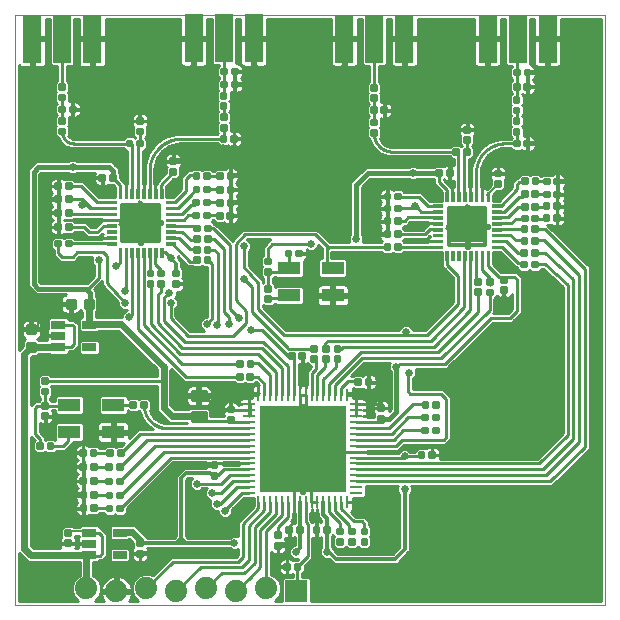
<source format=gtl>
G75*
%MOIN*%
%OFA0B0*%
%FSLAX25Y25*%
%IPPOS*%
%LPD*%
%AMOC8*
5,1,8,0,0,1.08239X$1,22.5*
%
%ADD10C,0.00000*%
%ADD11C,0.01250*%
%ADD12C,0.01000*%
%ADD13R,0.06000X0.16000*%
%ADD14R,0.07400X0.07400*%
%ADD15C,0.07400*%
%ADD16R,0.00984X0.03937*%
%ADD17R,0.03937X0.00984*%
%ADD18R,0.28543X0.28543*%
%ADD19C,0.00220*%
%ADD20C,0.01350*%
%ADD21R,0.07480X0.04331*%
%ADD22R,0.04724X0.02717*%
%ADD23C,0.00875*%
%ADD24C,0.01600*%
%ADD25C,0.02500*%
%ADD26C,0.02400*%
%ADD27C,0.01200*%
%ADD28C,0.00600*%
D10*
X0002386Y0002294D02*
X0002386Y0199144D01*
X0199236Y0199144D01*
X0199236Y0002294D01*
X0002386Y0002294D01*
D11*
X0019478Y0022360D02*
X0019478Y0023610D01*
X0020728Y0023610D01*
X0020728Y0022360D01*
X0019478Y0022360D01*
X0019478Y0023609D02*
X0020728Y0023609D01*
X0019478Y0025860D02*
X0019478Y0027110D01*
X0020728Y0027110D01*
X0020728Y0025860D01*
X0019478Y0025860D01*
X0019478Y0027109D02*
X0020728Y0027109D01*
X0024696Y0033992D02*
X0024696Y0035242D01*
X0025946Y0035242D01*
X0025946Y0033992D01*
X0024696Y0033992D01*
X0024696Y0035241D02*
X0025946Y0035241D01*
X0028196Y0035242D02*
X0028196Y0033992D01*
X0028196Y0035242D02*
X0029446Y0035242D01*
X0029446Y0033992D01*
X0028196Y0033992D01*
X0028196Y0035241D02*
X0029446Y0035241D01*
X0028157Y0038323D02*
X0028157Y0039573D01*
X0029407Y0039573D01*
X0029407Y0038323D01*
X0028157Y0038323D01*
X0028157Y0039572D02*
X0029407Y0039572D01*
X0028117Y0043047D02*
X0028117Y0044297D01*
X0029367Y0044297D01*
X0029367Y0043047D01*
X0028117Y0043047D01*
X0028117Y0044296D02*
X0029367Y0044296D01*
X0028078Y0047771D02*
X0028078Y0049021D01*
X0029328Y0049021D01*
X0029328Y0047771D01*
X0028078Y0047771D01*
X0028078Y0049020D02*
X0029328Y0049020D01*
X0028039Y0052496D02*
X0028039Y0053746D01*
X0029289Y0053746D01*
X0029289Y0052496D01*
X0028039Y0052496D01*
X0028039Y0053745D02*
X0029289Y0053745D01*
X0024539Y0053746D02*
X0024539Y0052496D01*
X0024539Y0053746D02*
X0025789Y0053746D01*
X0025789Y0052496D01*
X0024539Y0052496D01*
X0024539Y0053745D02*
X0025789Y0053745D01*
X0024578Y0049021D02*
X0024578Y0047771D01*
X0024578Y0049021D02*
X0025828Y0049021D01*
X0025828Y0047771D01*
X0024578Y0047771D01*
X0024578Y0049020D02*
X0025828Y0049020D01*
X0024617Y0044297D02*
X0024617Y0043047D01*
X0024617Y0044297D02*
X0025867Y0044297D01*
X0025867Y0043047D01*
X0024617Y0043047D01*
X0024617Y0044296D02*
X0025867Y0044296D01*
X0024657Y0039573D02*
X0024657Y0038323D01*
X0024657Y0039573D02*
X0025907Y0039573D01*
X0025907Y0038323D01*
X0024657Y0038323D01*
X0024657Y0039572D02*
X0025907Y0039572D01*
X0033318Y0039455D02*
X0034568Y0039455D01*
X0034568Y0038205D01*
X0033318Y0038205D01*
X0033318Y0039455D01*
X0033318Y0039454D02*
X0034568Y0039454D01*
X0036818Y0039455D02*
X0038068Y0039455D01*
X0038068Y0038205D01*
X0036818Y0038205D01*
X0036818Y0039455D01*
X0036818Y0039454D02*
X0038068Y0039454D01*
X0038029Y0044179D02*
X0036779Y0044179D01*
X0038029Y0044179D02*
X0038029Y0042929D01*
X0036779Y0042929D01*
X0036779Y0044179D01*
X0036779Y0044178D02*
X0038029Y0044178D01*
X0037989Y0048903D02*
X0036739Y0048903D01*
X0037989Y0048903D02*
X0037989Y0047653D01*
X0036739Y0047653D01*
X0036739Y0048903D01*
X0036739Y0048902D02*
X0037989Y0048902D01*
X0038344Y0053628D02*
X0037094Y0053628D01*
X0038344Y0053628D02*
X0038344Y0052378D01*
X0037094Y0052378D01*
X0037094Y0053628D01*
X0037094Y0053627D02*
X0038344Y0053627D01*
X0034844Y0053628D02*
X0033594Y0053628D01*
X0034844Y0053628D02*
X0034844Y0052378D01*
X0033594Y0052378D01*
X0033594Y0053628D01*
X0033594Y0053627D02*
X0034844Y0053627D01*
X0034489Y0048903D02*
X0033239Y0048903D01*
X0034489Y0048903D02*
X0034489Y0047653D01*
X0033239Y0047653D01*
X0033239Y0048903D01*
X0033239Y0048902D02*
X0034489Y0048902D01*
X0034529Y0044179D02*
X0033279Y0044179D01*
X0034529Y0044179D02*
X0034529Y0042929D01*
X0033279Y0042929D01*
X0033279Y0044179D01*
X0033279Y0044178D02*
X0034529Y0044178D01*
X0034608Y0035124D02*
X0033358Y0035124D01*
X0034608Y0035124D02*
X0034608Y0033874D01*
X0033358Y0033874D01*
X0033358Y0035124D01*
X0033358Y0035123D02*
X0034608Y0035123D01*
X0036858Y0035124D02*
X0038108Y0035124D01*
X0038108Y0033874D01*
X0036858Y0033874D01*
X0036858Y0035124D01*
X0036858Y0035123D02*
X0038108Y0035123D01*
X0043493Y0023567D02*
X0043493Y0022317D01*
X0043493Y0023567D02*
X0044743Y0023567D01*
X0044743Y0022317D01*
X0043493Y0022317D01*
X0043493Y0023566D02*
X0044743Y0023566D01*
X0043493Y0020067D02*
X0043493Y0018817D01*
X0043493Y0020067D02*
X0044743Y0020067D01*
X0044743Y0018817D01*
X0043493Y0018817D01*
X0043493Y0020066D02*
X0044743Y0020066D01*
X0069547Y0044801D02*
X0069547Y0046051D01*
X0069547Y0044801D02*
X0068297Y0044801D01*
X0068297Y0046051D01*
X0069547Y0046051D01*
X0069547Y0046050D02*
X0068297Y0046050D01*
X0069547Y0048301D02*
X0069547Y0049551D01*
X0069547Y0048301D02*
X0068297Y0048301D01*
X0068297Y0049551D01*
X0069547Y0049551D01*
X0069547Y0049550D02*
X0068297Y0049550D01*
X0075019Y0063384D02*
X0075019Y0064634D01*
X0075019Y0063384D02*
X0073769Y0063384D01*
X0073769Y0064634D01*
X0075019Y0064634D01*
X0075019Y0064633D02*
X0073769Y0064633D01*
X0075019Y0066884D02*
X0075019Y0068134D01*
X0075019Y0066884D02*
X0073769Y0066884D01*
X0073769Y0068134D01*
X0075019Y0068134D01*
X0075019Y0068133D02*
X0073769Y0068133D01*
X0076783Y0077732D02*
X0078033Y0077732D01*
X0076783Y0077732D02*
X0076783Y0078982D01*
X0078033Y0078982D01*
X0078033Y0077732D01*
X0078033Y0078981D02*
X0076783Y0078981D01*
X0076822Y0082063D02*
X0078072Y0082063D01*
X0076822Y0082063D02*
X0076822Y0083313D01*
X0078072Y0083313D01*
X0078072Y0082063D01*
X0078072Y0083312D02*
X0076822Y0083312D01*
X0080322Y0082063D02*
X0081572Y0082063D01*
X0080322Y0082063D02*
X0080322Y0083313D01*
X0081572Y0083313D01*
X0081572Y0082063D01*
X0081572Y0083312D02*
X0080322Y0083312D01*
X0080283Y0077732D02*
X0081533Y0077732D01*
X0080283Y0077732D02*
X0080283Y0078982D01*
X0081533Y0078982D01*
X0081533Y0077732D01*
X0081533Y0078981D02*
X0080283Y0078981D01*
X0094106Y0084740D02*
X0095356Y0084740D01*
X0094106Y0084740D02*
X0094106Y0085990D01*
X0095356Y0085990D01*
X0095356Y0084740D01*
X0095356Y0085989D02*
X0094106Y0085989D01*
X0097606Y0084740D02*
X0098856Y0084740D01*
X0097606Y0084740D02*
X0097606Y0085990D01*
X0098856Y0085990D01*
X0098856Y0084740D01*
X0098856Y0085989D02*
X0097606Y0085989D01*
X0102775Y0084949D02*
X0102775Y0083699D01*
X0101525Y0083699D01*
X0101525Y0084949D01*
X0102775Y0084949D01*
X0102775Y0084948D02*
X0101525Y0084948D01*
X0102775Y0087199D02*
X0102775Y0088449D01*
X0102775Y0087199D02*
X0101525Y0087199D01*
X0101525Y0088449D01*
X0102775Y0088449D01*
X0102775Y0088448D02*
X0101525Y0088448D01*
X0105383Y0088449D02*
X0105383Y0087199D01*
X0105383Y0088449D02*
X0106633Y0088449D01*
X0106633Y0087199D01*
X0105383Y0087199D01*
X0105383Y0088448D02*
X0106633Y0088448D01*
X0109320Y0088409D02*
X0109320Y0087159D01*
X0109320Y0088409D02*
X0110570Y0088409D01*
X0110570Y0087159D01*
X0109320Y0087159D01*
X0109320Y0088408D02*
X0110570Y0088408D01*
X0109320Y0084909D02*
X0109320Y0083659D01*
X0109320Y0084909D02*
X0110570Y0084909D01*
X0110570Y0083659D01*
X0109320Y0083659D01*
X0109320Y0084908D02*
X0110570Y0084908D01*
X0105383Y0084949D02*
X0105383Y0083699D01*
X0105383Y0084949D02*
X0106633Y0084949D01*
X0106633Y0083699D01*
X0105383Y0083699D01*
X0105383Y0084948D02*
X0106633Y0084948D01*
X0116192Y0077250D02*
X0117442Y0077250D01*
X0117442Y0076000D01*
X0116192Y0076000D01*
X0116192Y0077250D01*
X0116192Y0077249D02*
X0117442Y0077249D01*
X0119692Y0077250D02*
X0120942Y0077250D01*
X0120942Y0076000D01*
X0119692Y0076000D01*
X0119692Y0077250D01*
X0119692Y0077249D02*
X0120942Y0077249D01*
X0125058Y0068685D02*
X0125058Y0067435D01*
X0123808Y0067435D01*
X0123808Y0068685D01*
X0125058Y0068685D01*
X0125058Y0068684D02*
X0123808Y0068684D01*
X0125058Y0065185D02*
X0125058Y0063935D01*
X0123808Y0063935D01*
X0123808Y0065185D01*
X0125058Y0065185D01*
X0125058Y0065184D02*
X0123808Y0065184D01*
X0138594Y0064268D02*
X0139844Y0064268D01*
X0138594Y0064268D02*
X0138594Y0065518D01*
X0139844Y0065518D01*
X0139844Y0064268D01*
X0139844Y0065517D02*
X0138594Y0065517D01*
X0138673Y0068441D02*
X0139923Y0068441D01*
X0138673Y0068441D02*
X0138673Y0069691D01*
X0139923Y0069691D01*
X0139923Y0068441D01*
X0139923Y0069690D02*
X0138673Y0069690D01*
X0142173Y0068441D02*
X0143423Y0068441D01*
X0142173Y0068441D02*
X0142173Y0069691D01*
X0143423Y0069691D01*
X0143423Y0068441D01*
X0143423Y0069690D02*
X0142173Y0069690D01*
X0142094Y0064268D02*
X0143344Y0064268D01*
X0142094Y0064268D02*
X0142094Y0065518D01*
X0143344Y0065518D01*
X0143344Y0064268D01*
X0143344Y0065517D02*
X0142094Y0065517D01*
X0142094Y0059937D02*
X0143344Y0059937D01*
X0142094Y0059937D02*
X0142094Y0061187D01*
X0143344Y0061187D01*
X0143344Y0059937D01*
X0143344Y0061186D02*
X0142094Y0061186D01*
X0139844Y0059937D02*
X0138594Y0059937D01*
X0138594Y0061187D01*
X0139844Y0061187D01*
X0139844Y0059937D01*
X0139844Y0061186D02*
X0138594Y0061186D01*
X0138623Y0051708D02*
X0137373Y0051708D01*
X0137373Y0052958D01*
X0138623Y0052958D01*
X0138623Y0051708D01*
X0138623Y0052957D02*
X0137373Y0052957D01*
X0140873Y0051708D02*
X0142123Y0051708D01*
X0140873Y0051708D02*
X0140873Y0052958D01*
X0142123Y0052958D01*
X0142123Y0051708D01*
X0142123Y0052957D02*
X0140873Y0052957D01*
X0118297Y0027504D02*
X0118297Y0026254D01*
X0118297Y0027504D02*
X0119547Y0027504D01*
X0119547Y0026254D01*
X0118297Y0026254D01*
X0118297Y0027503D02*
X0119547Y0027503D01*
X0118297Y0024004D02*
X0118297Y0022754D01*
X0118297Y0024004D02*
X0119547Y0024004D01*
X0119547Y0022754D01*
X0118297Y0022754D01*
X0118297Y0024003D02*
X0119547Y0024003D01*
X0114202Y0024004D02*
X0114202Y0022754D01*
X0114202Y0024004D02*
X0115452Y0024004D01*
X0115452Y0022754D01*
X0114202Y0022754D01*
X0114202Y0024003D02*
X0115452Y0024003D01*
X0114202Y0026254D02*
X0114202Y0027504D01*
X0115452Y0027504D01*
X0115452Y0026254D01*
X0114202Y0026254D01*
X0114202Y0027503D02*
X0115452Y0027503D01*
X0110265Y0027464D02*
X0110265Y0026214D01*
X0110265Y0027464D02*
X0111515Y0027464D01*
X0111515Y0026214D01*
X0110265Y0026214D01*
X0110265Y0027463D02*
X0111515Y0027463D01*
X0110265Y0023964D02*
X0110265Y0022714D01*
X0110265Y0023964D02*
X0111515Y0023964D01*
X0111515Y0022714D01*
X0110265Y0022714D01*
X0110265Y0023963D02*
X0111515Y0023963D01*
X0107123Y0028077D02*
X0105873Y0028077D01*
X0107123Y0028077D02*
X0107123Y0026827D01*
X0105873Y0026827D01*
X0105873Y0028077D01*
X0105873Y0028076D02*
X0107123Y0028076D01*
X0103623Y0028077D02*
X0102373Y0028077D01*
X0103623Y0028077D02*
X0103623Y0026827D01*
X0102373Y0026827D01*
X0102373Y0028077D01*
X0102373Y0028076D02*
X0103623Y0028076D01*
X0098029Y0028077D02*
X0096779Y0028077D01*
X0098029Y0028077D02*
X0098029Y0026827D01*
X0096779Y0026827D01*
X0096779Y0028077D01*
X0096779Y0028076D02*
X0098029Y0028076D01*
X0094529Y0028077D02*
X0093279Y0028077D01*
X0094529Y0028077D02*
X0094529Y0026827D01*
X0093279Y0026827D01*
X0093279Y0028077D01*
X0093279Y0028076D02*
X0094529Y0028076D01*
X0090728Y0026244D02*
X0090728Y0024994D01*
X0089478Y0024994D01*
X0089478Y0026244D01*
X0090728Y0026244D01*
X0090728Y0026243D02*
X0089478Y0026243D01*
X0090728Y0022744D02*
X0090728Y0021494D01*
X0089478Y0021494D01*
X0089478Y0022744D01*
X0090728Y0022744D01*
X0090728Y0022743D02*
X0089478Y0022743D01*
X0092491Y0014504D02*
X0093741Y0014504D01*
X0092491Y0014504D02*
X0092491Y0015754D01*
X0093741Y0015754D01*
X0093741Y0014504D01*
X0093741Y0015753D02*
X0092491Y0015753D01*
X0095991Y0014504D02*
X0097241Y0014504D01*
X0095991Y0014504D02*
X0095991Y0015754D01*
X0097241Y0015754D01*
X0097241Y0014504D01*
X0097241Y0015753D02*
X0095991Y0015753D01*
X0046021Y0068441D02*
X0044771Y0068441D01*
X0044771Y0069691D01*
X0046021Y0069691D01*
X0046021Y0068441D01*
X0046021Y0069690D02*
X0044771Y0069690D01*
X0042521Y0068441D02*
X0041271Y0068441D01*
X0041271Y0069691D01*
X0042521Y0069691D01*
X0042521Y0068441D01*
X0042521Y0069690D02*
X0041271Y0069690D01*
X0014879Y0054661D02*
X0013629Y0054661D01*
X0013629Y0055911D01*
X0014879Y0055911D01*
X0014879Y0054661D01*
X0014879Y0055910D02*
X0013629Y0055910D01*
X0011379Y0054661D02*
X0010129Y0054661D01*
X0010129Y0055911D01*
X0011379Y0055911D01*
X0011379Y0054661D01*
X0011379Y0055910D02*
X0010129Y0055910D01*
X0011879Y0064683D02*
X0011879Y0065933D01*
X0013129Y0065933D01*
X0013129Y0064683D01*
X0011879Y0064683D01*
X0011879Y0065932D02*
X0013129Y0065932D01*
X0011879Y0068183D02*
X0011879Y0069433D01*
X0013129Y0069433D01*
X0013129Y0068183D01*
X0011879Y0068183D01*
X0011879Y0069432D02*
X0013129Y0069432D01*
X0011840Y0072911D02*
X0011840Y0074161D01*
X0013090Y0074161D01*
X0013090Y0072911D01*
X0011840Y0072911D01*
X0011840Y0074160D02*
X0013090Y0074160D01*
X0011840Y0076411D02*
X0011840Y0077661D01*
X0013090Y0077661D01*
X0013090Y0076411D01*
X0011840Y0076411D01*
X0011840Y0077660D02*
X0013090Y0077660D01*
X0047037Y0108777D02*
X0047037Y0110027D01*
X0048287Y0110027D01*
X0048287Y0108777D01*
X0047037Y0108777D01*
X0047037Y0110026D02*
X0048287Y0110026D01*
X0047037Y0112277D02*
X0047037Y0113527D01*
X0048287Y0113527D01*
X0048287Y0112277D01*
X0047037Y0112277D01*
X0047037Y0113526D02*
X0048287Y0113526D01*
X0050580Y0113488D02*
X0050580Y0112238D01*
X0050580Y0113488D02*
X0051830Y0113488D01*
X0051830Y0112238D01*
X0050580Y0112238D01*
X0050580Y0113487D02*
X0051830Y0113487D01*
X0050580Y0109988D02*
X0050580Y0108738D01*
X0050580Y0109988D02*
X0051830Y0109988D01*
X0051830Y0108738D01*
X0050580Y0108738D01*
X0050580Y0109987D02*
X0051830Y0109987D01*
X0056673Y0109988D02*
X0056673Y0108738D01*
X0055423Y0108738D01*
X0055423Y0109988D01*
X0056673Y0109988D01*
X0056673Y0109987D02*
X0055423Y0109987D01*
X0056673Y0112238D02*
X0056673Y0113488D01*
X0056673Y0112238D02*
X0055423Y0112238D01*
X0055423Y0113488D01*
X0056673Y0113488D01*
X0056673Y0113487D02*
X0055423Y0113487D01*
X0062491Y0116630D02*
X0063741Y0116630D01*
X0062491Y0116630D02*
X0062491Y0117880D01*
X0063741Y0117880D01*
X0063741Y0116630D01*
X0063741Y0117879D02*
X0062491Y0117879D01*
X0062531Y0120173D02*
X0063781Y0120173D01*
X0062531Y0120173D02*
X0062531Y0121423D01*
X0063781Y0121423D01*
X0063781Y0120173D01*
X0063781Y0121422D02*
X0062531Y0121422D01*
X0062570Y0123716D02*
X0063820Y0123716D01*
X0062570Y0123716D02*
X0062570Y0124966D01*
X0063820Y0124966D01*
X0063820Y0123716D01*
X0063820Y0124965D02*
X0062570Y0124965D01*
X0062610Y0127260D02*
X0063860Y0127260D01*
X0062610Y0127260D02*
X0062610Y0128510D01*
X0063860Y0128510D01*
X0063860Y0127260D01*
X0063860Y0128509D02*
X0062610Y0128509D01*
X0062255Y0131590D02*
X0063505Y0131590D01*
X0062255Y0131590D02*
X0062255Y0132840D01*
X0063505Y0132840D01*
X0063505Y0131590D01*
X0063505Y0132839D02*
X0062255Y0132839D01*
X0062295Y0135921D02*
X0063545Y0135921D01*
X0062295Y0135921D02*
X0062295Y0137171D01*
X0063545Y0137171D01*
X0063545Y0135921D01*
X0063545Y0137170D02*
X0062295Y0137170D01*
X0062334Y0140252D02*
X0063584Y0140252D01*
X0062334Y0140252D02*
X0062334Y0141502D01*
X0063584Y0141502D01*
X0063584Y0140252D01*
X0063584Y0141501D02*
X0062334Y0141501D01*
X0062334Y0144819D02*
X0063584Y0144819D01*
X0062334Y0144819D02*
X0062334Y0146069D01*
X0063584Y0146069D01*
X0063584Y0144819D01*
X0063584Y0146068D02*
X0062334Y0146068D01*
X0065834Y0144819D02*
X0067084Y0144819D01*
X0065834Y0144819D02*
X0065834Y0146069D01*
X0067084Y0146069D01*
X0067084Y0144819D01*
X0067084Y0146068D02*
X0065834Y0146068D01*
X0065834Y0140252D02*
X0067084Y0140252D01*
X0065834Y0140252D02*
X0065834Y0141502D01*
X0067084Y0141502D01*
X0067084Y0140252D01*
X0067084Y0141501D02*
X0065834Y0141501D01*
X0065795Y0135921D02*
X0067045Y0135921D01*
X0065795Y0135921D02*
X0065795Y0137171D01*
X0067045Y0137171D01*
X0067045Y0135921D01*
X0067045Y0137170D02*
X0065795Y0137170D01*
X0065755Y0131590D02*
X0067005Y0131590D01*
X0065755Y0131590D02*
X0065755Y0132840D01*
X0067005Y0132840D01*
X0067005Y0131590D01*
X0067005Y0132839D02*
X0065755Y0132839D01*
X0071340Y0132722D02*
X0071340Y0131472D01*
X0070090Y0131472D01*
X0070090Y0132722D01*
X0071340Y0132722D01*
X0071340Y0132721D02*
X0070090Y0132721D01*
X0071379Y0135803D02*
X0071379Y0137053D01*
X0071379Y0135803D02*
X0070129Y0135803D01*
X0070129Y0137053D01*
X0071379Y0137053D01*
X0071379Y0137052D02*
X0070129Y0137052D01*
X0071419Y0140134D02*
X0071419Y0141384D01*
X0071419Y0140134D02*
X0070169Y0140134D01*
X0070169Y0141384D01*
X0071419Y0141384D01*
X0071419Y0141383D02*
X0070169Y0141383D01*
X0071458Y0144858D02*
X0071458Y0146108D01*
X0071458Y0144858D02*
X0070208Y0144858D01*
X0070208Y0146108D01*
X0071458Y0146108D01*
X0071458Y0146107D02*
X0070208Y0146107D01*
X0074958Y0146108D02*
X0074958Y0144858D01*
X0073708Y0144858D01*
X0073708Y0146108D01*
X0074958Y0146108D01*
X0074958Y0146107D02*
X0073708Y0146107D01*
X0074919Y0141384D02*
X0074919Y0140134D01*
X0073669Y0140134D01*
X0073669Y0141384D01*
X0074919Y0141384D01*
X0074919Y0141383D02*
X0073669Y0141383D01*
X0074879Y0137053D02*
X0074879Y0135803D01*
X0073629Y0135803D01*
X0073629Y0137053D01*
X0074879Y0137053D01*
X0074879Y0137052D02*
X0073629Y0137052D01*
X0074840Y0132722D02*
X0074840Y0131472D01*
X0073590Y0131472D01*
X0073590Y0132722D01*
X0074840Y0132722D01*
X0074840Y0132721D02*
X0073590Y0132721D01*
X0067360Y0127260D02*
X0066110Y0127260D01*
X0066110Y0128510D01*
X0067360Y0128510D01*
X0067360Y0127260D01*
X0067360Y0128509D02*
X0066110Y0128509D01*
X0066070Y0123716D02*
X0067320Y0123716D01*
X0066070Y0123716D02*
X0066070Y0124966D01*
X0067320Y0124966D01*
X0067320Y0123716D01*
X0067320Y0124965D02*
X0066070Y0124965D01*
X0066031Y0120173D02*
X0067281Y0120173D01*
X0066031Y0120173D02*
X0066031Y0121423D01*
X0067281Y0121423D01*
X0067281Y0120173D01*
X0067281Y0121422D02*
X0066031Y0121422D01*
X0065991Y0116630D02*
X0067241Y0116630D01*
X0065991Y0116630D02*
X0065991Y0117880D01*
X0067241Y0117880D01*
X0067241Y0116630D01*
X0067241Y0117879D02*
X0065991Y0117879D01*
X0086249Y0117504D02*
X0086249Y0116254D01*
X0086249Y0117504D02*
X0087499Y0117504D01*
X0087499Y0116254D01*
X0086249Y0116254D01*
X0086249Y0117503D02*
X0087499Y0117503D01*
X0086249Y0114004D02*
X0086249Y0112754D01*
X0086249Y0114004D02*
X0087499Y0114004D01*
X0087499Y0112754D01*
X0086249Y0112754D01*
X0086249Y0114003D02*
X0087499Y0114003D01*
X0086249Y0108409D02*
X0086249Y0107159D01*
X0086249Y0108409D02*
X0087499Y0108409D01*
X0087499Y0107159D01*
X0086249Y0107159D01*
X0086249Y0108408D02*
X0087499Y0108408D01*
X0086249Y0104909D02*
X0086249Y0103659D01*
X0086249Y0104909D02*
X0087499Y0104909D01*
X0087499Y0103659D01*
X0086249Y0103659D01*
X0086249Y0104908D02*
X0087499Y0104908D01*
X0093003Y0118913D02*
X0094253Y0118913D01*
X0093003Y0118913D02*
X0093003Y0120163D01*
X0094253Y0120163D01*
X0094253Y0118913D01*
X0094253Y0120162D02*
X0093003Y0120162D01*
X0096503Y0118913D02*
X0097753Y0118913D01*
X0096503Y0118913D02*
X0096503Y0120163D01*
X0097753Y0120163D01*
X0097753Y0118913D01*
X0097753Y0120162D02*
X0096503Y0120162D01*
X0125995Y0122250D02*
X0127245Y0122250D01*
X0127245Y0121000D01*
X0125995Y0121000D01*
X0125995Y0122250D01*
X0125995Y0122249D02*
X0127245Y0122249D01*
X0129495Y0122250D02*
X0130745Y0122250D01*
X0130745Y0121000D01*
X0129495Y0121000D01*
X0129495Y0122250D01*
X0129495Y0122249D02*
X0130745Y0122249D01*
X0130745Y0126581D02*
X0129495Y0126581D01*
X0130745Y0126581D02*
X0130745Y0125331D01*
X0129495Y0125331D01*
X0129495Y0126581D01*
X0129495Y0126580D02*
X0130745Y0126580D01*
X0130745Y0130911D02*
X0129495Y0130911D01*
X0130745Y0130911D02*
X0130745Y0129661D01*
X0129495Y0129661D01*
X0129495Y0130911D01*
X0129495Y0130910D02*
X0130745Y0130910D01*
X0130745Y0133913D02*
X0129495Y0133913D01*
X0129495Y0135163D01*
X0130745Y0135163D01*
X0130745Y0133913D01*
X0130745Y0135162D02*
X0129495Y0135162D01*
X0127245Y0133913D02*
X0125995Y0133913D01*
X0125995Y0135163D01*
X0127245Y0135163D01*
X0127245Y0133913D01*
X0127245Y0135162D02*
X0125995Y0135162D01*
X0125995Y0139179D02*
X0127245Y0139179D01*
X0127245Y0137929D01*
X0125995Y0137929D01*
X0125995Y0139179D01*
X0125995Y0139178D02*
X0127245Y0139178D01*
X0129495Y0139179D02*
X0130745Y0139179D01*
X0130745Y0137929D01*
X0129495Y0137929D01*
X0129495Y0139179D01*
X0129495Y0139178D02*
X0130745Y0139178D01*
X0127245Y0130911D02*
X0125995Y0130911D01*
X0127245Y0130911D02*
X0127245Y0129661D01*
X0125995Y0129661D01*
X0125995Y0130911D01*
X0125995Y0130910D02*
X0127245Y0130910D01*
X0127245Y0126581D02*
X0125995Y0126581D01*
X0127245Y0126581D02*
X0127245Y0125331D01*
X0125995Y0125331D01*
X0125995Y0126581D01*
X0125995Y0126580D02*
X0127245Y0126580D01*
X0143279Y0147053D02*
X0144529Y0147053D01*
X0144529Y0145803D01*
X0143279Y0145803D01*
X0143279Y0147053D01*
X0143279Y0147052D02*
X0144529Y0147052D01*
X0146779Y0147053D02*
X0148029Y0147053D01*
X0148029Y0145803D01*
X0146779Y0145803D01*
X0146779Y0147053D01*
X0146779Y0147052D02*
X0148029Y0147052D01*
X0148909Y0152850D02*
X0150159Y0152850D01*
X0148909Y0152850D02*
X0148909Y0154100D01*
X0150159Y0154100D01*
X0150159Y0152850D01*
X0150159Y0154099D02*
X0148909Y0154099D01*
X0152409Y0152850D02*
X0153659Y0152850D01*
X0152409Y0152850D02*
X0152409Y0154100D01*
X0153659Y0154100D01*
X0153659Y0152850D01*
X0153659Y0154099D02*
X0152409Y0154099D01*
X0153798Y0156651D02*
X0153798Y0157901D01*
X0153798Y0156651D02*
X0152548Y0156651D01*
X0152548Y0157901D01*
X0153798Y0157901D01*
X0153798Y0157900D02*
X0152548Y0157900D01*
X0153798Y0160151D02*
X0153798Y0161401D01*
X0153798Y0160151D02*
X0152548Y0160151D01*
X0152548Y0161401D01*
X0153798Y0161401D01*
X0153798Y0161400D02*
X0152548Y0161400D01*
X0164074Y0146795D02*
X0164074Y0145545D01*
X0162824Y0145545D01*
X0162824Y0146795D01*
X0164074Y0146795D01*
X0164074Y0146794D02*
X0162824Y0146794D01*
X0164074Y0143295D02*
X0164074Y0142045D01*
X0162824Y0142045D01*
X0162824Y0143295D01*
X0164074Y0143295D01*
X0164074Y0143294D02*
X0162824Y0143294D01*
X0171822Y0143008D02*
X0173072Y0143008D01*
X0171822Y0143008D02*
X0171822Y0144258D01*
X0173072Y0144258D01*
X0173072Y0143008D01*
X0173072Y0144257D02*
X0171822Y0144257D01*
X0175322Y0143008D02*
X0176572Y0143008D01*
X0175322Y0143008D02*
X0175322Y0144258D01*
X0176572Y0144258D01*
X0176572Y0143008D01*
X0176572Y0144257D02*
X0175322Y0144257D01*
X0180356Y0144140D02*
X0180356Y0142890D01*
X0179106Y0142890D01*
X0179106Y0144140D01*
X0180356Y0144140D01*
X0180356Y0144139D02*
X0179106Y0144139D01*
X0183856Y0144140D02*
X0183856Y0142890D01*
X0182606Y0142890D01*
X0182606Y0144140D01*
X0183856Y0144140D01*
X0183856Y0144139D02*
X0182606Y0144139D01*
X0183816Y0139809D02*
X0183816Y0138559D01*
X0182566Y0138559D01*
X0182566Y0139809D01*
X0183816Y0139809D01*
X0183816Y0139808D02*
X0182566Y0139808D01*
X0180316Y0139809D02*
X0180316Y0138559D01*
X0179066Y0138559D01*
X0179066Y0139809D01*
X0180316Y0139809D01*
X0180316Y0139808D02*
X0179066Y0139808D01*
X0176533Y0138677D02*
X0175283Y0138677D01*
X0175283Y0139927D01*
X0176533Y0139927D01*
X0176533Y0138677D01*
X0176533Y0139926D02*
X0175283Y0139926D01*
X0173033Y0138677D02*
X0171783Y0138677D01*
X0171783Y0139927D01*
X0173033Y0139927D01*
X0173033Y0138677D01*
X0173033Y0139926D02*
X0171783Y0139926D01*
X0171783Y0134504D02*
X0173033Y0134504D01*
X0171783Y0134504D02*
X0171783Y0135754D01*
X0173033Y0135754D01*
X0173033Y0134504D01*
X0173033Y0135753D02*
X0171783Y0135753D01*
X0175283Y0134504D02*
X0176533Y0134504D01*
X0175283Y0134504D02*
X0175283Y0135754D01*
X0176533Y0135754D01*
X0176533Y0134504D01*
X0176533Y0135753D02*
X0175283Y0135753D01*
X0180277Y0135872D02*
X0180277Y0134622D01*
X0179027Y0134622D01*
X0179027Y0135872D01*
X0180277Y0135872D01*
X0180277Y0135871D02*
X0179027Y0135871D01*
X0183777Y0135872D02*
X0183777Y0134622D01*
X0182527Y0134622D01*
X0182527Y0135872D01*
X0183777Y0135872D01*
X0183777Y0135871D02*
X0182527Y0135871D01*
X0183737Y0131935D02*
X0183737Y0130685D01*
X0182487Y0130685D01*
X0182487Y0131935D01*
X0183737Y0131935D01*
X0183737Y0131934D02*
X0182487Y0131934D01*
X0180237Y0131935D02*
X0180237Y0130685D01*
X0178987Y0130685D01*
X0178987Y0131935D01*
X0180237Y0131935D01*
X0180237Y0131934D02*
X0178987Y0131934D01*
X0176493Y0130567D02*
X0175243Y0130567D01*
X0175243Y0131817D01*
X0176493Y0131817D01*
X0176493Y0130567D01*
X0176493Y0131816D02*
X0175243Y0131816D01*
X0172993Y0130567D02*
X0171743Y0130567D01*
X0171743Y0131817D01*
X0172993Y0131817D01*
X0172993Y0130567D01*
X0172993Y0131816D02*
X0171743Y0131816D01*
X0171704Y0127023D02*
X0172954Y0127023D01*
X0171704Y0127023D02*
X0171704Y0128273D01*
X0172954Y0128273D01*
X0172954Y0127023D01*
X0172954Y0128272D02*
X0171704Y0128272D01*
X0175204Y0127023D02*
X0176454Y0127023D01*
X0175204Y0127023D02*
X0175204Y0128273D01*
X0176454Y0128273D01*
X0176454Y0127023D01*
X0176454Y0128272D02*
X0175204Y0128272D01*
X0175165Y0123086D02*
X0176415Y0123086D01*
X0175165Y0123086D02*
X0175165Y0124336D01*
X0176415Y0124336D01*
X0176415Y0123086D01*
X0176415Y0124335D02*
X0175165Y0124335D01*
X0172915Y0123086D02*
X0171665Y0123086D01*
X0171665Y0124336D01*
X0172915Y0124336D01*
X0172915Y0123086D01*
X0172915Y0124335D02*
X0171665Y0124335D01*
X0171625Y0119149D02*
X0172875Y0119149D01*
X0171625Y0119149D02*
X0171625Y0120399D01*
X0172875Y0120399D01*
X0172875Y0119149D01*
X0172875Y0120398D02*
X0171625Y0120398D01*
X0175125Y0119149D02*
X0176375Y0119149D01*
X0175125Y0119149D02*
X0175125Y0120399D01*
X0176375Y0120399D01*
X0176375Y0119149D01*
X0176375Y0120398D02*
X0175125Y0120398D01*
X0175086Y0115212D02*
X0176336Y0115212D01*
X0175086Y0115212D02*
X0175086Y0116462D01*
X0176336Y0116462D01*
X0176336Y0115212D01*
X0176336Y0116461D02*
X0175086Y0116461D01*
X0172836Y0115212D02*
X0171586Y0115212D01*
X0171586Y0116462D01*
X0172836Y0116462D01*
X0172836Y0115212D01*
X0172836Y0116461D02*
X0171586Y0116461D01*
X0166043Y0111441D02*
X0166043Y0110191D01*
X0164793Y0110191D01*
X0164793Y0111441D01*
X0166043Y0111441D01*
X0166043Y0111440D02*
X0164793Y0111440D01*
X0166043Y0107941D02*
X0166043Y0106691D01*
X0164793Y0106691D01*
X0164793Y0107941D01*
X0166043Y0107941D01*
X0166043Y0107940D02*
X0164793Y0107940D01*
X0160186Y0107193D02*
X0160186Y0105943D01*
X0160186Y0107193D02*
X0161436Y0107193D01*
X0161436Y0105943D01*
X0160186Y0105943D01*
X0160186Y0107192D02*
X0161436Y0107192D01*
X0160186Y0109443D02*
X0160186Y0110693D01*
X0161436Y0110693D01*
X0161436Y0109443D01*
X0160186Y0109443D01*
X0160186Y0110692D02*
X0161436Y0110692D01*
X0156249Y0110732D02*
X0156249Y0109482D01*
X0156249Y0110732D02*
X0157499Y0110732D01*
X0157499Y0109482D01*
X0156249Y0109482D01*
X0156249Y0110731D02*
X0157499Y0110731D01*
X0156249Y0107232D02*
X0156249Y0105982D01*
X0156249Y0107232D02*
X0157499Y0107232D01*
X0157499Y0105982D01*
X0156249Y0105982D01*
X0156249Y0107231D02*
X0157499Y0107231D01*
X0169106Y0156817D02*
X0170356Y0156817D01*
X0170356Y0155567D01*
X0169106Y0155567D01*
X0169106Y0156817D01*
X0169106Y0156816D02*
X0170356Y0156816D01*
X0172606Y0156817D02*
X0173856Y0156817D01*
X0173856Y0155567D01*
X0172606Y0155567D01*
X0172606Y0156817D01*
X0172606Y0156816D02*
X0173856Y0156816D01*
X0170295Y0159525D02*
X0170295Y0160775D01*
X0170295Y0159525D02*
X0169045Y0159525D01*
X0169045Y0160775D01*
X0170295Y0160775D01*
X0170295Y0160774D02*
X0169045Y0160774D01*
X0170295Y0163025D02*
X0170295Y0164275D01*
X0170295Y0163025D02*
X0169045Y0163025D01*
X0169045Y0164275D01*
X0170295Y0164275D01*
X0170295Y0164274D02*
X0169045Y0164274D01*
X0169045Y0166612D02*
X0169045Y0167862D01*
X0170295Y0167862D01*
X0170295Y0166612D01*
X0169045Y0166612D01*
X0169045Y0167861D02*
X0170295Y0167861D01*
X0169045Y0170112D02*
X0169045Y0171362D01*
X0170295Y0171362D01*
X0170295Y0170112D01*
X0169045Y0170112D01*
X0169045Y0171361D02*
X0170295Y0171361D01*
X0170356Y0174504D02*
X0169106Y0174504D01*
X0169106Y0175754D01*
X0170356Y0175754D01*
X0170356Y0174504D01*
X0170356Y0175753D02*
X0169106Y0175753D01*
X0169145Y0179228D02*
X0170395Y0179228D01*
X0169145Y0179228D02*
X0169145Y0180478D01*
X0170395Y0180478D01*
X0170395Y0179228D01*
X0170395Y0180477D02*
X0169145Y0180477D01*
X0172645Y0179228D02*
X0173895Y0179228D01*
X0172645Y0179228D02*
X0172645Y0180478D01*
X0173895Y0180478D01*
X0173895Y0179228D01*
X0173895Y0180477D02*
X0172645Y0180477D01*
X0172606Y0174504D02*
X0173856Y0174504D01*
X0172606Y0174504D02*
X0172606Y0175754D01*
X0173856Y0175754D01*
X0173856Y0174504D01*
X0173856Y0175753D02*
X0172606Y0175753D01*
X0126139Y0166630D02*
X0124889Y0166630D01*
X0124889Y0167880D01*
X0126139Y0167880D01*
X0126139Y0166630D01*
X0126139Y0167879D02*
X0124889Y0167879D01*
X0122639Y0166630D02*
X0121389Y0166630D01*
X0121389Y0167880D01*
X0122639Y0167880D01*
X0122639Y0166630D01*
X0122639Y0167879D02*
X0121389Y0167879D01*
X0121446Y0170628D02*
X0121446Y0171878D01*
X0122696Y0171878D01*
X0122696Y0170628D01*
X0121446Y0170628D01*
X0121446Y0171877D02*
X0122696Y0171877D01*
X0121446Y0174128D02*
X0121446Y0175378D01*
X0122696Y0175378D01*
X0122696Y0174128D01*
X0121446Y0174128D01*
X0121446Y0175377D02*
X0122696Y0175377D01*
X0122657Y0163842D02*
X0122657Y0162592D01*
X0121407Y0162592D01*
X0121407Y0163842D01*
X0122657Y0163842D01*
X0122657Y0163841D02*
X0121407Y0163841D01*
X0122657Y0160342D02*
X0122657Y0159092D01*
X0121407Y0159092D01*
X0121407Y0160342D01*
X0122657Y0160342D01*
X0122657Y0160341D02*
X0121407Y0160341D01*
X0076100Y0158392D02*
X0074850Y0158392D01*
X0076100Y0158392D02*
X0076100Y0157142D01*
X0074850Y0157142D01*
X0074850Y0158392D01*
X0074850Y0158391D02*
X0076100Y0158391D01*
X0072600Y0158392D02*
X0071350Y0158392D01*
X0072600Y0158392D02*
X0072600Y0157142D01*
X0071350Y0157142D01*
X0071350Y0158392D01*
X0071350Y0158391D02*
X0072600Y0158391D01*
X0072657Y0160825D02*
X0072657Y0162075D01*
X0072657Y0160825D02*
X0071407Y0160825D01*
X0071407Y0162075D01*
X0072657Y0162075D01*
X0072657Y0162074D02*
X0071407Y0162074D01*
X0072657Y0164325D02*
X0072657Y0165575D01*
X0072657Y0164325D02*
X0071407Y0164325D01*
X0071407Y0165575D01*
X0072657Y0165575D01*
X0072657Y0165574D02*
X0071407Y0165574D01*
X0071367Y0168029D02*
X0071367Y0169279D01*
X0072617Y0169279D01*
X0072617Y0168029D01*
X0071367Y0168029D01*
X0071367Y0169278D02*
X0072617Y0169278D01*
X0071367Y0171529D02*
X0071367Y0172779D01*
X0072617Y0172779D01*
X0072617Y0171529D01*
X0071367Y0171529D01*
X0071367Y0172778D02*
X0072617Y0172778D01*
X0072836Y0175212D02*
X0071586Y0175212D01*
X0071586Y0176462D01*
X0072836Y0176462D01*
X0072836Y0175212D01*
X0072836Y0176461D02*
X0071586Y0176461D01*
X0071625Y0179543D02*
X0072875Y0179543D01*
X0071625Y0179543D02*
X0071625Y0180793D01*
X0072875Y0180793D01*
X0072875Y0179543D01*
X0072875Y0180792D02*
X0071625Y0180792D01*
X0075125Y0179543D02*
X0076375Y0179543D01*
X0075125Y0179543D02*
X0075125Y0180793D01*
X0076375Y0180793D01*
X0076375Y0179543D01*
X0076375Y0180792D02*
X0075125Y0180792D01*
X0075086Y0175212D02*
X0076336Y0175212D01*
X0075086Y0175212D02*
X0075086Y0176462D01*
X0076336Y0176462D01*
X0076336Y0175212D01*
X0076336Y0176461D02*
X0075086Y0176461D01*
X0055846Y0150929D02*
X0055846Y0149679D01*
X0054596Y0149679D01*
X0054596Y0150929D01*
X0055846Y0150929D01*
X0055846Y0150928D02*
X0054596Y0150928D01*
X0055846Y0147429D02*
X0055846Y0146179D01*
X0054596Y0146179D01*
X0054596Y0147429D01*
X0055846Y0147429D01*
X0055846Y0147428D02*
X0054596Y0147428D01*
X0044761Y0155567D02*
X0043511Y0155567D01*
X0043511Y0156817D01*
X0044761Y0156817D01*
X0044761Y0155567D01*
X0044761Y0156816D02*
X0043511Y0156816D01*
X0041261Y0155567D02*
X0040011Y0155567D01*
X0040011Y0156817D01*
X0041261Y0156817D01*
X0041261Y0155567D01*
X0041261Y0156816D02*
X0040011Y0156816D01*
X0044783Y0159565D02*
X0044783Y0160815D01*
X0044783Y0159565D02*
X0043533Y0159565D01*
X0043533Y0160815D01*
X0044783Y0160815D01*
X0044783Y0160814D02*
X0043533Y0160814D01*
X0044783Y0163065D02*
X0044783Y0164315D01*
X0044783Y0163065D02*
X0043533Y0163065D01*
X0043533Y0164315D01*
X0044783Y0164315D01*
X0044783Y0164314D02*
X0043533Y0164314D01*
X0035706Y0144110D02*
X0034456Y0144110D01*
X0034456Y0145360D01*
X0035706Y0145360D01*
X0035706Y0144110D01*
X0035706Y0145359D02*
X0034456Y0145359D01*
X0032206Y0144110D02*
X0030956Y0144110D01*
X0030956Y0145360D01*
X0032206Y0145360D01*
X0032206Y0144110D01*
X0032206Y0145359D02*
X0030956Y0145359D01*
X0021021Y0142683D02*
X0019771Y0142683D01*
X0021021Y0142683D02*
X0021021Y0141433D01*
X0019771Y0141433D01*
X0019771Y0142683D01*
X0019771Y0142682D02*
X0021021Y0142682D01*
X0017521Y0142683D02*
X0016271Y0142683D01*
X0017521Y0142683D02*
X0017521Y0141433D01*
X0016271Y0141433D01*
X0016271Y0142683D01*
X0016271Y0142682D02*
X0017521Y0142682D01*
X0017521Y0136984D02*
X0016271Y0136984D01*
X0016271Y0138234D01*
X0017521Y0138234D01*
X0017521Y0136984D01*
X0017521Y0138233D02*
X0016271Y0138233D01*
X0019771Y0136984D02*
X0021021Y0136984D01*
X0019771Y0136984D02*
X0019771Y0138234D01*
X0021021Y0138234D01*
X0021021Y0136984D01*
X0021021Y0138233D02*
X0019771Y0138233D01*
X0019771Y0133706D02*
X0021021Y0133706D01*
X0021021Y0132456D01*
X0019771Y0132456D01*
X0019771Y0133706D01*
X0019771Y0133705D02*
X0021021Y0133705D01*
X0017521Y0133706D02*
X0016271Y0133706D01*
X0017521Y0133706D02*
X0017521Y0132456D01*
X0016271Y0132456D01*
X0016271Y0133706D01*
X0016271Y0133705D02*
X0017521Y0133705D01*
X0017521Y0128982D02*
X0016271Y0128982D01*
X0017521Y0128982D02*
X0017521Y0127732D01*
X0016271Y0127732D01*
X0016271Y0128982D01*
X0016271Y0128981D02*
X0017521Y0128981D01*
X0019771Y0128982D02*
X0021021Y0128982D01*
X0021021Y0127732D01*
X0019771Y0127732D01*
X0019771Y0128982D01*
X0019771Y0128981D02*
X0021021Y0128981D01*
X0021021Y0123470D02*
X0019771Y0123470D01*
X0021021Y0123470D02*
X0021021Y0122220D01*
X0019771Y0122220D01*
X0019771Y0123470D01*
X0019771Y0123469D02*
X0021021Y0123469D01*
X0017521Y0123470D02*
X0016271Y0123470D01*
X0017521Y0123470D02*
X0017521Y0122220D01*
X0016271Y0122220D01*
X0016271Y0123470D01*
X0016271Y0123469D02*
X0017521Y0123469D01*
X0018720Y0159604D02*
X0018720Y0160854D01*
X0018720Y0159604D02*
X0017470Y0159604D01*
X0017470Y0160854D01*
X0018720Y0160854D01*
X0018720Y0160853D02*
X0017470Y0160853D01*
X0018720Y0163104D02*
X0018720Y0164354D01*
X0018720Y0163104D02*
X0017470Y0163104D01*
X0017470Y0164354D01*
X0018720Y0164354D01*
X0018720Y0164353D02*
X0017470Y0164353D01*
X0017570Y0166945D02*
X0018820Y0166945D01*
X0017570Y0166945D02*
X0017570Y0168195D01*
X0018820Y0168195D01*
X0018820Y0166945D01*
X0018820Y0168194D02*
X0017570Y0168194D01*
X0017430Y0170903D02*
X0017430Y0172153D01*
X0018680Y0172153D01*
X0018680Y0170903D01*
X0017430Y0170903D01*
X0017430Y0172152D02*
X0018680Y0172152D01*
X0017430Y0174403D02*
X0017430Y0175653D01*
X0018680Y0175653D01*
X0018680Y0174403D01*
X0017430Y0174403D01*
X0017430Y0175652D02*
X0018680Y0175652D01*
X0021070Y0166945D02*
X0022320Y0166945D01*
X0021070Y0166945D02*
X0021070Y0168195D01*
X0022320Y0168195D01*
X0022320Y0166945D01*
X0022320Y0168194D02*
X0021070Y0168194D01*
D12*
X0021570Y0168047D02*
X0021820Y0168047D01*
X0021820Y0167695D02*
X0021570Y0167695D01*
X0021570Y0170320D01*
X0020790Y0170320D01*
X0020405Y0170216D01*
X0020405Y0172868D01*
X0019995Y0173278D01*
X0020405Y0173689D01*
X0020405Y0176368D01*
X0019655Y0177118D01*
X0019655Y0181934D01*
X0021629Y0181934D01*
X0022273Y0182579D01*
X0022273Y0197644D01*
X0023673Y0197644D01*
X0023673Y0191534D01*
X0027673Y0191534D01*
X0027673Y0190534D01*
X0023673Y0190534D01*
X0023673Y0182837D01*
X0023776Y0182455D01*
X0023973Y0182113D01*
X0024252Y0181834D01*
X0024595Y0181636D01*
X0024976Y0181534D01*
X0027674Y0181534D01*
X0027674Y0190534D01*
X0028673Y0190534D01*
X0028673Y0181534D01*
X0031371Y0181534D01*
X0031752Y0181636D01*
X0032095Y0181834D01*
X0032374Y0182113D01*
X0032571Y0182455D01*
X0032673Y0182837D01*
X0032673Y0190534D01*
X0028674Y0190534D01*
X0028674Y0191534D01*
X0032673Y0191534D01*
X0032673Y0197644D01*
X0057571Y0197644D01*
X0057571Y0191810D01*
X0061571Y0191810D01*
X0061571Y0190810D01*
X0057571Y0190810D01*
X0057571Y0183112D01*
X0057673Y0182731D01*
X0057871Y0182389D01*
X0058150Y0182110D01*
X0058492Y0181912D01*
X0058874Y0181810D01*
X0061571Y0181810D01*
X0061571Y0190810D01*
X0062571Y0190810D01*
X0062571Y0191810D01*
X0066571Y0191810D01*
X0066571Y0197644D01*
X0067971Y0197644D01*
X0067971Y0182854D01*
X0068615Y0182210D01*
X0070392Y0182210D01*
X0070392Y0182000D01*
X0069900Y0181508D01*
X0069900Y0178829D01*
X0070392Y0178336D01*
X0070392Y0177708D01*
X0069861Y0177177D01*
X0069861Y0174498D01*
X0070254Y0174105D01*
X0069642Y0173494D01*
X0069642Y0170815D01*
X0070053Y0170404D01*
X0069642Y0169994D01*
X0069642Y0167315D01*
X0070175Y0166782D01*
X0069682Y0166289D01*
X0069682Y0163610D01*
X0070092Y0163200D01*
X0069682Y0162789D01*
X0069682Y0160110D01*
X0070155Y0159637D01*
X0069925Y0159406D01*
X0055967Y0159406D01*
X0052295Y0158213D01*
X0052295Y0158213D01*
X0049170Y0155943D01*
X0046901Y0152819D01*
X0046901Y0152819D01*
X0045707Y0149146D01*
X0045707Y0142717D01*
X0045339Y0142717D01*
X0045339Y0139617D01*
X0045339Y0139617D01*
X0045339Y0142717D01*
X0044970Y0142717D01*
X0044970Y0153842D01*
X0045476Y0153842D01*
X0046486Y0154852D01*
X0046486Y0157531D01*
X0045837Y0158180D01*
X0046508Y0158850D01*
X0046508Y0161529D01*
X0046380Y0161657D01*
X0046483Y0161760D01*
X0046763Y0162245D01*
X0046908Y0162785D01*
X0046908Y0163565D01*
X0044283Y0163565D01*
X0044283Y0163815D01*
X0044033Y0163815D01*
X0044033Y0166440D01*
X0043253Y0166440D01*
X0042713Y0166295D01*
X0042228Y0166015D01*
X0041832Y0165620D01*
X0041553Y0165135D01*
X0041408Y0164595D01*
X0041408Y0163815D01*
X0044033Y0163815D01*
X0044033Y0163565D01*
X0041408Y0163565D01*
X0041408Y0162785D01*
X0041553Y0162245D01*
X0041832Y0161760D01*
X0041935Y0161657D01*
X0041808Y0161529D01*
X0041808Y0158850D01*
X0042456Y0158202D01*
X0042386Y0158131D01*
X0041976Y0158542D01*
X0039297Y0158542D01*
X0038547Y0157792D01*
X0022132Y0157792D01*
X0021657Y0157839D01*
X0020778Y0158202D01*
X0020268Y0158713D01*
X0020445Y0158890D01*
X0020445Y0161569D01*
X0020034Y0161979D01*
X0020445Y0162390D01*
X0020445Y0164912D01*
X0020790Y0164820D01*
X0021570Y0164820D01*
X0021570Y0167445D01*
X0021820Y0167445D01*
X0021820Y0167695D01*
X0021820Y0170320D01*
X0022600Y0170320D01*
X0023140Y0170175D01*
X0023625Y0169895D01*
X0024021Y0169499D01*
X0024300Y0169015D01*
X0024445Y0168474D01*
X0024445Y0167695D01*
X0021820Y0167695D01*
X0021820Y0167445D02*
X0024445Y0167445D01*
X0024445Y0166665D01*
X0024300Y0166124D01*
X0024021Y0165640D01*
X0023625Y0165244D01*
X0023140Y0164965D01*
X0022600Y0164820D01*
X0021820Y0164820D01*
X0021820Y0167445D01*
X0021820Y0167048D02*
X0021570Y0167048D01*
X0021570Y0166050D02*
X0021820Y0166050D01*
X0021820Y0165051D02*
X0021570Y0165051D01*
X0020445Y0164053D02*
X0041408Y0164053D01*
X0041408Y0163054D02*
X0020445Y0163054D01*
X0020111Y0162056D02*
X0041661Y0162056D01*
X0041808Y0161057D02*
X0020445Y0161057D01*
X0020445Y0160059D02*
X0041808Y0160059D01*
X0041808Y0159060D02*
X0020445Y0159060D01*
X0021118Y0158062D02*
X0038817Y0158062D01*
X0040636Y0156192D02*
X0022132Y0156192D01*
X0021011Y0154592D02*
X0038547Y0154592D01*
X0039297Y0153842D01*
X0039802Y0153842D01*
X0039802Y0142717D01*
X0039433Y0142717D01*
X0039065Y0142717D01*
X0039065Y0143075D01*
X0037431Y0144709D01*
X0037431Y0146075D01*
X0036963Y0146542D01*
X0036963Y0147963D01*
X0035782Y0149144D01*
X0034669Y0150257D01*
X0023101Y0150257D01*
X0022651Y0150707D01*
X0020704Y0150707D01*
X0020254Y0150257D01*
X0009473Y0150257D01*
X0007898Y0148682D01*
X0006785Y0147569D01*
X0006785Y0108594D01*
X0008360Y0107019D01*
X0009473Y0105906D01*
X0019353Y0105906D01*
X0018979Y0105806D01*
X0018537Y0105551D01*
X0018177Y0105190D01*
X0017922Y0104748D01*
X0017790Y0104255D01*
X0017790Y0103063D01*
X0020665Y0103063D01*
X0020665Y0102313D01*
X0021415Y0102313D01*
X0021415Y0099438D01*
X0022607Y0099438D01*
X0023100Y0099570D01*
X0023542Y0099825D01*
X0023903Y0100186D01*
X0024158Y0100627D01*
X0024190Y0100747D01*
X0024190Y0100738D01*
X0024740Y0100188D01*
X0024740Y0098256D01*
X0024372Y0098256D01*
X0023727Y0097612D01*
X0023727Y0093984D01*
X0024372Y0093340D01*
X0030007Y0093340D01*
X0030363Y0093695D01*
X0036866Y0093695D01*
X0049642Y0080919D01*
X0049642Y0080848D01*
X0049692Y0080798D01*
X0049692Y0078636D01*
X0014554Y0078636D01*
X0013804Y0079386D01*
X0011125Y0079386D01*
X0010115Y0078376D01*
X0010115Y0075697D01*
X0010525Y0075286D01*
X0010115Y0074876D01*
X0010115Y0072197D01*
X0010865Y0071447D01*
X0010865Y0070858D01*
X0010436Y0070430D01*
X0009204Y0070430D01*
X0008266Y0069492D01*
X0007836Y0069062D01*
X0007836Y0084956D01*
X0008301Y0085420D01*
X0009847Y0085420D01*
X0010445Y0086018D01*
X0013977Y0086018D01*
X0014135Y0085859D01*
X0019770Y0085859D01*
X0020415Y0086504D01*
X0020415Y0086915D01*
X0021946Y0086915D01*
X0022884Y0087852D01*
X0023671Y0088639D01*
X0023671Y0095870D01*
X0022734Y0096807D01*
X0022143Y0097398D01*
X0020415Y0097398D01*
X0020415Y0097612D01*
X0019770Y0098256D01*
X0014135Y0098256D01*
X0013490Y0097612D01*
X0013490Y0094437D01*
X0013390Y0094337D01*
X0013193Y0093995D01*
X0013090Y0093614D01*
X0013090Y0092237D01*
X0016773Y0092237D01*
X0016773Y0091879D01*
X0013090Y0091879D01*
X0013090Y0090618D01*
X0011138Y0090618D01*
X0011118Y0090637D01*
X0010347Y0090621D01*
X0009847Y0091120D01*
X0009839Y0091120D01*
X0009958Y0091153D01*
X0010400Y0091408D01*
X0010761Y0091768D01*
X0011016Y0092210D01*
X0011148Y0092703D01*
X0011148Y0093895D01*
X0008273Y0093895D01*
X0008273Y0094645D01*
X0011148Y0094645D01*
X0011148Y0095838D01*
X0011016Y0096331D01*
X0010761Y0096773D01*
X0010400Y0097133D01*
X0009958Y0097388D01*
X0009465Y0097520D01*
X0008273Y0097520D01*
X0008273Y0094646D01*
X0007523Y0094646D01*
X0007523Y0097520D01*
X0006330Y0097520D01*
X0005838Y0097388D01*
X0005396Y0097133D01*
X0005035Y0096773D01*
X0004780Y0096331D01*
X0004648Y0095838D01*
X0004648Y0094645D01*
X0007523Y0094645D01*
X0007523Y0093895D01*
X0004648Y0093895D01*
X0004648Y0092703D01*
X0004780Y0092210D01*
X0005035Y0091768D01*
X0005396Y0091408D01*
X0005838Y0091153D01*
X0005957Y0091120D01*
X0005949Y0091120D01*
X0005048Y0090220D01*
X0005048Y0088673D01*
X0003886Y0087511D01*
X0003886Y0182264D01*
X0003973Y0182113D01*
X0004252Y0181834D01*
X0004595Y0181636D01*
X0004976Y0181534D01*
X0007674Y0181534D01*
X0007674Y0190534D01*
X0008673Y0190534D01*
X0008673Y0181534D01*
X0011371Y0181534D01*
X0011752Y0181636D01*
X0012095Y0181834D01*
X0012374Y0182113D01*
X0012571Y0182455D01*
X0012673Y0182837D01*
X0012673Y0190534D01*
X0008674Y0190534D01*
X0008674Y0191534D01*
X0012673Y0191534D01*
X0012673Y0197644D01*
X0014073Y0197644D01*
X0014073Y0182579D01*
X0014718Y0181934D01*
X0016455Y0181934D01*
X0016455Y0177118D01*
X0015705Y0176368D01*
X0015705Y0173689D01*
X0016116Y0173278D01*
X0015705Y0172868D01*
X0015705Y0170189D01*
X0016415Y0169479D01*
X0015845Y0168909D01*
X0015845Y0166230D01*
X0016376Y0165700D01*
X0015745Y0165069D01*
X0015745Y0162390D01*
X0016155Y0161979D01*
X0015745Y0161569D01*
X0015745Y0158890D01*
X0016755Y0157879D01*
X0017004Y0157879D01*
X0017353Y0157036D01*
X0017353Y0157036D01*
X0018939Y0155450D01*
X0021011Y0154592D01*
X0019865Y0155066D02*
X0003886Y0155066D01*
X0003886Y0154068D02*
X0039070Y0154068D01*
X0039802Y0153069D02*
X0003886Y0153069D01*
X0003886Y0152071D02*
X0039802Y0152071D01*
X0039802Y0151072D02*
X0003886Y0151072D01*
X0003886Y0150074D02*
X0009290Y0150074D01*
X0008291Y0149075D02*
X0003886Y0149075D01*
X0003886Y0148077D02*
X0007293Y0148077D01*
X0006785Y0147078D02*
X0003886Y0147078D01*
X0003886Y0146080D02*
X0006785Y0146080D01*
X0006785Y0145081D02*
X0003886Y0145081D01*
X0003886Y0144083D02*
X0006785Y0144083D01*
X0006785Y0143084D02*
X0003886Y0143084D01*
X0003886Y0142086D02*
X0006785Y0142086D01*
X0006785Y0141087D02*
X0003886Y0141087D01*
X0003886Y0140089D02*
X0006785Y0140089D01*
X0006785Y0139090D02*
X0003886Y0139090D01*
X0003886Y0138092D02*
X0006785Y0138092D01*
X0006785Y0137093D02*
X0003886Y0137093D01*
X0003886Y0136095D02*
X0006785Y0136095D01*
X0006785Y0135096D02*
X0003886Y0135096D01*
X0003886Y0134098D02*
X0006785Y0134098D01*
X0006785Y0133099D02*
X0003886Y0133099D01*
X0003886Y0132101D02*
X0006785Y0132101D01*
X0006785Y0131102D02*
X0003886Y0131102D01*
X0003886Y0130104D02*
X0006785Y0130104D01*
X0006785Y0129105D02*
X0003886Y0129105D01*
X0003886Y0128107D02*
X0006785Y0128107D01*
X0006785Y0127108D02*
X0003886Y0127108D01*
X0003886Y0126109D02*
X0006785Y0126109D01*
X0006785Y0125111D02*
X0003886Y0125111D01*
X0003886Y0124112D02*
X0006785Y0124112D01*
X0006785Y0123114D02*
X0003886Y0123114D01*
X0003886Y0122115D02*
X0006785Y0122115D01*
X0006785Y0121117D02*
X0003886Y0121117D01*
X0003886Y0120118D02*
X0006785Y0120118D01*
X0006785Y0119120D02*
X0003886Y0119120D01*
X0003886Y0118121D02*
X0006785Y0118121D01*
X0006785Y0117123D02*
X0003886Y0117123D01*
X0003886Y0116124D02*
X0006785Y0116124D01*
X0006785Y0115126D02*
X0003886Y0115126D01*
X0003886Y0114127D02*
X0006785Y0114127D01*
X0006785Y0113129D02*
X0003886Y0113129D01*
X0003886Y0112130D02*
X0006785Y0112130D01*
X0006785Y0111132D02*
X0003886Y0111132D01*
X0003886Y0110133D02*
X0006785Y0110133D01*
X0006785Y0109135D02*
X0003886Y0109135D01*
X0003886Y0108136D02*
X0007243Y0108136D01*
X0008241Y0107138D02*
X0003886Y0107138D01*
X0003886Y0106139D02*
X0009240Y0106139D01*
X0011047Y0109706D02*
X0010585Y0110168D01*
X0010585Y0145995D01*
X0011047Y0146457D01*
X0020254Y0146457D01*
X0020704Y0146007D01*
X0022651Y0146007D01*
X0023101Y0146457D01*
X0029136Y0146457D01*
X0028976Y0146180D01*
X0028831Y0145640D01*
X0028831Y0144860D01*
X0031456Y0144860D01*
X0031456Y0144610D01*
X0031706Y0144610D01*
X0031706Y0141985D01*
X0032486Y0141985D01*
X0033026Y0142130D01*
X0033511Y0142410D01*
X0033614Y0142513D01*
X0033741Y0142385D01*
X0035168Y0142385D01*
X0035865Y0141688D01*
X0035865Y0141658D01*
X0035815Y0141608D01*
X0035815Y0138314D01*
X0032521Y0138314D01*
X0032471Y0138264D01*
X0030490Y0138264D01*
X0025096Y0143658D01*
X0022485Y0143658D01*
X0021735Y0144408D01*
X0019056Y0144408D01*
X0018929Y0144280D01*
X0018826Y0144383D01*
X0018341Y0144663D01*
X0017801Y0144808D01*
X0017021Y0144808D01*
X0017021Y0142183D01*
X0016771Y0142183D01*
X0016771Y0144808D01*
X0015991Y0144808D01*
X0015451Y0144663D01*
X0014966Y0144383D01*
X0014571Y0143988D01*
X0014291Y0143503D01*
X0014146Y0142963D01*
X0014146Y0142183D01*
X0016771Y0142183D01*
X0016771Y0141933D01*
X0014146Y0141933D01*
X0014146Y0141153D01*
X0014291Y0140613D01*
X0014571Y0140128D01*
X0014865Y0139833D01*
X0014571Y0139539D01*
X0014291Y0139054D01*
X0014146Y0138514D01*
X0014146Y0137734D01*
X0016771Y0137734D01*
X0016771Y0137484D01*
X0017021Y0137484D01*
X0017021Y0133207D01*
X0016771Y0133207D01*
X0016771Y0134859D01*
X0016771Y0137484D01*
X0014146Y0137484D01*
X0014146Y0136704D01*
X0014291Y0136164D01*
X0014571Y0135679D01*
X0014905Y0135345D01*
X0014571Y0135011D01*
X0014291Y0134527D01*
X0014146Y0133986D01*
X0014146Y0133206D01*
X0016771Y0133206D01*
X0016771Y0132956D01*
X0017021Y0132956D01*
X0017021Y0128482D01*
X0016771Y0128482D01*
X0016771Y0128232D01*
X0017021Y0128232D01*
X0017021Y0125607D01*
X0017801Y0125607D01*
X0018341Y0125752D01*
X0018826Y0126032D01*
X0018929Y0126135D01*
X0019056Y0126007D01*
X0021735Y0126007D01*
X0022407Y0126678D01*
X0024952Y0126678D01*
X0026527Y0125104D01*
X0030608Y0125104D01*
X0031545Y0126041D01*
X0031662Y0126158D01*
X0031522Y0125915D01*
X0031412Y0125505D01*
X0031412Y0124853D01*
X0031412Y0124485D01*
X0022446Y0124485D01*
X0021735Y0125195D01*
X0019056Y0125195D01*
X0018646Y0124785D01*
X0018235Y0125195D01*
X0015556Y0125195D01*
X0014546Y0124185D01*
X0014546Y0121506D01*
X0015353Y0120699D01*
X0015353Y0118954D01*
X0016290Y0118017D01*
X0017471Y0116836D01*
X0022340Y0116836D01*
X0023277Y0117773D01*
X0023915Y0118411D01*
X0028171Y0118411D01*
X0027989Y0118228D01*
X0027989Y0116281D01*
X0028739Y0115531D01*
X0028739Y0112012D01*
X0026433Y0109706D01*
X0011047Y0109706D01*
X0010620Y0110133D02*
X0026860Y0110133D01*
X0027859Y0111132D02*
X0010585Y0111132D01*
X0010585Y0112130D02*
X0028739Y0112130D01*
X0028739Y0113129D02*
X0010585Y0113129D01*
X0010585Y0114127D02*
X0028739Y0114127D01*
X0028739Y0115126D02*
X0010585Y0115126D01*
X0010585Y0116124D02*
X0028146Y0116124D01*
X0027989Y0117123D02*
X0022627Y0117123D01*
X0023626Y0118121D02*
X0027989Y0118121D01*
X0030339Y0117255D02*
X0030339Y0111349D01*
X0026402Y0107412D01*
X0026796Y0107019D01*
X0028877Y0107624D02*
X0031495Y0110242D01*
X0031495Y0109824D01*
X0031457Y0109213D01*
X0031495Y0109169D01*
X0031495Y0109112D01*
X0031928Y0108678D01*
X0036650Y0103327D01*
X0036650Y0102108D01*
X0038027Y0100731D01*
X0039802Y0100731D01*
X0039802Y0100707D01*
X0039602Y0100707D01*
X0038225Y0099330D01*
X0038225Y0098295D01*
X0029340Y0098295D01*
X0029340Y0100188D01*
X0029890Y0100738D01*
X0029890Y0104637D01*
X0029483Y0105044D01*
X0029483Y0107018D01*
X0028877Y0107624D01*
X0029363Y0107138D02*
X0033287Y0107138D01*
X0032406Y0108136D02*
X0029389Y0108136D01*
X0030387Y0109135D02*
X0031495Y0109135D01*
X0031495Y0110133D02*
X0031386Y0110133D01*
X0033095Y0109774D02*
X0039000Y0103081D01*
X0036650Y0103144D02*
X0029890Y0103144D01*
X0029890Y0104142D02*
X0035931Y0104142D01*
X0035049Y0105141D02*
X0029483Y0105141D01*
X0029483Y0106139D02*
X0034168Y0106139D01*
X0033095Y0109774D02*
X0033095Y0118830D01*
X0031914Y0120011D01*
X0023252Y0120011D01*
X0021677Y0118436D01*
X0018134Y0118436D01*
X0016953Y0119617D01*
X0016953Y0122666D01*
X0016896Y0122845D01*
X0014546Y0123114D02*
X0010585Y0123114D01*
X0010585Y0124112D02*
X0014546Y0124112D01*
X0015472Y0125111D02*
X0010585Y0125111D01*
X0010585Y0126109D02*
X0014888Y0126109D01*
X0014966Y0126032D02*
X0015451Y0125752D01*
X0015991Y0125607D01*
X0016771Y0125607D01*
X0016771Y0128232D01*
X0014146Y0128232D01*
X0014146Y0127452D01*
X0014291Y0126912D01*
X0014571Y0126427D01*
X0014966Y0126032D01*
X0014238Y0127108D02*
X0010585Y0127108D01*
X0010585Y0128107D02*
X0014146Y0128107D01*
X0014146Y0128482D02*
X0016771Y0128482D01*
X0016771Y0131107D01*
X0016771Y0132956D01*
X0014146Y0132956D01*
X0014146Y0132177D01*
X0014291Y0131636D01*
X0014571Y0131152D01*
X0014966Y0130756D01*
X0015030Y0130719D01*
X0014966Y0130683D01*
X0014571Y0130287D01*
X0014291Y0129802D01*
X0014146Y0129262D01*
X0014146Y0128482D01*
X0014146Y0129105D02*
X0010585Y0129105D01*
X0010585Y0130104D02*
X0014465Y0130104D01*
X0014620Y0131102D02*
X0010585Y0131102D01*
X0010585Y0132101D02*
X0014166Y0132101D01*
X0014176Y0134098D02*
X0010585Y0134098D01*
X0010585Y0135096D02*
X0014655Y0135096D01*
X0014331Y0136095D02*
X0010585Y0136095D01*
X0010585Y0137093D02*
X0014146Y0137093D01*
X0014146Y0138092D02*
X0010585Y0138092D01*
X0010585Y0139090D02*
X0014311Y0139090D01*
X0014610Y0140089D02*
X0010585Y0140089D01*
X0010585Y0141087D02*
X0014164Y0141087D01*
X0014179Y0143084D02*
X0010585Y0143084D01*
X0010585Y0142086D02*
X0016771Y0142086D01*
X0016771Y0141933D02*
X0017021Y0141933D01*
X0017021Y0137734D01*
X0016771Y0137734D01*
X0016771Y0140359D01*
X0016771Y0141933D01*
X0016771Y0141087D02*
X0017021Y0141087D01*
X0017021Y0140089D02*
X0016771Y0140089D01*
X0016771Y0139090D02*
X0017021Y0139090D01*
X0017021Y0138092D02*
X0016771Y0138092D01*
X0016771Y0137093D02*
X0017021Y0137093D01*
X0017021Y0136095D02*
X0016771Y0136095D01*
X0016771Y0135096D02*
X0017021Y0135096D01*
X0017021Y0134098D02*
X0016771Y0134098D01*
X0016771Y0133099D02*
X0010585Y0133099D01*
X0016771Y0132101D02*
X0017021Y0132101D01*
X0017021Y0131102D02*
X0016771Y0131102D01*
X0016771Y0130104D02*
X0017021Y0130104D01*
X0017021Y0129105D02*
X0016771Y0129105D01*
X0016771Y0128107D02*
X0017021Y0128107D01*
X0017021Y0127108D02*
X0016771Y0127108D01*
X0016771Y0126109D02*
X0017021Y0126109D01*
X0018320Y0125111D02*
X0018972Y0125111D01*
X0018954Y0126109D02*
X0018904Y0126109D01*
X0020396Y0128357D02*
X0020632Y0128278D01*
X0025614Y0128278D01*
X0027189Y0126704D01*
X0029945Y0126704D01*
X0032032Y0128790D01*
X0034512Y0128790D01*
X0034512Y0130759D02*
X0031412Y0130759D01*
X0034512Y0130759D01*
X0034512Y0130759D01*
X0043213Y0130759D01*
X0044118Y0129853D01*
X0043855Y0130104D02*
X0037611Y0130104D01*
X0037612Y0130107D02*
X0037612Y0130274D01*
X0043855Y0130274D01*
X0043855Y0129274D01*
X0044855Y0129274D01*
X0044855Y0130274D01*
X0051497Y0130274D01*
X0051497Y0129817D01*
X0051540Y0129774D01*
X0051497Y0129731D01*
X0051497Y0129274D01*
X0044855Y0129274D01*
X0044855Y0122632D01*
X0044398Y0122632D01*
X0044355Y0122589D01*
X0044312Y0122632D01*
X0043855Y0122632D01*
X0043855Y0129274D01*
X0037235Y0129274D01*
X0037290Y0129330D01*
X0037502Y0129697D01*
X0037612Y0130107D01*
X0034512Y0132727D02*
X0020868Y0132727D01*
X0020396Y0133081D01*
X0022131Y0131127D02*
X0031412Y0131127D01*
X0031412Y0130759D01*
X0031412Y0130390D01*
X0031369Y0130390D01*
X0029282Y0128304D01*
X0027852Y0128304D01*
X0027214Y0128941D01*
X0026277Y0129878D01*
X0022564Y0129878D01*
X0021735Y0130707D01*
X0019056Y0130707D01*
X0018929Y0130579D01*
X0018826Y0130683D01*
X0018762Y0130719D01*
X0018826Y0130756D01*
X0018929Y0130859D01*
X0019056Y0130731D01*
X0021735Y0130731D01*
X0022131Y0131127D01*
X0022106Y0131102D02*
X0031412Y0131102D01*
X0031082Y0130104D02*
X0022339Y0130104D01*
X0021838Y0126109D02*
X0025521Y0126109D01*
X0026519Y0125111D02*
X0021820Y0125111D01*
X0020396Y0122845D02*
X0020278Y0122885D01*
X0034512Y0122885D01*
X0034512Y0124853D02*
X0031412Y0124853D01*
X0034512Y0124853D01*
X0034512Y0124853D01*
X0031412Y0125111D02*
X0030615Y0125111D01*
X0031614Y0126109D02*
X0031634Y0126109D01*
X0030084Y0129105D02*
X0027050Y0129105D01*
X0027465Y0134696D02*
X0026402Y0135759D01*
X0024827Y0135759D01*
X0024827Y0137333D01*
X0026402Y0135759D01*
X0027465Y0134696D02*
X0034512Y0134696D01*
X0027859Y0134696D01*
X0024827Y0137727D01*
X0020514Y0137727D01*
X0020396Y0137609D01*
X0020396Y0142058D02*
X0024433Y0142058D01*
X0029827Y0136664D01*
X0034512Y0136664D01*
X0035815Y0139090D02*
X0029664Y0139090D01*
X0028665Y0140089D02*
X0035815Y0140089D01*
X0035815Y0141087D02*
X0027667Y0141087D01*
X0026668Y0142086D02*
X0030301Y0142086D01*
X0030136Y0142130D02*
X0030676Y0141985D01*
X0031456Y0141985D01*
X0031456Y0144610D01*
X0028831Y0144610D01*
X0028831Y0143830D01*
X0028976Y0143290D01*
X0029256Y0142805D01*
X0029651Y0142410D01*
X0030136Y0142130D01*
X0031456Y0142086D02*
X0031706Y0142086D01*
X0031706Y0143084D02*
X0031456Y0143084D01*
X0031456Y0144083D02*
X0031706Y0144083D01*
X0032861Y0142086D02*
X0035468Y0142086D01*
X0037465Y0142351D02*
X0037465Y0139617D01*
X0037465Y0142412D01*
X0035063Y0144814D01*
X0035081Y0144735D02*
X0037465Y0142351D01*
X0039056Y0143084D02*
X0039802Y0143084D01*
X0039433Y0142717D02*
X0039433Y0139617D01*
X0039433Y0142717D01*
X0039433Y0142086D02*
X0039433Y0142086D01*
X0039433Y0141087D02*
X0039433Y0141087D01*
X0039433Y0140089D02*
X0039433Y0140089D01*
X0039433Y0139617D02*
X0039433Y0139617D01*
X0041402Y0139617D02*
X0041402Y0155820D01*
X0041385Y0155864D01*
X0041364Y0155906D01*
X0041340Y0155947D01*
X0041313Y0155986D01*
X0041283Y0156023D01*
X0041251Y0156057D01*
X0041215Y0156088D01*
X0041178Y0156117D01*
X0041138Y0156142D01*
X0041096Y0156164D01*
X0041053Y0156183D01*
X0041008Y0156199D01*
X0040962Y0156211D01*
X0040916Y0156219D01*
X0040869Y0156224D01*
X0040822Y0156225D01*
X0040774Y0156222D01*
X0040728Y0156216D01*
X0040681Y0156206D01*
X0040636Y0156192D01*
X0043370Y0155820D02*
X0043370Y0139617D01*
X0045339Y0140089D02*
X0045339Y0140089D01*
X0045339Y0141087D02*
X0045339Y0141087D01*
X0045339Y0142086D02*
X0045339Y0142086D01*
X0045707Y0143084D02*
X0044970Y0143084D01*
X0044970Y0144083D02*
X0045707Y0144083D01*
X0045707Y0145081D02*
X0044970Y0145081D01*
X0044970Y0146080D02*
X0045707Y0146080D01*
X0045707Y0147078D02*
X0044970Y0147078D01*
X0044970Y0148077D02*
X0045707Y0148077D01*
X0045707Y0149075D02*
X0044970Y0149075D01*
X0044970Y0150074D02*
X0046009Y0150074D01*
X0046333Y0151072D02*
X0044970Y0151072D01*
X0044970Y0152071D02*
X0046658Y0152071D01*
X0047083Y0153069D02*
X0044970Y0153069D01*
X0045702Y0154068D02*
X0047808Y0154068D01*
X0048534Y0155066D02*
X0046486Y0155066D01*
X0046486Y0156065D02*
X0049338Y0156065D01*
X0049170Y0155943D02*
X0049170Y0155943D01*
X0049170Y0155943D01*
X0050713Y0157063D02*
X0046486Y0157063D01*
X0045955Y0158062D02*
X0052087Y0158062D01*
X0053816Y0155226D02*
X0056491Y0156095D01*
X0057898Y0156206D01*
X0069846Y0156206D01*
X0070635Y0155417D01*
X0073314Y0155417D01*
X0073442Y0155544D01*
X0073545Y0155441D01*
X0074029Y0155161D01*
X0074570Y0155017D01*
X0075350Y0155017D01*
X0075350Y0157641D01*
X0075600Y0157641D01*
X0075600Y0155017D01*
X0076379Y0155017D01*
X0076920Y0155161D01*
X0077404Y0155441D01*
X0077800Y0155837D01*
X0078080Y0156321D01*
X0078225Y0156862D01*
X0078225Y0157642D01*
X0075600Y0157642D01*
X0075600Y0157892D01*
X0075350Y0157892D01*
X0075350Y0160517D01*
X0074570Y0160517D01*
X0074382Y0160466D01*
X0074382Y0162789D01*
X0073971Y0163200D01*
X0074382Y0163610D01*
X0074382Y0166289D01*
X0073849Y0166822D01*
X0074342Y0167315D01*
X0074342Y0169994D01*
X0073932Y0170404D01*
X0074342Y0170815D01*
X0074342Y0173212D01*
X0074806Y0173087D01*
X0075586Y0173087D01*
X0075586Y0175712D01*
X0075836Y0175712D01*
X0075836Y0173087D01*
X0076616Y0173087D01*
X0077156Y0173232D01*
X0077641Y0173512D01*
X0078036Y0173908D01*
X0078316Y0174392D01*
X0078461Y0174933D01*
X0078461Y0175712D01*
X0075836Y0175712D01*
X0075836Y0175962D01*
X0078461Y0175962D01*
X0078461Y0176742D01*
X0078316Y0177283D01*
X0078036Y0177767D01*
X0077820Y0177983D01*
X0078076Y0178238D01*
X0078355Y0178723D01*
X0078500Y0179263D01*
X0078500Y0180043D01*
X0075875Y0180043D01*
X0075875Y0178587D01*
X0075836Y0178587D01*
X0075836Y0175962D01*
X0075586Y0175962D01*
X0075586Y0177418D01*
X0075625Y0177418D01*
X0075625Y0180043D01*
X0075875Y0180043D01*
X0075875Y0180293D01*
X0078500Y0180293D01*
X0078500Y0181073D01*
X0078355Y0181613D01*
X0078076Y0182098D01*
X0077680Y0182494D01*
X0077195Y0182773D01*
X0076655Y0182918D01*
X0076171Y0182918D01*
X0076171Y0197644D01*
X0077571Y0197644D01*
X0077571Y0191810D01*
X0081571Y0191810D01*
X0081571Y0190810D01*
X0077571Y0190810D01*
X0077571Y0183112D01*
X0077673Y0182731D01*
X0077871Y0182389D01*
X0078150Y0182110D01*
X0078492Y0181912D01*
X0078874Y0181810D01*
X0081571Y0181810D01*
X0081571Y0190810D01*
X0082571Y0190810D01*
X0082571Y0191810D01*
X0086571Y0191810D01*
X0086571Y0197644D01*
X0107768Y0197644D01*
X0107768Y0191613D01*
X0111768Y0191613D01*
X0111768Y0190613D01*
X0112768Y0190613D01*
X0112768Y0191613D01*
X0116768Y0191613D01*
X0116768Y0197644D01*
X0118168Y0197644D01*
X0118168Y0182657D01*
X0118812Y0182013D01*
X0120471Y0182013D01*
X0120471Y0176842D01*
X0119721Y0176092D01*
X0119721Y0173413D01*
X0120132Y0173003D01*
X0119721Y0172592D01*
X0119721Y0169913D01*
X0120352Y0169282D01*
X0119664Y0168594D01*
X0119664Y0165915D01*
X0120352Y0165227D01*
X0119682Y0164557D01*
X0119682Y0161878D01*
X0120092Y0161467D01*
X0119682Y0161057D01*
X0119682Y0158378D01*
X0120692Y0157367D01*
X0120759Y0157367D01*
X0121626Y0155275D01*
X0123832Y0153069D01*
X0126714Y0151875D01*
X0147444Y0151875D01*
X0148194Y0151125D01*
X0148660Y0151125D01*
X0148660Y0149084D01*
X0148309Y0149178D01*
X0147529Y0149178D01*
X0147529Y0146553D01*
X0147279Y0146553D01*
X0147279Y0149178D01*
X0146499Y0149178D01*
X0145959Y0149033D01*
X0145474Y0148753D01*
X0145371Y0148650D01*
X0145243Y0148778D01*
X0142564Y0148778D01*
X0142075Y0148289D01*
X0136487Y0148289D01*
X0136037Y0148739D01*
X0134090Y0148739D01*
X0133640Y0148289D01*
X0119316Y0148289D01*
X0118203Y0147176D01*
X0114266Y0143239D01*
X0114266Y0125765D01*
X0113816Y0125315D01*
X0113816Y0123368D01*
X0113959Y0123225D01*
X0107340Y0123225D01*
X0106986Y0123579D01*
X0103049Y0127516D01*
X0078495Y0127516D01*
X0077558Y0126579D01*
X0074827Y0123848D01*
X0074702Y0123973D01*
X0069191Y0129485D01*
X0068824Y0129485D01*
X0068082Y0130227D01*
X0068470Y0130615D01*
X0068507Y0130615D01*
X0069375Y0129747D01*
X0072054Y0129747D01*
X0072182Y0129875D01*
X0072285Y0129772D01*
X0072770Y0129492D01*
X0073310Y0129347D01*
X0074090Y0129347D01*
X0074090Y0131972D01*
X0074340Y0131972D01*
X0074340Y0129347D01*
X0075120Y0129347D01*
X0075660Y0129492D01*
X0076145Y0129772D01*
X0076540Y0130167D01*
X0076820Y0130652D01*
X0076965Y0131192D01*
X0076965Y0131972D01*
X0074340Y0131972D01*
X0074340Y0132222D01*
X0076965Y0132222D01*
X0076965Y0133002D01*
X0076820Y0133542D01*
X0076540Y0134027D01*
X0076324Y0134243D01*
X0076580Y0134498D01*
X0076859Y0134983D01*
X0077004Y0135523D01*
X0077004Y0136303D01*
X0074379Y0136303D01*
X0074379Y0134847D01*
X0074340Y0134847D01*
X0074340Y0132222D01*
X0074090Y0132222D01*
X0074090Y0133678D01*
X0074129Y0133678D01*
X0074129Y0136303D01*
X0074379Y0136303D01*
X0074379Y0136553D01*
X0074129Y0136553D01*
X0074129Y0138009D01*
X0074169Y0138009D01*
X0074169Y0140634D01*
X0074419Y0140634D01*
X0074419Y0140884D01*
X0077044Y0140884D01*
X0077044Y0141663D01*
X0076899Y0142204D01*
X0076619Y0142688D01*
X0076223Y0143084D01*
X0114266Y0143084D01*
X0114266Y0142086D02*
X0076930Y0142086D01*
X0077044Y0141087D02*
X0114266Y0141087D01*
X0114266Y0140089D02*
X0077044Y0140089D01*
X0077044Y0139854D02*
X0077044Y0140634D01*
X0074419Y0140634D01*
X0074419Y0139178D01*
X0074379Y0139178D01*
X0074379Y0136553D01*
X0077004Y0136553D01*
X0077004Y0137333D01*
X0076859Y0137873D01*
X0076580Y0138358D01*
X0076364Y0138574D01*
X0076619Y0138829D01*
X0076899Y0139313D01*
X0077044Y0139854D01*
X0076770Y0139090D02*
X0114266Y0139090D01*
X0114266Y0138092D02*
X0076733Y0138092D01*
X0077004Y0137093D02*
X0114266Y0137093D01*
X0114266Y0136095D02*
X0077004Y0136095D01*
X0076890Y0135096D02*
X0114266Y0135096D01*
X0114266Y0134098D02*
X0076470Y0134098D01*
X0076939Y0133099D02*
X0114266Y0133099D01*
X0114266Y0132101D02*
X0074340Y0132101D01*
X0074340Y0133099D02*
X0074090Y0133099D01*
X0074129Y0134098D02*
X0074340Y0134098D01*
X0074379Y0135096D02*
X0074129Y0135096D01*
X0074129Y0136095D02*
X0074379Y0136095D01*
X0074379Y0137093D02*
X0074129Y0137093D01*
X0074169Y0138092D02*
X0074379Y0138092D01*
X0074379Y0139090D02*
X0074169Y0139090D01*
X0074169Y0140089D02*
X0074419Y0140089D01*
X0074419Y0140884D02*
X0074169Y0140884D01*
X0074169Y0142733D01*
X0074208Y0142733D01*
X0074208Y0145358D01*
X0074458Y0145358D01*
X0074458Y0143509D01*
X0074419Y0143509D01*
X0074419Y0140884D01*
X0074419Y0141087D02*
X0074169Y0141087D01*
X0074169Y0142086D02*
X0074419Y0142086D01*
X0074419Y0143084D02*
X0074208Y0143084D01*
X0074208Y0144083D02*
X0074458Y0144083D01*
X0074458Y0145081D02*
X0074208Y0145081D01*
X0074458Y0145358D02*
X0074458Y0145608D01*
X0077083Y0145608D01*
X0077083Y0146388D01*
X0076938Y0146928D01*
X0076658Y0147413D01*
X0076263Y0147808D01*
X0075778Y0148088D01*
X0075238Y0148233D01*
X0074458Y0148233D01*
X0074458Y0145608D01*
X0074208Y0145608D01*
X0074208Y0148233D01*
X0073428Y0148233D01*
X0072888Y0148088D01*
X0072403Y0147808D01*
X0072300Y0147705D01*
X0072172Y0147833D01*
X0069493Y0147833D01*
X0068704Y0147044D01*
X0068548Y0147044D01*
X0067798Y0147794D01*
X0065119Y0147794D01*
X0064709Y0147383D01*
X0064298Y0147794D01*
X0061619Y0147794D01*
X0061027Y0147201D01*
X0059991Y0147201D01*
X0059054Y0146264D01*
X0057873Y0145083D01*
X0057873Y0141146D01*
X0055041Y0138314D01*
X0052894Y0138314D01*
X0052894Y0141608D01*
X0052844Y0141658D01*
X0052844Y0141815D01*
X0055246Y0144454D01*
X0056560Y0144454D01*
X0057571Y0145464D01*
X0057571Y0148143D01*
X0057443Y0148271D01*
X0057546Y0148374D01*
X0057826Y0148859D01*
X0057971Y0149399D01*
X0057971Y0150179D01*
X0055346Y0150179D01*
X0055346Y0150429D01*
X0057971Y0150429D01*
X0057971Y0151209D01*
X0057826Y0151749D01*
X0057546Y0152234D01*
X0057151Y0152629D01*
X0056666Y0152909D01*
X0056126Y0153054D01*
X0055346Y0153054D01*
X0055346Y0150429D01*
X0055096Y0150429D01*
X0055096Y0153054D01*
X0054316Y0153054D01*
X0053776Y0152909D01*
X0053291Y0152629D01*
X0052895Y0152234D01*
X0052616Y0151749D01*
X0052471Y0151209D01*
X0052471Y0150429D01*
X0055096Y0150429D01*
X0055096Y0150179D01*
X0052471Y0150179D01*
X0052471Y0149399D01*
X0052616Y0148859D01*
X0052895Y0148374D01*
X0052998Y0148271D01*
X0052871Y0148143D01*
X0052871Y0146599D01*
X0050086Y0143538D01*
X0049644Y0143097D01*
X0049644Y0143053D01*
X0049615Y0143020D01*
X0049629Y0142717D01*
X0049276Y0142717D01*
X0049276Y0139617D01*
X0049276Y0139617D01*
X0049276Y0142717D01*
X0048907Y0142717D01*
X0048907Y0147215D01*
X0049018Y0148622D01*
X0049887Y0151297D01*
X0051541Y0153573D01*
X0053816Y0155226D01*
X0053597Y0155066D02*
X0074384Y0155066D01*
X0075350Y0155066D02*
X0075600Y0155066D01*
X0076565Y0155066D02*
X0121834Y0155066D01*
X0121626Y0155275D02*
X0121626Y0155275D01*
X0121299Y0156065D02*
X0077932Y0156065D01*
X0078225Y0157063D02*
X0120885Y0157063D01*
X0119998Y0158062D02*
X0078225Y0158062D01*
X0078225Y0157892D02*
X0078225Y0158671D01*
X0078080Y0159212D01*
X0077800Y0159696D01*
X0077404Y0160092D01*
X0076920Y0160372D01*
X0076379Y0160517D01*
X0075600Y0160517D01*
X0075600Y0157892D01*
X0078225Y0157892D01*
X0078120Y0159060D02*
X0119682Y0159060D01*
X0119682Y0160059D02*
X0077438Y0160059D01*
X0075600Y0160059D02*
X0075350Y0160059D01*
X0075350Y0159060D02*
X0075600Y0159060D01*
X0075600Y0158062D02*
X0075350Y0158062D01*
X0075350Y0157063D02*
X0075600Y0157063D01*
X0075600Y0156065D02*
X0075350Y0156065D01*
X0072071Y0157863D02*
X0072071Y0162137D01*
X0072071Y0162136D02*
X0072061Y0162135D01*
X0072052Y0162131D01*
X0072043Y0162125D01*
X0072037Y0162117D01*
X0072033Y0162107D01*
X0072032Y0162097D01*
X0072032Y0161450D01*
X0074382Y0161057D02*
X0119682Y0161057D01*
X0119682Y0162056D02*
X0074382Y0162056D01*
X0074116Y0163054D02*
X0119682Y0163054D01*
X0119682Y0164053D02*
X0074382Y0164053D01*
X0074382Y0165051D02*
X0120176Y0165051D01*
X0119664Y0166050D02*
X0074382Y0166050D01*
X0074076Y0167048D02*
X0119664Y0167048D01*
X0119664Y0168047D02*
X0074342Y0168047D01*
X0074342Y0169045D02*
X0120115Y0169045D01*
X0119721Y0170044D02*
X0074292Y0170044D01*
X0074342Y0171043D02*
X0119721Y0171043D01*
X0119721Y0172041D02*
X0074342Y0172041D01*
X0074342Y0173040D02*
X0120095Y0173040D01*
X0119721Y0174038D02*
X0078112Y0174038D01*
X0078461Y0175037D02*
X0119721Y0175037D01*
X0119721Y0176035D02*
X0078461Y0176035D01*
X0078383Y0177034D02*
X0120471Y0177034D01*
X0120471Y0178032D02*
X0077869Y0178032D01*
X0078438Y0179031D02*
X0120471Y0179031D01*
X0120471Y0180029D02*
X0078500Y0180029D01*
X0078500Y0181028D02*
X0120471Y0181028D01*
X0118799Y0182026D02*
X0116302Y0182026D01*
X0116189Y0181913D02*
X0116468Y0182192D01*
X0116666Y0182534D01*
X0116768Y0182916D01*
X0116768Y0190613D01*
X0112768Y0190613D01*
X0112768Y0181613D01*
X0115465Y0181613D01*
X0115847Y0181715D01*
X0116189Y0181913D01*
X0116768Y0183025D02*
X0118168Y0183025D01*
X0118168Y0184023D02*
X0116768Y0184023D01*
X0116768Y0185022D02*
X0118168Y0185022D01*
X0118168Y0186020D02*
X0116768Y0186020D01*
X0116768Y0187019D02*
X0118168Y0187019D01*
X0118168Y0188017D02*
X0116768Y0188017D01*
X0116768Y0189016D02*
X0118168Y0189016D01*
X0118168Y0190014D02*
X0116768Y0190014D01*
X0118168Y0191013D02*
X0112768Y0191013D01*
X0112768Y0190014D02*
X0111768Y0190014D01*
X0111768Y0190613D02*
X0111768Y0181613D01*
X0109070Y0181613D01*
X0108689Y0181715D01*
X0108347Y0181913D01*
X0108068Y0182192D01*
X0107870Y0182534D01*
X0107768Y0182916D01*
X0107768Y0190613D01*
X0111768Y0190613D01*
X0111768Y0191013D02*
X0082571Y0191013D01*
X0082571Y0190810D02*
X0086571Y0190810D01*
X0086571Y0183112D01*
X0086469Y0182731D01*
X0086271Y0182389D01*
X0085992Y0182110D01*
X0085650Y0181912D01*
X0085269Y0181810D01*
X0082571Y0181810D01*
X0082571Y0190810D01*
X0082571Y0190014D02*
X0081571Y0190014D01*
X0081571Y0189016D02*
X0082571Y0189016D01*
X0082571Y0188017D02*
X0081571Y0188017D01*
X0081571Y0187019D02*
X0082571Y0187019D01*
X0082571Y0186020D02*
X0081571Y0186020D01*
X0081571Y0185022D02*
X0082571Y0185022D01*
X0082571Y0184023D02*
X0081571Y0184023D01*
X0081571Y0183025D02*
X0082571Y0183025D01*
X0082571Y0182026D02*
X0081571Y0182026D01*
X0078295Y0182026D02*
X0078117Y0182026D01*
X0077595Y0183025D02*
X0076171Y0183025D01*
X0076171Y0184023D02*
X0077571Y0184023D01*
X0077571Y0185022D02*
X0076171Y0185022D01*
X0076171Y0186020D02*
X0077571Y0186020D01*
X0077571Y0187019D02*
X0076171Y0187019D01*
X0076171Y0188017D02*
X0077571Y0188017D01*
X0077571Y0189016D02*
X0076171Y0189016D01*
X0076171Y0190014D02*
X0077571Y0190014D01*
X0076171Y0191013D02*
X0081571Y0191013D01*
X0077571Y0192011D02*
X0076171Y0192011D01*
X0076171Y0193010D02*
X0077571Y0193010D01*
X0077571Y0194008D02*
X0076171Y0194008D01*
X0076171Y0195007D02*
X0077571Y0195007D01*
X0077571Y0196005D02*
X0076171Y0196005D01*
X0076171Y0197004D02*
X0077571Y0197004D01*
X0072465Y0190916D02*
X0072465Y0187727D01*
X0072424Y0187725D01*
X0072383Y0187720D01*
X0072343Y0187711D01*
X0072304Y0187699D01*
X0072266Y0187683D01*
X0072229Y0187664D01*
X0072194Y0187642D01*
X0072162Y0187617D01*
X0072131Y0187589D01*
X0072103Y0187558D01*
X0072078Y0187526D01*
X0072056Y0187491D01*
X0072037Y0187454D01*
X0072021Y0187416D01*
X0072009Y0187377D01*
X0072000Y0187337D01*
X0071995Y0187296D01*
X0071993Y0187255D01*
X0071992Y0187255D02*
X0071992Y0179853D01*
X0071992Y0175916D01*
X0071992Y0172154D01*
X0069642Y0172041D02*
X0020405Y0172041D01*
X0020405Y0171043D02*
X0069642Y0171043D01*
X0069693Y0170044D02*
X0023367Y0170044D01*
X0024283Y0169045D02*
X0069642Y0169045D01*
X0069642Y0168047D02*
X0024445Y0168047D01*
X0024445Y0167048D02*
X0069909Y0167048D01*
X0069682Y0166050D02*
X0046027Y0166050D01*
X0046088Y0166015D02*
X0045603Y0166295D01*
X0045063Y0166440D01*
X0044283Y0166440D01*
X0044283Y0163815D01*
X0046908Y0163815D01*
X0046908Y0164595D01*
X0046763Y0165135D01*
X0046483Y0165620D01*
X0046088Y0166015D01*
X0046785Y0165051D02*
X0069682Y0165051D01*
X0069682Y0164053D02*
X0046908Y0164053D01*
X0046908Y0163054D02*
X0069947Y0163054D01*
X0069682Y0162056D02*
X0046654Y0162056D01*
X0046508Y0161057D02*
X0069682Y0161057D01*
X0069733Y0160059D02*
X0046508Y0160059D01*
X0046508Y0159060D02*
X0054904Y0159060D01*
X0057898Y0157806D02*
X0071935Y0157806D01*
X0071945Y0157805D01*
X0071955Y0157801D01*
X0071963Y0157795D01*
X0071969Y0157787D01*
X0071973Y0157777D01*
X0071974Y0157767D01*
X0071975Y0157767D02*
X0071994Y0157769D01*
X0072012Y0157774D01*
X0072028Y0157783D01*
X0072043Y0157795D01*
X0072055Y0157810D01*
X0072064Y0157826D01*
X0072069Y0157844D01*
X0072071Y0157863D01*
X0069987Y0156065D02*
X0056398Y0156065D01*
X0055346Y0152071D02*
X0055096Y0152071D01*
X0055096Y0151072D02*
X0055346Y0151072D01*
X0057640Y0152071D02*
X0126242Y0152071D01*
X0128274Y0153475D02*
X0149534Y0153475D01*
X0149534Y0153476D02*
X0149579Y0153490D01*
X0149624Y0153501D01*
X0149670Y0153508D01*
X0149717Y0153511D01*
X0149763Y0153510D01*
X0149810Y0153505D01*
X0149856Y0153497D01*
X0149901Y0153485D01*
X0149945Y0153469D01*
X0149987Y0153450D01*
X0150028Y0153427D01*
X0150067Y0153400D01*
X0150103Y0153371D01*
X0150137Y0153339D01*
X0150168Y0153304D01*
X0150196Y0153267D01*
X0150221Y0153227D01*
X0150243Y0153186D01*
X0150261Y0153143D01*
X0150260Y0153143D02*
X0150260Y0138436D01*
X0148292Y0138436D02*
X0148292Y0138436D01*
X0148292Y0141536D01*
X0148660Y0141536D01*
X0148660Y0143772D01*
X0148309Y0143678D01*
X0147529Y0143678D01*
X0147529Y0146303D01*
X0147279Y0146303D01*
X0147279Y0143678D01*
X0146499Y0143678D01*
X0145959Y0143823D01*
X0145474Y0144103D01*
X0145371Y0144206D01*
X0145325Y0144159D01*
X0145325Y0143902D01*
X0147691Y0141536D01*
X0148292Y0141536D01*
X0148292Y0138436D01*
X0148292Y0139090D02*
X0148292Y0139090D01*
X0148292Y0140089D02*
X0148292Y0140089D01*
X0148292Y0141087D02*
X0148292Y0141087D01*
X0148660Y0142086D02*
X0147141Y0142086D01*
X0146142Y0143084D02*
X0148660Y0143084D01*
X0147529Y0144083D02*
X0147279Y0144083D01*
X0147279Y0145081D02*
X0147529Y0145081D01*
X0147529Y0146080D02*
X0147279Y0146080D01*
X0147279Y0147078D02*
X0147529Y0147078D01*
X0147529Y0148077D02*
X0147279Y0148077D01*
X0147279Y0149075D02*
X0147529Y0149075D01*
X0146116Y0149075D02*
X0057884Y0149075D01*
X0057971Y0150074D02*
X0148660Y0150074D01*
X0148660Y0151072D02*
X0057971Y0151072D01*
X0057571Y0148077D02*
X0072868Y0148077D01*
X0074208Y0148077D02*
X0074458Y0148077D01*
X0074458Y0147078D02*
X0074208Y0147078D01*
X0074208Y0146080D02*
X0074458Y0146080D01*
X0074458Y0145358D02*
X0077083Y0145358D01*
X0077083Y0144578D01*
X0076938Y0144038D01*
X0076658Y0143553D01*
X0076263Y0143158D01*
X0076179Y0143109D01*
X0076223Y0143084D01*
X0076950Y0144083D02*
X0115110Y0144083D01*
X0116108Y0145081D02*
X0077083Y0145081D01*
X0077083Y0146080D02*
X0117107Y0146080D01*
X0118105Y0147078D02*
X0076852Y0147078D01*
X0075798Y0148077D02*
X0119104Y0148077D01*
X0120890Y0144489D02*
X0133640Y0144489D01*
X0134090Y0144039D01*
X0136037Y0144039D01*
X0136487Y0144489D01*
X0142125Y0144489D01*
X0142125Y0142576D01*
X0143062Y0141639D01*
X0144673Y0140028D01*
X0144673Y0137133D01*
X0141379Y0137133D01*
X0141329Y0137083D01*
X0140726Y0137083D01*
X0138632Y0139177D01*
X0137695Y0140115D01*
X0132249Y0140115D01*
X0131460Y0140904D01*
X0128781Y0140904D01*
X0128653Y0140776D01*
X0128550Y0140879D01*
X0128066Y0141159D01*
X0127525Y0141304D01*
X0126745Y0141304D01*
X0126745Y0138679D01*
X0126495Y0138679D01*
X0126495Y0138429D01*
X0123870Y0138429D01*
X0123870Y0137649D01*
X0124015Y0137109D01*
X0124295Y0136624D01*
X0124373Y0136546D01*
X0124295Y0136468D01*
X0124015Y0135983D01*
X0123870Y0135443D01*
X0123870Y0134663D01*
X0126495Y0134663D01*
X0126495Y0134413D01*
X0123870Y0134413D01*
X0123870Y0133633D01*
X0124015Y0133093D01*
X0124295Y0132608D01*
X0124491Y0132412D01*
X0124295Y0132216D01*
X0124015Y0131731D01*
X0123870Y0131191D01*
X0123870Y0130411D01*
X0126495Y0130411D01*
X0126495Y0130161D01*
X0123870Y0130161D01*
X0123870Y0129381D01*
X0124015Y0128841D01*
X0124295Y0128356D01*
X0124530Y0128121D01*
X0124295Y0127885D01*
X0124015Y0127401D01*
X0123870Y0126860D01*
X0123870Y0126081D01*
X0126495Y0126081D01*
X0126495Y0128705D01*
X0126495Y0130161D01*
X0126745Y0130161D01*
X0126745Y0126081D01*
X0126495Y0126081D01*
X0126495Y0125830D01*
X0123870Y0125830D01*
X0123870Y0125051D01*
X0124015Y0124510D01*
X0124295Y0124026D01*
X0124691Y0123630D01*
X0124846Y0123540D01*
X0124531Y0123225D01*
X0118372Y0123225D01*
X0118516Y0123368D01*
X0118516Y0125315D01*
X0118066Y0125765D01*
X0118066Y0141665D01*
X0120890Y0144489D01*
X0120484Y0144083D02*
X0134046Y0144083D01*
X0136081Y0144083D02*
X0142125Y0144083D01*
X0142125Y0143084D02*
X0119485Y0143084D01*
X0118487Y0142086D02*
X0142615Y0142086D01*
X0143614Y0141087D02*
X0128190Y0141087D01*
X0126745Y0141087D02*
X0126495Y0141087D01*
X0126495Y0141304D02*
X0125716Y0141304D01*
X0125175Y0141159D01*
X0124691Y0140879D01*
X0124295Y0140484D01*
X0124015Y0139999D01*
X0123870Y0139459D01*
X0123870Y0138679D01*
X0126495Y0138679D01*
X0126495Y0141304D01*
X0126495Y0140089D02*
X0126745Y0140089D01*
X0126745Y0139090D02*
X0126495Y0139090D01*
X0126495Y0138429D02*
X0126745Y0138429D01*
X0126745Y0134663D01*
X0126495Y0134663D01*
X0126495Y0137288D01*
X0126495Y0138429D01*
X0126495Y0138092D02*
X0126745Y0138092D01*
X0126745Y0137093D02*
X0126495Y0137093D01*
X0126495Y0136095D02*
X0126745Y0136095D01*
X0126745Y0135096D02*
X0126495Y0135096D01*
X0126495Y0134413D02*
X0126745Y0134413D01*
X0126745Y0130411D01*
X0126495Y0130411D01*
X0126495Y0131788D01*
X0126495Y0134413D01*
X0126495Y0134098D02*
X0126745Y0134098D01*
X0126745Y0133099D02*
X0126495Y0133099D01*
X0126495Y0132101D02*
X0126745Y0132101D01*
X0126745Y0131102D02*
X0126495Y0131102D01*
X0126495Y0130104D02*
X0126745Y0130104D01*
X0126745Y0129105D02*
X0126495Y0129105D01*
X0126495Y0128107D02*
X0126745Y0128107D01*
X0126745Y0127108D02*
X0126495Y0127108D01*
X0126495Y0126109D02*
X0126745Y0126109D01*
X0123870Y0126109D02*
X0118066Y0126109D01*
X0118066Y0127108D02*
X0123937Y0127108D01*
X0124516Y0128107D02*
X0118066Y0128107D01*
X0118066Y0129105D02*
X0123944Y0129105D01*
X0123870Y0130104D02*
X0118066Y0130104D01*
X0118066Y0131102D02*
X0123870Y0131102D01*
X0124228Y0132101D02*
X0118066Y0132101D01*
X0118066Y0133099D02*
X0124014Y0133099D01*
X0123870Y0134098D02*
X0118066Y0134098D01*
X0118066Y0135096D02*
X0123870Y0135096D01*
X0124079Y0136095D02*
X0118066Y0136095D01*
X0118066Y0137093D02*
X0124024Y0137093D01*
X0123870Y0138092D02*
X0118066Y0138092D01*
X0118066Y0139090D02*
X0123870Y0139090D01*
X0124067Y0140089D02*
X0118066Y0140089D01*
X0118066Y0141087D02*
X0125051Y0141087D01*
X0130120Y0138554D02*
X0130160Y0138515D01*
X0137032Y0138515D01*
X0140063Y0135483D01*
X0143370Y0135483D01*
X0143370Y0133515D02*
X0137701Y0133515D01*
X0136638Y0134578D01*
X0135851Y0135365D01*
X0135063Y0134578D01*
X0130160Y0134578D01*
X0130120Y0134538D01*
X0133607Y0131546D02*
X0132307Y0130247D01*
X0130160Y0130247D01*
X0130120Y0130286D01*
X0132170Y0128647D02*
X0131645Y0128121D01*
X0132249Y0127516D01*
X0138338Y0127516D01*
X0140030Y0129209D01*
X0140270Y0129209D01*
X0140270Y0129577D01*
X0143370Y0129577D01*
X0143370Y0129578D01*
X0140270Y0129578D01*
X0140270Y0129946D01*
X0134269Y0129946D01*
X0133907Y0129584D01*
X0132970Y0128647D01*
X0132170Y0128647D01*
X0131659Y0128107D02*
X0138928Y0128107D01*
X0139926Y0129105D02*
X0133428Y0129105D01*
X0133607Y0131546D02*
X0143370Y0131546D01*
X0143370Y0127609D02*
X0140693Y0127609D01*
X0139000Y0125916D01*
X0130160Y0125916D01*
X0130120Y0125956D01*
X0131967Y0124112D02*
X0140270Y0124112D01*
X0140270Y0124324D02*
X0140270Y0123672D01*
X0140270Y0123304D01*
X0132131Y0123304D01*
X0131645Y0123790D01*
X0132170Y0124316D01*
X0139663Y0124316D01*
X0140600Y0125253D01*
X0140670Y0125323D01*
X0140670Y0125179D01*
X0140592Y0125101D01*
X0140380Y0124733D01*
X0140270Y0124324D01*
X0140270Y0123672D02*
X0143370Y0123672D01*
X0140270Y0123672D01*
X0140458Y0125111D02*
X0140602Y0125111D01*
X0143370Y0123672D02*
X0143370Y0123672D01*
X0143370Y0121704D02*
X0130199Y0121704D01*
X0130120Y0121625D01*
X0128370Y0119685D02*
X0128781Y0119275D01*
X0131460Y0119275D01*
X0132289Y0120104D01*
X0141329Y0120104D01*
X0141379Y0120054D01*
X0144673Y0120054D01*
X0144673Y0116760D01*
X0144723Y0116710D01*
X0144723Y0115175D01*
X0145660Y0114237D01*
X0148424Y0111474D01*
X0148424Y0103351D01*
X0139125Y0094052D01*
X0135051Y0094052D01*
X0135051Y0094212D01*
X0133674Y0095589D01*
X0131728Y0095589D01*
X0130351Y0094212D01*
X0130351Y0094052D01*
X0092813Y0094052D01*
X0085088Y0101776D01*
X0085088Y0102381D01*
X0085535Y0101934D01*
X0088214Y0101934D01*
X0089112Y0102832D01*
X0089647Y0102296D01*
X0098039Y0102296D01*
X0098683Y0102941D01*
X0098683Y0108183D01*
X0098039Y0108827D01*
X0089647Y0108827D01*
X0089224Y0108404D01*
X0089224Y0109124D01*
X0088474Y0109874D01*
X0088474Y0111289D01*
X0088964Y0111779D01*
X0089220Y0111779D01*
X0089647Y0111352D01*
X0098039Y0111352D01*
X0098683Y0111996D01*
X0098683Y0116996D01*
X0099058Y0117213D01*
X0099454Y0117608D01*
X0099733Y0118093D01*
X0099878Y0118633D01*
X0099878Y0119413D01*
X0097253Y0119413D01*
X0097253Y0119663D01*
X0099878Y0119663D01*
X0099878Y0120443D01*
X0099759Y0120890D01*
X0100232Y0120417D01*
X0102178Y0120417D01*
X0103555Y0121793D01*
X0103555Y0122485D01*
X0104723Y0121316D01*
X0104723Y0117882D01*
X0104214Y0117882D01*
X0103570Y0117238D01*
X0103570Y0111996D01*
X0104214Y0111352D01*
X0112606Y0111352D01*
X0113250Y0111996D01*
X0113250Y0117238D01*
X0112606Y0117882D01*
X0107923Y0117882D01*
X0107923Y0120025D01*
X0124531Y0120025D01*
X0125281Y0119275D01*
X0127960Y0119275D01*
X0128370Y0119685D01*
X0126620Y0121625D02*
X0106756Y0121625D01*
X0107111Y0121585D01*
X0106323Y0120798D01*
X0106323Y0121979D01*
X0106717Y0121585D01*
X0107111Y0121585D01*
X0106323Y0121979D02*
X0102386Y0125916D01*
X0079158Y0125916D01*
X0076008Y0122767D01*
X0076008Y0103869D01*
X0079551Y0100326D01*
X0079551Y0096389D01*
X0075221Y0092058D01*
X0060260Y0092058D01*
X0054355Y0097963D01*
X0054355Y0103081D01*
X0055955Y0101358D02*
X0056705Y0102108D01*
X0056705Y0104055D01*
X0055906Y0104853D01*
X0056311Y0105258D01*
X0056311Y0106613D01*
X0056952Y0106613D01*
X0057493Y0106758D01*
X0057977Y0107038D01*
X0058373Y0107433D01*
X0058653Y0107918D01*
X0058798Y0108458D01*
X0058798Y0109238D01*
X0056173Y0109238D01*
X0056173Y0109488D01*
X0058798Y0109488D01*
X0058798Y0110268D01*
X0058653Y0110808D01*
X0058373Y0111293D01*
X0058270Y0111396D01*
X0058398Y0111523D01*
X0058398Y0114203D01*
X0057648Y0114953D01*
X0057648Y0117012D01*
X0056705Y0117955D01*
X0056705Y0118548D01*
X0059054Y0116198D01*
X0059991Y0115261D01*
X0061421Y0115261D01*
X0061777Y0114905D01*
X0064456Y0114905D01*
X0064866Y0115315D01*
X0065277Y0114905D01*
X0066534Y0114905D01*
X0066534Y0098525D01*
X0066390Y0098345D01*
X0065586Y0098345D01*
X0064209Y0096968D01*
X0064209Y0095021D01*
X0065573Y0093658D01*
X0060923Y0093658D01*
X0055955Y0098626D01*
X0055955Y0101358D01*
X0055955Y0101147D02*
X0066534Y0101147D01*
X0066534Y0102145D02*
X0056705Y0102145D01*
X0056705Y0103144D02*
X0066534Y0103144D01*
X0066534Y0104142D02*
X0056617Y0104142D01*
X0056194Y0105141D02*
X0066534Y0105141D01*
X0066534Y0106139D02*
X0056311Y0106139D01*
X0058078Y0107138D02*
X0066534Y0107138D01*
X0066534Y0108136D02*
X0058711Y0108136D01*
X0058798Y0109135D02*
X0066534Y0109135D01*
X0066534Y0110133D02*
X0058798Y0110133D01*
X0058466Y0111132D02*
X0066534Y0111132D01*
X0066534Y0112130D02*
X0058398Y0112130D01*
X0058398Y0113129D02*
X0066534Y0113129D01*
X0066534Y0114127D02*
X0058398Y0114127D01*
X0057648Y0115126D02*
X0061556Y0115126D01*
X0060654Y0116861D02*
X0062723Y0116861D01*
X0063116Y0117255D01*
X0060654Y0116861D02*
X0054630Y0122885D01*
X0054197Y0122885D01*
X0054197Y0124853D02*
X0056992Y0124853D01*
X0060654Y0121192D01*
X0062762Y0121192D01*
X0063156Y0120798D01*
X0062801Y0123948D02*
X0061048Y0123948D01*
X0058173Y0126822D01*
X0054197Y0126822D01*
X0054197Y0128790D02*
X0062329Y0128790D01*
X0063235Y0127885D01*
X0066735Y0127885D02*
X0068528Y0127885D01*
X0074040Y0122373D01*
X0074040Y0101113D01*
X0077189Y0097963D01*
X0073646Y0098357D02*
X0073646Y0095995D01*
X0073646Y0098357D02*
X0072071Y0099932D01*
X0072071Y0121192D01*
X0068922Y0124341D01*
X0066695Y0124341D01*
X0066656Y0120798D02*
X0068922Y0120798D01*
X0070103Y0119617D01*
X0070103Y0096389D01*
X0069709Y0095601D01*
X0068134Y0097963D02*
X0066559Y0095995D01*
X0064209Y0096154D02*
X0058427Y0096154D01*
X0059425Y0095156D02*
X0064209Y0095156D01*
X0065074Y0094157D02*
X0060424Y0094157D01*
X0057428Y0097153D02*
X0064394Y0097153D01*
X0065392Y0098151D02*
X0056430Y0098151D01*
X0055955Y0099150D02*
X0066534Y0099150D01*
X0066534Y0100148D02*
X0055955Y0100148D01*
X0051992Y0097176D02*
X0059079Y0090089D01*
X0085063Y0090089D01*
X0093449Y0082097D01*
X0093449Y0072373D01*
X0091481Y0072373D02*
X0091481Y0081310D01*
X0084670Y0088121D01*
X0058292Y0088121D01*
X0050024Y0096389D01*
X0050024Y0105837D01*
X0051205Y0107019D01*
X0051205Y0109363D01*
X0051205Y0112863D02*
X0051205Y0114105D01*
X0049236Y0116074D01*
X0049236Y0119893D01*
X0049276Y0119932D01*
X0051244Y0119932D02*
X0052465Y0119932D01*
X0054355Y0118042D01*
X0055929Y0116467D01*
X0056048Y0116349D01*
X0056048Y0112863D01*
X0055929Y0112981D01*
X0055929Y0116467D01*
X0057537Y0117123D02*
X0058129Y0117123D01*
X0057648Y0116124D02*
X0059128Y0116124D01*
X0057131Y0118121D02*
X0056705Y0118121D01*
X0062801Y0123948D02*
X0063195Y0124341D01*
X0068205Y0130104D02*
X0069019Y0130104D01*
X0069570Y0129105D02*
X0114266Y0129105D01*
X0114266Y0128107D02*
X0070569Y0128107D01*
X0071567Y0127108D02*
X0078087Y0127108D01*
X0077088Y0126109D02*
X0072566Y0126109D01*
X0073564Y0125111D02*
X0076090Y0125111D01*
X0075091Y0124112D02*
X0074563Y0124112D01*
X0078764Y0121979D02*
X0078764Y0114893D01*
X0083488Y0109774D01*
X0083488Y0101113D01*
X0092150Y0092452D01*
X0132701Y0092452D01*
X0132701Y0093239D01*
X0132701Y0092452D02*
X0139788Y0092452D01*
X0150024Y0102688D01*
X0150024Y0112137D01*
X0146323Y0115837D01*
X0146323Y0118751D01*
X0144673Y0119120D02*
X0107923Y0119120D01*
X0107923Y0118121D02*
X0144673Y0118121D01*
X0144673Y0117123D02*
X0113250Y0117123D01*
X0113250Y0116124D02*
X0144723Y0116124D01*
X0144772Y0115126D02*
X0113250Y0115126D01*
X0113250Y0114127D02*
X0145770Y0114127D01*
X0146769Y0113129D02*
X0113250Y0113129D01*
X0113250Y0112130D02*
X0147767Y0112130D01*
X0148424Y0111132D02*
X0088474Y0111132D01*
X0088474Y0110133D02*
X0148424Y0110133D01*
X0148424Y0109135D02*
X0112692Y0109135D01*
X0112729Y0109125D02*
X0112347Y0109227D01*
X0108910Y0109227D01*
X0108910Y0106062D01*
X0113650Y0106062D01*
X0113650Y0107925D01*
X0113548Y0108306D01*
X0113350Y0108648D01*
X0113071Y0108927D01*
X0112729Y0109125D01*
X0113593Y0108136D02*
X0148424Y0108136D01*
X0148424Y0107138D02*
X0113650Y0107138D01*
X0113650Y0106139D02*
X0148424Y0106139D01*
X0148424Y0105141D02*
X0108910Y0105141D01*
X0108910Y0105062D02*
X0108910Y0106062D01*
X0107910Y0106062D01*
X0107910Y0109227D01*
X0104472Y0109227D01*
X0104091Y0109125D01*
X0103749Y0108927D01*
X0103469Y0108648D01*
X0103272Y0108306D01*
X0103170Y0107925D01*
X0103170Y0106062D01*
X0107910Y0106062D01*
X0107910Y0105062D01*
X0108910Y0105062D01*
X0113650Y0105062D01*
X0113650Y0103199D01*
X0113548Y0102817D01*
X0113350Y0102475D01*
X0113071Y0102196D01*
X0112729Y0101999D01*
X0112347Y0101896D01*
X0108910Y0101896D01*
X0108910Y0105062D01*
X0108410Y0105562D02*
X0108292Y0105444D01*
X0102780Y0105444D01*
X0103170Y0105062D02*
X0103170Y0103199D01*
X0103272Y0102817D01*
X0103469Y0102475D01*
X0103749Y0102196D01*
X0104091Y0101999D01*
X0104472Y0101896D01*
X0107910Y0101896D01*
X0107910Y0105062D01*
X0103170Y0105062D01*
X0103170Y0104142D02*
X0098683Y0104142D01*
X0098683Y0103144D02*
X0103184Y0103144D01*
X0103837Y0102145D02*
X0088425Y0102145D01*
X0086716Y0100148D02*
X0145222Y0100148D01*
X0146220Y0101147D02*
X0085717Y0101147D01*
X0085324Y0102145D02*
X0085088Y0102145D01*
X0086874Y0104284D02*
X0087246Y0104656D01*
X0091756Y0104656D01*
X0092662Y0105562D01*
X0093843Y0105562D01*
X0098683Y0105141D02*
X0107910Y0105141D01*
X0107910Y0106139D02*
X0108910Y0106139D01*
X0108910Y0107138D02*
X0107910Y0107138D01*
X0107910Y0108136D02*
X0108910Y0108136D01*
X0108910Y0109135D02*
X0107910Y0109135D01*
X0104127Y0109135D02*
X0089213Y0109135D01*
X0086874Y0107784D02*
X0086874Y0113379D01*
X0092605Y0113379D01*
X0093843Y0114617D01*
X0093843Y0119324D01*
X0093628Y0119538D01*
X0097128Y0119538D02*
X0100496Y0119538D01*
X0100811Y0119223D01*
X0099878Y0119120D02*
X0104723Y0119120D01*
X0104723Y0120118D02*
X0099878Y0120118D01*
X0099741Y0118121D02*
X0104723Y0118121D01*
X0103570Y0117123D02*
X0098902Y0117123D01*
X0098683Y0116124D02*
X0103570Y0116124D01*
X0103570Y0115126D02*
X0098683Y0115126D01*
X0098683Y0114127D02*
X0103570Y0114127D01*
X0103570Y0113129D02*
X0098683Y0113129D01*
X0098683Y0112130D02*
X0103570Y0112130D01*
X0103226Y0108136D02*
X0098683Y0108136D01*
X0098683Y0107138D02*
X0103170Y0107138D01*
X0103170Y0106139D02*
X0098683Y0106139D01*
X0089712Y0097153D02*
X0142226Y0097153D01*
X0143225Y0098151D02*
X0088713Y0098151D01*
X0087714Y0099150D02*
X0144223Y0099150D01*
X0147219Y0102145D02*
X0112983Y0102145D01*
X0113635Y0103144D02*
X0148217Y0103144D01*
X0148424Y0104142D02*
X0113650Y0104142D01*
X0108910Y0104142D02*
X0107910Y0104142D01*
X0107910Y0103144D02*
X0108910Y0103144D01*
X0108910Y0102145D02*
X0107910Y0102145D01*
X0106717Y0090483D02*
X0105929Y0089696D01*
X0105929Y0087902D01*
X0106008Y0087824D01*
X0106008Y0084324D02*
X0105929Y0084245D01*
X0105929Y0081822D01*
X0103292Y0079184D01*
X0103292Y0072373D01*
X0105260Y0072373D02*
X0105260Y0077609D01*
X0109473Y0081822D01*
X0109473Y0083812D01*
X0109945Y0084284D01*
X0109945Y0087784D02*
X0111105Y0087784D01*
X0111835Y0088515D01*
X0142150Y0088515D01*
X0154197Y0100562D01*
X0154197Y0118751D01*
X0152229Y0118751D02*
X0152229Y0101743D01*
X0140969Y0090483D01*
X0106717Y0090483D01*
X0102150Y0087824D02*
X0093628Y0087824D01*
X0093431Y0088020D01*
X0093331Y0088121D01*
X0081520Y0099932D01*
X0081520Y0108200D01*
X0078764Y0110956D01*
X0081648Y0114127D02*
X0084524Y0114127D01*
X0084524Y0114718D02*
X0084524Y0112039D01*
X0085274Y0111289D01*
X0085274Y0109874D01*
X0085088Y0109688D01*
X0085088Y0109742D01*
X0085114Y0110373D01*
X0085088Y0110400D01*
X0085088Y0110437D01*
X0084642Y0110883D01*
X0080364Y0115518D01*
X0080364Y0120256D01*
X0081114Y0121006D01*
X0081114Y0122953D01*
X0079785Y0124281D01*
X0079820Y0124316D01*
X0087500Y0124316D01*
X0085975Y0122792D01*
X0085038Y0121854D01*
X0085038Y0118732D01*
X0084524Y0118218D01*
X0084524Y0115539D01*
X0084935Y0115129D01*
X0084524Y0114718D01*
X0084932Y0115126D02*
X0080726Y0115126D01*
X0080364Y0116124D02*
X0084524Y0116124D01*
X0084524Y0117123D02*
X0080364Y0117123D01*
X0080364Y0118121D02*
X0084524Y0118121D01*
X0085038Y0119120D02*
X0080364Y0119120D01*
X0080364Y0120118D02*
X0085038Y0120118D01*
X0085038Y0121117D02*
X0081114Y0121117D01*
X0081114Y0122115D02*
X0085299Y0122115D01*
X0086298Y0123114D02*
X0080953Y0123114D01*
X0079954Y0124112D02*
X0087296Y0124112D01*
X0088213Y0122767D02*
X0086638Y0121192D01*
X0086638Y0117115D01*
X0086874Y0116879D01*
X0084524Y0113129D02*
X0082569Y0113129D01*
X0083491Y0112130D02*
X0084524Y0112130D01*
X0084413Y0111132D02*
X0085274Y0111132D01*
X0085274Y0110133D02*
X0085104Y0110133D01*
X0088213Y0122767D02*
X0101205Y0122767D01*
X0102879Y0121117D02*
X0104723Y0121117D01*
X0103924Y0122115D02*
X0103555Y0122115D01*
X0106323Y0120798D02*
X0106323Y0115916D01*
X0108410Y0114617D01*
X0106452Y0124112D02*
X0113816Y0124112D01*
X0113816Y0125111D02*
X0105454Y0125111D01*
X0104455Y0126109D02*
X0114266Y0126109D01*
X0114266Y0127108D02*
X0103457Y0127108D01*
X0114266Y0130104D02*
X0076476Y0130104D01*
X0076941Y0131102D02*
X0114266Y0131102D01*
X0118516Y0125111D02*
X0123870Y0125111D01*
X0124245Y0124112D02*
X0118516Y0124112D01*
X0135063Y0134578D02*
X0136638Y0134578D01*
X0139717Y0138092D02*
X0144673Y0138092D01*
X0144673Y0139090D02*
X0138719Y0139090D01*
X0137720Y0140089D02*
X0144612Y0140089D01*
X0146323Y0140641D02*
X0146323Y0138436D01*
X0146323Y0140641D02*
X0143725Y0143239D01*
X0143725Y0146249D01*
X0143904Y0146428D01*
X0145325Y0144083D02*
X0145508Y0144083D01*
X0141339Y0137093D02*
X0140716Y0137093D01*
X0146470Y0129093D02*
X0152713Y0129093D01*
X0152713Y0128093D01*
X0153713Y0128093D01*
X0153713Y0121451D01*
X0153256Y0121451D01*
X0153213Y0121408D01*
X0153170Y0121451D01*
X0152713Y0121451D01*
X0152713Y0128093D01*
X0146093Y0128093D01*
X0146149Y0128149D01*
X0146361Y0128516D01*
X0146470Y0128926D01*
X0146470Y0129093D01*
X0146106Y0128107D02*
X0152713Y0128107D01*
X0152713Y0129093D02*
X0152713Y0135713D01*
X0152769Y0135658D01*
X0153136Y0135446D01*
X0153545Y0135336D01*
X0153713Y0135336D01*
X0153713Y0129093D01*
X0160355Y0129093D01*
X0160355Y0128636D01*
X0160398Y0128593D01*
X0160355Y0128550D01*
X0160355Y0128093D01*
X0153713Y0128093D01*
X0153713Y0129093D01*
X0152713Y0129093D01*
X0152713Y0129105D02*
X0153713Y0129105D01*
X0153713Y0128107D02*
X0160355Y0128107D01*
X0163055Y0127609D02*
X0172290Y0127609D01*
X0172329Y0127648D01*
X0175829Y0127648D02*
X0179000Y0127648D01*
X0192544Y0114499D01*
X0192544Y0055050D01*
X0180733Y0043633D01*
X0116284Y0043633D01*
X0116284Y0045601D02*
X0179551Y0045601D01*
X0190575Y0056625D01*
X0190575Y0112530D01*
X0178764Y0123948D01*
X0175632Y0123948D01*
X0175790Y0123711D01*
X0172290Y0123711D02*
X0172053Y0123948D01*
X0169315Y0123948D01*
X0167622Y0125641D01*
X0163055Y0125641D01*
X0163055Y0123672D02*
X0166048Y0123672D01*
X0170103Y0119617D01*
X0172093Y0119617D01*
X0172250Y0119774D01*
X0171581Y0116467D02*
X0172211Y0115837D01*
X0171581Y0116467D02*
X0170103Y0116467D01*
X0164866Y0121704D01*
X0163055Y0121704D01*
X0164254Y0120054D02*
X0161753Y0120054D01*
X0161753Y0116760D01*
X0161703Y0116710D01*
X0161703Y0116106D01*
X0164466Y0113343D01*
X0165138Y0113343D01*
X0165542Y0113467D01*
X0165776Y0113343D01*
X0169584Y0113343D01*
X0170372Y0112555D01*
X0170372Y0112555D01*
X0171309Y0111618D01*
X0171309Y0099663D01*
X0168947Y0097301D01*
X0168009Y0096363D01*
X0161710Y0096363D01*
X0147293Y0081946D01*
X0146356Y0081009D01*
X0136050Y0081009D01*
X0136232Y0080827D01*
X0136232Y0078880D01*
X0135088Y0077736D01*
X0135088Y0074367D01*
X0145175Y0074367D01*
X0146112Y0073429D01*
X0147687Y0071854D01*
X0147687Y0057537D01*
X0146750Y0056600D01*
X0145962Y0055812D01*
X0132183Y0055812D01*
X0130214Y0053844D01*
X0119752Y0053844D01*
X0119752Y0053475D01*
X0116284Y0053475D01*
X0116284Y0053475D01*
X0119752Y0053475D01*
X0119752Y0053107D01*
X0130190Y0053107D01*
X0131334Y0054250D01*
X0133281Y0054250D01*
X0134031Y0053500D01*
X0135648Y0053500D01*
X0135648Y0053673D01*
X0136659Y0054683D01*
X0139338Y0054683D01*
X0139465Y0054556D01*
X0139569Y0054659D01*
X0140053Y0054939D01*
X0140594Y0055083D01*
X0141373Y0055083D01*
X0141373Y0052459D01*
X0141623Y0052459D01*
X0141623Y0055083D01*
X0142403Y0055083D01*
X0142944Y0054939D01*
X0143428Y0054659D01*
X0143824Y0054263D01*
X0144103Y0053779D01*
X0144248Y0053238D01*
X0144248Y0052458D01*
X0141623Y0052458D01*
X0141623Y0052208D01*
X0144248Y0052208D01*
X0144248Y0051429D01*
X0144170Y0051138D01*
X0176527Y0051138D01*
X0185038Y0059650D01*
X0185038Y0108299D01*
X0178520Y0114474D01*
X0178037Y0114474D01*
X0177050Y0113487D01*
X0174371Y0113487D01*
X0173961Y0113898D01*
X0173550Y0113487D01*
X0170871Y0113487D01*
X0169861Y0114498D01*
X0169861Y0114867D01*
X0169440Y0114867D01*
X0168503Y0115805D01*
X0164254Y0120054D01*
X0165187Y0119120D02*
X0161753Y0119120D01*
X0161753Y0118121D02*
X0166186Y0118121D01*
X0167184Y0117123D02*
X0161753Y0117123D01*
X0161703Y0116124D02*
X0168183Y0116124D01*
X0169181Y0115126D02*
X0162683Y0115126D01*
X0163682Y0114127D02*
X0170231Y0114127D01*
X0169798Y0113129D02*
X0179940Y0113129D01*
X0180994Y0112130D02*
X0170797Y0112130D01*
X0171309Y0111132D02*
X0182048Y0111132D01*
X0183102Y0110133D02*
X0171309Y0110133D01*
X0171309Y0109135D02*
X0184156Y0109135D01*
X0185038Y0108136D02*
X0171309Y0108136D01*
X0171309Y0107138D02*
X0185038Y0107138D01*
X0185038Y0106139D02*
X0171309Y0106139D01*
X0171309Y0105141D02*
X0185038Y0105141D01*
X0185038Y0104142D02*
X0171309Y0104142D01*
X0171309Y0103144D02*
X0185038Y0103144D01*
X0185038Y0102145D02*
X0171309Y0102145D01*
X0171309Y0101147D02*
X0185038Y0101147D01*
X0185038Y0100148D02*
X0171309Y0100148D01*
X0170796Y0099150D02*
X0185038Y0099150D01*
X0185038Y0098151D02*
X0169797Y0098151D01*
X0168799Y0097153D02*
X0185038Y0097153D01*
X0185038Y0096154D02*
X0161501Y0096154D01*
X0160503Y0095156D02*
X0185038Y0095156D01*
X0185038Y0094157D02*
X0159504Y0094157D01*
X0158505Y0093159D02*
X0185038Y0093159D01*
X0185038Y0092160D02*
X0157507Y0092160D01*
X0156508Y0091162D02*
X0185038Y0091162D01*
X0185038Y0090163D02*
X0155510Y0090163D01*
X0154511Y0089165D02*
X0185038Y0089165D01*
X0185038Y0088166D02*
X0153513Y0088166D01*
X0152514Y0087168D02*
X0185038Y0087168D01*
X0185038Y0086169D02*
X0151516Y0086169D01*
X0150517Y0085171D02*
X0185038Y0085171D01*
X0185038Y0084172D02*
X0149519Y0084172D01*
X0148520Y0083174D02*
X0185038Y0083174D01*
X0185038Y0082175D02*
X0147522Y0082175D01*
X0146523Y0081176D02*
X0185038Y0081176D01*
X0185038Y0080178D02*
X0136232Y0080178D01*
X0136232Y0079179D02*
X0185038Y0079179D01*
X0185038Y0078181D02*
X0135533Y0078181D01*
X0135088Y0077182D02*
X0185038Y0077182D01*
X0185038Y0076184D02*
X0135088Y0076184D01*
X0135088Y0075185D02*
X0185038Y0075185D01*
X0185038Y0074187D02*
X0145354Y0074187D01*
X0146353Y0073188D02*
X0185038Y0073188D01*
X0185038Y0072190D02*
X0147351Y0072190D01*
X0147687Y0071191D02*
X0185038Y0071191D01*
X0185038Y0070193D02*
X0147687Y0070193D01*
X0147687Y0069194D02*
X0185038Y0069194D01*
X0185038Y0068196D02*
X0147687Y0068196D01*
X0147687Y0067197D02*
X0185038Y0067197D01*
X0185038Y0066199D02*
X0147687Y0066199D01*
X0147687Y0065200D02*
X0185038Y0065200D01*
X0185038Y0064202D02*
X0147687Y0064202D01*
X0147687Y0063203D02*
X0185038Y0063203D01*
X0185038Y0062205D02*
X0147687Y0062205D01*
X0147687Y0061206D02*
X0185038Y0061206D01*
X0185038Y0060208D02*
X0147687Y0060208D01*
X0147687Y0059209D02*
X0184598Y0059209D01*
X0183599Y0058211D02*
X0147687Y0058211D01*
X0147362Y0057212D02*
X0182601Y0057212D01*
X0181602Y0056214D02*
X0146364Y0056214D01*
X0145299Y0057412D02*
X0146087Y0058200D01*
X0146087Y0071192D01*
X0144512Y0072767D01*
X0134276Y0072767D01*
X0133488Y0073554D01*
X0133488Y0079459D01*
X0133882Y0079853D01*
X0130733Y0082609D02*
X0129551Y0081822D01*
X0129945Y0081822D01*
X0130733Y0082609D02*
X0145693Y0082609D01*
X0161048Y0097963D01*
X0167347Y0097963D01*
X0169709Y0100326D01*
X0169709Y0110956D01*
X0168922Y0111743D01*
X0165378Y0111743D01*
X0163803Y0111743D01*
X0160103Y0115444D01*
X0160103Y0118751D01*
X0158134Y0118751D02*
X0158134Y0113869D01*
X0160654Y0111349D01*
X0160654Y0109044D01*
X0160811Y0110068D01*
X0160811Y0106568D02*
X0160654Y0105229D01*
X0160654Y0100719D01*
X0144512Y0084578D01*
X0118134Y0084578D01*
X0109197Y0075641D01*
X0109197Y0072373D01*
X0107229Y0072373D02*
X0107229Y0076034D01*
X0117740Y0086546D01*
X0143331Y0086546D01*
X0156717Y0099932D01*
X0156717Y0105269D01*
X0156874Y0106607D01*
X0156166Y0109635D02*
X0156166Y0118751D01*
X0153713Y0122115D02*
X0152713Y0122115D01*
X0152713Y0123114D02*
X0153713Y0123114D01*
X0153713Y0124112D02*
X0152713Y0124112D01*
X0152713Y0125111D02*
X0153713Y0125111D01*
X0153713Y0126109D02*
X0152713Y0126109D01*
X0152713Y0127108D02*
X0153713Y0127108D01*
X0153713Y0130104D02*
X0152713Y0130104D01*
X0152713Y0131102D02*
X0153713Y0131102D01*
X0153713Y0132101D02*
X0152713Y0132101D01*
X0152713Y0133099D02*
X0153713Y0133099D01*
X0153713Y0134098D02*
X0152713Y0134098D01*
X0152713Y0135096D02*
X0153713Y0135096D01*
X0154197Y0138436D02*
X0154197Y0141536D01*
X0153829Y0141536D01*
X0153829Y0151125D01*
X0154373Y0151125D01*
X0155384Y0152136D01*
X0155384Y0154815D01*
X0154893Y0155306D01*
X0155523Y0155937D01*
X0155523Y0158616D01*
X0155396Y0158744D01*
X0155499Y0158847D01*
X0155779Y0159331D01*
X0155923Y0159872D01*
X0155923Y0160651D01*
X0153299Y0160651D01*
X0153299Y0160901D01*
X0155923Y0160901D01*
X0155923Y0161681D01*
X0155779Y0162222D01*
X0155499Y0162706D01*
X0155103Y0163102D01*
X0154619Y0163382D01*
X0154078Y0163526D01*
X0153298Y0163526D01*
X0153298Y0160901D01*
X0153048Y0160901D01*
X0153048Y0160651D01*
X0150423Y0160651D01*
X0150423Y0159872D01*
X0150568Y0159331D01*
X0150848Y0158847D01*
X0150951Y0158744D01*
X0150823Y0158616D01*
X0150823Y0155937D01*
X0151315Y0155446D01*
X0151284Y0155415D01*
X0150873Y0155825D01*
X0148194Y0155825D01*
X0147444Y0155075D01*
X0128274Y0155075D01*
X0127368Y0155164D01*
X0125695Y0155858D01*
X0124414Y0157138D01*
X0124042Y0158038D01*
X0124382Y0158378D01*
X0124382Y0161057D01*
X0123971Y0161467D01*
X0124382Y0161878D01*
X0124382Y0164557D01*
X0124370Y0164569D01*
X0124609Y0164505D01*
X0125389Y0164505D01*
X0125389Y0167130D01*
X0125639Y0167130D01*
X0125639Y0167380D01*
X0125389Y0167380D01*
X0125389Y0170005D01*
X0124609Y0170005D01*
X0124421Y0169954D01*
X0124421Y0172592D01*
X0124011Y0173003D01*
X0124421Y0173413D01*
X0124421Y0176092D01*
X0123671Y0176842D01*
X0123671Y0182013D01*
X0125724Y0182013D01*
X0126368Y0182657D01*
X0126368Y0197644D01*
X0127768Y0197644D01*
X0127768Y0191613D01*
X0131768Y0191613D01*
X0131768Y0190613D01*
X0132768Y0190613D01*
X0132768Y0191613D01*
X0136768Y0191613D01*
X0136768Y0197644D01*
X0155485Y0197644D01*
X0155485Y0191613D01*
X0159484Y0191613D01*
X0159484Y0190613D01*
X0155485Y0190613D01*
X0155485Y0182916D01*
X0155587Y0182534D01*
X0155784Y0182192D01*
X0156063Y0181913D01*
X0156406Y0181715D01*
X0156787Y0181613D01*
X0159485Y0181613D01*
X0159485Y0190613D01*
X0160484Y0190613D01*
X0160484Y0181613D01*
X0163182Y0181613D01*
X0163563Y0181715D01*
X0163906Y0181913D01*
X0164185Y0182192D01*
X0164382Y0182534D01*
X0164485Y0182916D01*
X0164485Y0190613D01*
X0160485Y0190613D01*
X0160485Y0191613D01*
X0164485Y0191613D01*
X0164485Y0197644D01*
X0165885Y0197644D01*
X0165885Y0182657D01*
X0166529Y0182013D01*
X0168170Y0182013D01*
X0168170Y0181943D01*
X0167420Y0181193D01*
X0167420Y0178514D01*
X0168170Y0177764D01*
X0168170Y0177258D01*
X0167381Y0176468D01*
X0167381Y0173789D01*
X0168170Y0173000D01*
X0168170Y0172927D01*
X0167320Y0172077D01*
X0167320Y0169397D01*
X0167730Y0168987D01*
X0167320Y0168577D01*
X0167320Y0165897D01*
X0167773Y0165444D01*
X0167320Y0164990D01*
X0167320Y0162311D01*
X0167730Y0161900D01*
X0167320Y0161490D01*
X0167320Y0158811D01*
X0167990Y0158141D01*
X0167680Y0157831D01*
X0163997Y0157831D01*
X0160621Y0156734D01*
X0157749Y0154648D01*
X0155663Y0151776D01*
X0155663Y0151776D01*
X0154566Y0148400D01*
X0154566Y0141536D01*
X0154197Y0141536D01*
X0154197Y0138436D01*
X0154197Y0138436D01*
X0154197Y0139090D02*
X0154197Y0139090D01*
X0154197Y0140089D02*
X0154197Y0140089D01*
X0154197Y0141087D02*
X0154197Y0141087D01*
X0153829Y0142086D02*
X0154566Y0142086D01*
X0154566Y0143084D02*
X0153829Y0143084D01*
X0153829Y0144083D02*
X0154566Y0144083D01*
X0154566Y0145081D02*
X0153829Y0145081D01*
X0153829Y0146080D02*
X0154566Y0146080D01*
X0154566Y0147078D02*
X0153829Y0147078D01*
X0153829Y0148077D02*
X0154566Y0148077D01*
X0154785Y0149075D02*
X0153829Y0149075D01*
X0153829Y0150074D02*
X0155110Y0150074D01*
X0155434Y0151072D02*
X0153829Y0151072D01*
X0155319Y0152071D02*
X0155877Y0152071D01*
X0155384Y0153069D02*
X0156602Y0153069D01*
X0157328Y0154068D02*
X0155384Y0154068D01*
X0155132Y0155066D02*
X0158325Y0155066D01*
X0157749Y0154648D02*
X0157749Y0154648D01*
X0157749Y0154648D01*
X0159700Y0156065D02*
X0155523Y0156065D01*
X0155523Y0157063D02*
X0161634Y0157063D01*
X0160621Y0156734D02*
X0160621Y0156734D01*
X0162137Y0153758D02*
X0164519Y0154533D01*
X0165772Y0154631D01*
X0167602Y0154631D01*
X0168391Y0153842D01*
X0171070Y0153842D01*
X0171198Y0153969D01*
X0171301Y0153866D01*
X0171785Y0153587D01*
X0172326Y0153442D01*
X0173106Y0153442D01*
X0173106Y0156067D01*
X0173356Y0156067D01*
X0173356Y0156317D01*
X0175981Y0156317D01*
X0175981Y0157096D01*
X0175836Y0157637D01*
X0175556Y0158122D01*
X0175160Y0158517D01*
X0174676Y0158797D01*
X0174135Y0158942D01*
X0173356Y0158942D01*
X0173356Y0156317D01*
X0173106Y0156317D01*
X0173106Y0158942D01*
X0172326Y0158942D01*
X0172020Y0158860D01*
X0172020Y0161490D01*
X0171609Y0161900D01*
X0172020Y0162311D01*
X0172020Y0164990D01*
X0171566Y0165444D01*
X0172020Y0165897D01*
X0172020Y0168577D01*
X0171609Y0168987D01*
X0172020Y0169397D01*
X0172020Y0172077D01*
X0171370Y0172726D01*
X0171370Y0172763D01*
X0171785Y0172524D01*
X0172326Y0172379D01*
X0173106Y0172379D01*
X0173106Y0175004D01*
X0173356Y0175004D01*
X0173356Y0175254D01*
X0175981Y0175254D01*
X0175981Y0176034D01*
X0175836Y0176574D01*
X0175556Y0177059D01*
X0175160Y0177454D01*
X0175116Y0177480D01*
X0175200Y0177528D01*
X0175595Y0177923D01*
X0175875Y0178408D01*
X0176020Y0178948D01*
X0176020Y0179728D01*
X0173395Y0179728D01*
X0173395Y0177879D01*
X0173356Y0177879D01*
X0173356Y0175254D01*
X0173106Y0175254D01*
X0173106Y0177103D01*
X0173145Y0177103D01*
X0173145Y0179728D01*
X0173395Y0179728D01*
X0173395Y0179978D01*
X0176020Y0179978D01*
X0176020Y0180758D01*
X0175875Y0181298D01*
X0175595Y0181783D01*
X0175200Y0182179D01*
X0174715Y0182458D01*
X0174175Y0182603D01*
X0174030Y0182603D01*
X0174085Y0182657D01*
X0174085Y0197644D01*
X0175485Y0197644D01*
X0175485Y0191613D01*
X0179484Y0191613D01*
X0179484Y0190613D01*
X0175485Y0190613D01*
X0175485Y0182916D01*
X0175587Y0182534D01*
X0175784Y0182192D01*
X0176063Y0181913D01*
X0176406Y0181715D01*
X0176787Y0181613D01*
X0179485Y0181613D01*
X0179485Y0190613D01*
X0180484Y0190613D01*
X0180484Y0181613D01*
X0183182Y0181613D01*
X0183563Y0181715D01*
X0183906Y0181913D01*
X0184185Y0182192D01*
X0184382Y0182534D01*
X0184485Y0182916D01*
X0184485Y0190613D01*
X0180485Y0190613D01*
X0180485Y0191613D01*
X0184485Y0191613D01*
X0184485Y0197644D01*
X0197736Y0197644D01*
X0197736Y0003794D01*
X0101084Y0003794D01*
X0101084Y0011028D01*
X0100439Y0011673D01*
X0098216Y0011673D01*
X0098216Y0013039D01*
X0098966Y0013789D01*
X0098966Y0015216D01*
X0101624Y0017873D01*
X0101624Y0024827D01*
X0102094Y0024702D01*
X0102873Y0024702D01*
X0102873Y0027326D01*
X0103123Y0027326D01*
X0103123Y0024702D01*
X0103903Y0024702D01*
X0104444Y0024846D01*
X0104623Y0024950D01*
X0104623Y0021634D01*
X0103973Y0020984D01*
X0103973Y0019037D01*
X0105350Y0017661D01*
X0107056Y0017661D01*
X0107773Y0016944D01*
X0108769Y0015948D01*
X0128511Y0015948D01*
X0128555Y0015910D01*
X0129208Y0015948D01*
X0129862Y0015948D01*
X0129903Y0015989D01*
X0129961Y0015993D01*
X0130395Y0016482D01*
X0130858Y0016944D01*
X0130858Y0017002D01*
X0133545Y0020025D01*
X0134007Y0020488D01*
X0134007Y0020545D01*
X0134046Y0020589D01*
X0134007Y0021242D01*
X0134007Y0039253D01*
X0134657Y0039903D01*
X0134657Y0041850D01*
X0134475Y0042033D01*
X0180719Y0042033D01*
X0181368Y0042022D01*
X0181379Y0042033D01*
X0181395Y0042033D01*
X0181854Y0042492D01*
X0193190Y0053450D01*
X0193206Y0053450D01*
X0193666Y0053909D01*
X0194132Y0054360D01*
X0194132Y0054376D01*
X0194144Y0054387D01*
X0194144Y0055037D01*
X0194155Y0055686D01*
X0194144Y0055697D01*
X0194144Y0113850D01*
X0194153Y0113860D01*
X0194144Y0114510D01*
X0194144Y0115162D01*
X0194134Y0115171D01*
X0194134Y0115185D01*
X0193667Y0115638D01*
X0193206Y0116099D01*
X0193193Y0116099D01*
X0180123Y0128788D01*
X0179952Y0128960D01*
X0180952Y0128960D01*
X0181080Y0129087D01*
X0181183Y0128984D01*
X0181667Y0128705D01*
X0182208Y0128560D01*
X0182987Y0128560D01*
X0182987Y0131185D01*
X0183237Y0131185D01*
X0183237Y0128560D01*
X0184017Y0128560D01*
X0184558Y0128705D01*
X0185042Y0128984D01*
X0185438Y0129380D01*
X0185718Y0129865D01*
X0185862Y0130405D01*
X0185862Y0131185D01*
X0183238Y0131185D01*
X0183238Y0131435D01*
X0185862Y0131435D01*
X0185862Y0132215D01*
X0185718Y0132755D01*
X0185438Y0133240D01*
X0185419Y0133259D01*
X0185477Y0133317D01*
X0185757Y0133802D01*
X0185902Y0134342D01*
X0185902Y0135122D01*
X0183277Y0135122D01*
X0183277Y0135372D01*
X0185902Y0135372D01*
X0185902Y0136152D01*
X0185757Y0136692D01*
X0185477Y0137177D01*
X0185458Y0137196D01*
X0185517Y0137254D01*
X0185796Y0137739D01*
X0185941Y0138279D01*
X0185941Y0139059D01*
X0183316Y0139059D01*
X0183316Y0137997D01*
X0183277Y0137997D01*
X0183277Y0135372D01*
X0183027Y0135372D01*
X0183027Y0136434D01*
X0183066Y0136434D01*
X0183066Y0139059D01*
X0183316Y0139059D01*
X0183316Y0139309D01*
X0183066Y0139309D01*
X0183066Y0140765D01*
X0183106Y0140765D01*
X0183106Y0143389D01*
X0183356Y0143389D01*
X0183356Y0141934D01*
X0183316Y0141934D01*
X0183316Y0139309D01*
X0185941Y0139309D01*
X0185941Y0140089D01*
X0197736Y0140089D01*
X0197736Y0141087D02*
X0185532Y0141087D01*
X0185517Y0141114D02*
X0185301Y0141330D01*
X0185556Y0141585D01*
X0185836Y0142069D01*
X0185981Y0142610D01*
X0185981Y0143390D01*
X0183356Y0143390D01*
X0183356Y0143640D01*
X0183106Y0143640D01*
X0183106Y0146265D01*
X0182326Y0146265D01*
X0181785Y0146120D01*
X0181301Y0145840D01*
X0181198Y0145737D01*
X0181070Y0145865D01*
X0178391Y0145865D01*
X0177898Y0145371D01*
X0177287Y0145983D01*
X0174608Y0145983D01*
X0174197Y0145572D01*
X0173787Y0145983D01*
X0171108Y0145983D01*
X0170097Y0144972D01*
X0170097Y0144839D01*
X0169834Y0144839D01*
X0168896Y0143902D01*
X0168109Y0143114D01*
X0168109Y0141539D01*
X0163702Y0137133D01*
X0161753Y0137133D01*
X0161753Y0139011D01*
X0163061Y0140320D01*
X0164789Y0140320D01*
X0165799Y0141331D01*
X0165799Y0144010D01*
X0165671Y0144137D01*
X0165775Y0144240D01*
X0166054Y0144725D01*
X0166199Y0145265D01*
X0166199Y0146045D01*
X0163574Y0146045D01*
X0163574Y0146295D01*
X0163324Y0146295D01*
X0163324Y0146045D01*
X0160699Y0146045D01*
X0160699Y0145265D01*
X0160844Y0144725D01*
X0161124Y0144240D01*
X0161227Y0144137D01*
X0161099Y0144010D01*
X0161099Y0142318D01*
X0159917Y0141136D01*
X0159641Y0141136D01*
X0159563Y0141214D01*
X0159196Y0141426D01*
X0158786Y0141536D01*
X0158134Y0141536D01*
X0157766Y0141536D01*
X0157766Y0146625D01*
X0157864Y0147877D01*
X0158638Y0150260D01*
X0160111Y0152286D01*
X0162137Y0153758D01*
X0163089Y0154068D02*
X0168165Y0154068D01*
X0169730Y0156192D02*
X0169729Y0156202D01*
X0169725Y0156212D01*
X0169719Y0156220D01*
X0169711Y0156226D01*
X0169701Y0156230D01*
X0169691Y0156231D01*
X0165772Y0156231D01*
X0167911Y0158062D02*
X0155523Y0158062D01*
X0155622Y0159060D02*
X0167320Y0159060D01*
X0167320Y0160059D02*
X0155923Y0160059D01*
X0155923Y0161057D02*
X0167320Y0161057D01*
X0167575Y0162056D02*
X0155823Y0162056D01*
X0155151Y0163054D02*
X0167320Y0163054D01*
X0167320Y0164053D02*
X0124382Y0164053D01*
X0124382Y0163054D02*
X0151196Y0163054D01*
X0151244Y0163102D02*
X0150848Y0162706D01*
X0150568Y0162222D01*
X0150423Y0161681D01*
X0150423Y0160901D01*
X0153048Y0160901D01*
X0153048Y0163526D01*
X0152269Y0163526D01*
X0151728Y0163382D01*
X0151244Y0163102D01*
X0150524Y0162056D02*
X0124382Y0162056D01*
X0124381Y0161057D02*
X0150423Y0161057D01*
X0150423Y0160059D02*
X0124382Y0160059D01*
X0124382Y0159060D02*
X0150725Y0159060D01*
X0150823Y0158062D02*
X0124066Y0158062D01*
X0124489Y0157063D02*
X0150823Y0157063D01*
X0150823Y0156065D02*
X0125488Y0156065D01*
X0125695Y0155858D02*
X0125695Y0155858D01*
X0123831Y0153069D02*
X0051175Y0153069D01*
X0050449Y0152071D02*
X0052801Y0152071D01*
X0052471Y0151072D02*
X0049814Y0151072D01*
X0049490Y0150074D02*
X0052471Y0150074D01*
X0052558Y0149075D02*
X0049165Y0149075D01*
X0048975Y0148077D02*
X0052871Y0148077D01*
X0052871Y0147078D02*
X0048907Y0147078D01*
X0048907Y0146080D02*
X0052399Y0146080D01*
X0051490Y0145081D02*
X0048907Y0145081D01*
X0048907Y0144083D02*
X0050581Y0144083D01*
X0049644Y0143084D02*
X0048907Y0143084D01*
X0049276Y0142086D02*
X0049276Y0142086D01*
X0049276Y0141087D02*
X0049276Y0141087D01*
X0049276Y0140089D02*
X0049276Y0140089D01*
X0051244Y0139617D02*
X0051244Y0142434D01*
X0055221Y0146804D01*
X0057571Y0147078D02*
X0059868Y0147078D01*
X0058870Y0146080D02*
X0057571Y0146080D01*
X0057873Y0145081D02*
X0057188Y0145081D01*
X0057873Y0144083D02*
X0054908Y0144083D01*
X0053999Y0143084D02*
X0057873Y0143084D01*
X0057873Y0142086D02*
X0053091Y0142086D01*
X0052894Y0141087D02*
X0057814Y0141087D01*
X0056816Y0140089D02*
X0052894Y0140089D01*
X0052894Y0139090D02*
X0055817Y0139090D01*
X0055654Y0136664D02*
X0054197Y0136664D01*
X0055654Y0136664D02*
X0059473Y0140483D01*
X0059473Y0144420D01*
X0060654Y0145601D01*
X0062801Y0145601D01*
X0062959Y0145444D01*
X0066459Y0145444D02*
X0070794Y0145444D01*
X0070833Y0145483D01*
X0068739Y0147078D02*
X0068514Y0147078D01*
X0066459Y0140877D02*
X0070675Y0140877D01*
X0070794Y0140759D01*
X0070636Y0136546D02*
X0070754Y0136428D01*
X0070636Y0136546D02*
X0066420Y0136546D01*
X0062920Y0136546D02*
X0062132Y0135759D01*
X0061048Y0135759D01*
X0058016Y0132727D01*
X0054197Y0132727D01*
X0054197Y0130759D02*
X0058803Y0130759D01*
X0060260Y0132215D01*
X0062880Y0132215D01*
X0066380Y0132215D02*
X0070597Y0132215D01*
X0070715Y0132097D01*
X0074090Y0131102D02*
X0074340Y0131102D01*
X0074340Y0130104D02*
X0074090Y0130104D01*
X0066953Y0117255D02*
X0066616Y0117255D01*
X0066953Y0117255D02*
X0068134Y0116074D01*
X0068134Y0097963D01*
X0057504Y0086152D02*
X0047662Y0095995D01*
X0047662Y0109402D01*
X0047662Y0112902D02*
X0047307Y0113257D01*
X0047307Y0119932D01*
X0045339Y0119932D02*
X0045299Y0119893D01*
X0045299Y0095601D01*
X0058213Y0082688D01*
X0077447Y0082688D01*
X0080947Y0082688D02*
X0081262Y0083003D01*
X0083488Y0083003D01*
X0087544Y0078948D01*
X0087544Y0072373D01*
X0089512Y0072373D02*
X0089512Y0080129D01*
X0083488Y0086152D01*
X0057504Y0086152D01*
X0054342Y0081146D02*
X0058731Y0076757D01*
X0060057Y0076757D01*
X0075318Y0076757D01*
X0076068Y0076007D01*
X0078747Y0076007D01*
X0079158Y0076418D01*
X0079568Y0076007D01*
X0082247Y0076007D01*
X0082872Y0076632D01*
X0083663Y0075841D01*
X0083607Y0075841D01*
X0083607Y0072373D01*
X0083606Y0072373D01*
X0083606Y0072373D01*
X0081614Y0072373D01*
X0081614Y0074539D01*
X0081717Y0074920D01*
X0081914Y0075262D01*
X0082193Y0075542D01*
X0082535Y0075739D01*
X0082917Y0075841D01*
X0083606Y0075841D01*
X0083606Y0072373D01*
X0081614Y0072373D01*
X0081614Y0071215D01*
X0080457Y0071215D01*
X0080457Y0069223D01*
X0080457Y0067255D01*
X0080457Y0067255D01*
X0080457Y0067278D01*
X0080457Y0069223D01*
X0080457Y0069223D01*
X0080457Y0069223D01*
X0080457Y0071215D01*
X0078291Y0071215D01*
X0077909Y0071113D01*
X0077567Y0070916D01*
X0077288Y0070636D01*
X0077091Y0070294D01*
X0076988Y0069913D01*
X0076988Y0069223D01*
X0076988Y0068972D01*
X0076719Y0069438D01*
X0076324Y0069834D01*
X0075839Y0070114D01*
X0075299Y0070259D01*
X0074519Y0070259D01*
X0074519Y0067634D01*
X0074269Y0067634D01*
X0074269Y0070259D01*
X0073489Y0070259D01*
X0072949Y0070114D01*
X0072464Y0069834D01*
X0072069Y0069438D01*
X0071789Y0068954D01*
X0071644Y0068413D01*
X0071644Y0067634D01*
X0074269Y0067634D01*
X0074269Y0067384D01*
X0071644Y0067384D01*
X0071644Y0066604D01*
X0071789Y0066063D01*
X0072069Y0065579D01*
X0072172Y0065476D01*
X0072044Y0065348D01*
X0072044Y0065311D01*
X0067614Y0065311D01*
X0067614Y0067217D01*
X0066677Y0068154D01*
X0060851Y0068154D01*
X0060284Y0067586D01*
X0055701Y0067586D01*
X0054292Y0068995D01*
X0054292Y0080798D01*
X0054342Y0080848D01*
X0054342Y0081146D01*
X0054292Y0080178D02*
X0055310Y0080178D01*
X0056309Y0079179D02*
X0054292Y0079179D01*
X0054292Y0078181D02*
X0057307Y0078181D01*
X0058306Y0077182D02*
X0054292Y0077182D01*
X0054292Y0076184D02*
X0075891Y0076184D01*
X0077408Y0078357D02*
X0059394Y0078357D01*
X0043331Y0094420D01*
X0043331Y0119893D01*
X0043370Y0119932D01*
X0041402Y0119932D02*
X0041402Y0099184D01*
X0040575Y0098357D01*
X0039043Y0100148D02*
X0029340Y0100148D01*
X0029340Y0099150D02*
X0038225Y0099150D01*
X0037612Y0101147D02*
X0029890Y0101147D01*
X0029890Y0102145D02*
X0036650Y0102145D01*
X0039000Y0107019D02*
X0039433Y0107845D01*
X0039433Y0119932D01*
X0037465Y0119932D02*
X0037465Y0116507D01*
X0036244Y0115286D01*
X0043855Y0123114D02*
X0044855Y0123114D01*
X0044855Y0124112D02*
X0043855Y0124112D01*
X0043855Y0125111D02*
X0044855Y0125111D01*
X0044855Y0126109D02*
X0043855Y0126109D01*
X0043855Y0127108D02*
X0044855Y0127108D01*
X0044855Y0128107D02*
X0043855Y0128107D01*
X0043855Y0129105D02*
X0044855Y0129105D01*
X0044855Y0130104D02*
X0051497Y0130104D01*
X0054197Y0134696D02*
X0056835Y0134696D01*
X0061048Y0138908D01*
X0061048Y0138965D01*
X0062959Y0140877D01*
X0047307Y0147215D02*
X0047310Y0147471D01*
X0047319Y0147727D01*
X0047335Y0147982D01*
X0047356Y0148237D01*
X0047384Y0148492D01*
X0047418Y0148745D01*
X0047458Y0148998D01*
X0047504Y0149250D01*
X0047557Y0149500D01*
X0047615Y0149750D01*
X0047679Y0149997D01*
X0047749Y0150243D01*
X0047825Y0150488D01*
X0047907Y0150730D01*
X0047995Y0150971D01*
X0048089Y0151209D01*
X0048188Y0151445D01*
X0048293Y0151678D01*
X0048404Y0151909D01*
X0048520Y0152137D01*
X0048642Y0152362D01*
X0048769Y0152584D01*
X0048901Y0152803D01*
X0049039Y0153019D01*
X0049182Y0153231D01*
X0049330Y0153440D01*
X0049483Y0153645D01*
X0049640Y0153847D01*
X0049803Y0154045D01*
X0049971Y0154238D01*
X0050143Y0154428D01*
X0050319Y0154613D01*
X0050500Y0154794D01*
X0050685Y0154970D01*
X0050875Y0155142D01*
X0051068Y0155310D01*
X0051266Y0155473D01*
X0051468Y0155630D01*
X0051673Y0155783D01*
X0051882Y0155931D01*
X0052094Y0156074D01*
X0052310Y0156212D01*
X0052529Y0156344D01*
X0052751Y0156471D01*
X0052976Y0156593D01*
X0053204Y0156709D01*
X0053435Y0156820D01*
X0053668Y0156925D01*
X0053904Y0157024D01*
X0054142Y0157118D01*
X0054383Y0157206D01*
X0054625Y0157288D01*
X0054870Y0157364D01*
X0055116Y0157434D01*
X0055363Y0157498D01*
X0055613Y0157556D01*
X0055863Y0157609D01*
X0056115Y0157655D01*
X0056368Y0157695D01*
X0056621Y0157729D01*
X0056876Y0157757D01*
X0057131Y0157778D01*
X0057386Y0157794D01*
X0057642Y0157803D01*
X0057898Y0157806D01*
X0052222Y0154068D02*
X0122833Y0154068D01*
X0128274Y0153475D02*
X0128118Y0153477D01*
X0127963Y0153483D01*
X0127808Y0153492D01*
X0127652Y0153506D01*
X0127498Y0153523D01*
X0127344Y0153545D01*
X0127190Y0153570D01*
X0127037Y0153599D01*
X0126885Y0153631D01*
X0126734Y0153668D01*
X0126583Y0153708D01*
X0126434Y0153752D01*
X0126286Y0153800D01*
X0126139Y0153851D01*
X0125994Y0153906D01*
X0125849Y0153965D01*
X0125707Y0154027D01*
X0125566Y0154093D01*
X0125426Y0154162D01*
X0125289Y0154235D01*
X0125153Y0154311D01*
X0125019Y0154391D01*
X0124887Y0154474D01*
X0124758Y0154560D01*
X0124630Y0154649D01*
X0124505Y0154741D01*
X0124382Y0154837D01*
X0124262Y0154935D01*
X0124144Y0155037D01*
X0124028Y0155141D01*
X0123916Y0155249D01*
X0123806Y0155359D01*
X0123698Y0155471D01*
X0123594Y0155587D01*
X0123492Y0155705D01*
X0123394Y0155825D01*
X0123298Y0155948D01*
X0123206Y0156073D01*
X0123117Y0156201D01*
X0123031Y0156330D01*
X0122948Y0156462D01*
X0122868Y0156596D01*
X0122792Y0156732D01*
X0122719Y0156869D01*
X0122650Y0157009D01*
X0122584Y0157150D01*
X0122522Y0157292D01*
X0122463Y0157437D01*
X0122408Y0157582D01*
X0122357Y0157729D01*
X0122309Y0157877D01*
X0122265Y0158026D01*
X0122225Y0158177D01*
X0122188Y0158328D01*
X0122156Y0158480D01*
X0122127Y0158633D01*
X0122102Y0158787D01*
X0122080Y0158941D01*
X0122063Y0159095D01*
X0122049Y0159251D01*
X0122040Y0159406D01*
X0122034Y0159561D01*
X0122032Y0159717D01*
X0122032Y0163217D02*
X0122032Y0167255D01*
X0122032Y0171213D01*
X0122033Y0171223D01*
X0122037Y0171233D01*
X0122043Y0171241D01*
X0122052Y0171247D01*
X0122061Y0171251D01*
X0122071Y0171252D01*
X0124421Y0171043D02*
X0167320Y0171043D01*
X0167320Y0172041D02*
X0124421Y0172041D01*
X0124047Y0173040D02*
X0168130Y0173040D01*
X0167381Y0174038D02*
X0124421Y0174038D01*
X0124421Y0175037D02*
X0167381Y0175037D01*
X0167381Y0176035D02*
X0124421Y0176035D01*
X0123671Y0177034D02*
X0167946Y0177034D01*
X0167901Y0178032D02*
X0123671Y0178032D01*
X0123671Y0179031D02*
X0167420Y0179031D01*
X0167420Y0180029D02*
X0123671Y0180029D01*
X0123671Y0181028D02*
X0167420Y0181028D01*
X0166516Y0182026D02*
X0164019Y0182026D01*
X0164485Y0183025D02*
X0165885Y0183025D01*
X0165885Y0184023D02*
X0164485Y0184023D01*
X0164485Y0185022D02*
X0165885Y0185022D01*
X0165885Y0186020D02*
X0164485Y0186020D01*
X0164485Y0187019D02*
X0165885Y0187019D01*
X0165885Y0188017D02*
X0164485Y0188017D01*
X0164485Y0189016D02*
X0165885Y0189016D01*
X0165885Y0190014D02*
X0164485Y0190014D01*
X0165885Y0191013D02*
X0160485Y0191013D01*
X0160484Y0190014D02*
X0159485Y0190014D01*
X0159485Y0189016D02*
X0160484Y0189016D01*
X0160484Y0188017D02*
X0159485Y0188017D01*
X0159485Y0187019D02*
X0160484Y0187019D01*
X0160484Y0186020D02*
X0159485Y0186020D01*
X0159485Y0185022D02*
X0160484Y0185022D01*
X0160484Y0184023D02*
X0159485Y0184023D01*
X0159485Y0183025D02*
X0160484Y0183025D01*
X0160484Y0182026D02*
X0159485Y0182026D01*
X0155950Y0182026D02*
X0136302Y0182026D01*
X0136189Y0181913D02*
X0136468Y0182192D01*
X0136666Y0182534D01*
X0136768Y0182916D01*
X0136768Y0190613D01*
X0132768Y0190613D01*
X0132768Y0181613D01*
X0135465Y0181613D01*
X0135847Y0181715D01*
X0136189Y0181913D01*
X0136768Y0183025D02*
X0155485Y0183025D01*
X0155485Y0184023D02*
X0136768Y0184023D01*
X0136768Y0185022D02*
X0155485Y0185022D01*
X0155485Y0186020D02*
X0136768Y0186020D01*
X0136768Y0187019D02*
X0155485Y0187019D01*
X0155485Y0188017D02*
X0136768Y0188017D01*
X0136768Y0189016D02*
X0155485Y0189016D01*
X0155485Y0190014D02*
X0136768Y0190014D01*
X0136768Y0192011D02*
X0155485Y0192011D01*
X0155485Y0193010D02*
X0136768Y0193010D01*
X0136768Y0194008D02*
X0155485Y0194008D01*
X0155485Y0195007D02*
X0136768Y0195007D01*
X0136768Y0196005D02*
X0155485Y0196005D01*
X0155485Y0197004D02*
X0136768Y0197004D01*
X0132768Y0191013D02*
X0159484Y0191013D01*
X0164485Y0192011D02*
X0165885Y0192011D01*
X0165885Y0193010D02*
X0164485Y0193010D01*
X0164485Y0194008D02*
X0165885Y0194008D01*
X0165885Y0195007D02*
X0164485Y0195007D01*
X0164485Y0196005D02*
X0165885Y0196005D01*
X0165885Y0197004D02*
X0164485Y0197004D01*
X0169985Y0191113D02*
X0169770Y0190898D01*
X0169770Y0179853D01*
X0169770Y0175522D01*
X0169770Y0170837D01*
X0169670Y0170737D01*
X0172020Y0171043D02*
X0197736Y0171043D01*
X0197736Y0172041D02*
X0172020Y0172041D01*
X0173356Y0172379D02*
X0174135Y0172379D01*
X0174676Y0172524D01*
X0175160Y0172803D01*
X0175556Y0173199D01*
X0175836Y0173684D01*
X0175981Y0174224D01*
X0175981Y0175004D01*
X0173356Y0175004D01*
X0173356Y0172379D01*
X0173356Y0173040D02*
X0173106Y0173040D01*
X0173106Y0174038D02*
X0173356Y0174038D01*
X0173356Y0175037D02*
X0197736Y0175037D01*
X0197736Y0176035D02*
X0175980Y0176035D01*
X0175570Y0177034D02*
X0197736Y0177034D01*
X0197736Y0178032D02*
X0175658Y0178032D01*
X0176020Y0179031D02*
X0197736Y0179031D01*
X0197736Y0180029D02*
X0176020Y0180029D01*
X0175948Y0181028D02*
X0197736Y0181028D01*
X0197736Y0182026D02*
X0184019Y0182026D01*
X0184485Y0183025D02*
X0197736Y0183025D01*
X0197736Y0184023D02*
X0184485Y0184023D01*
X0184485Y0185022D02*
X0197736Y0185022D01*
X0197736Y0186020D02*
X0184485Y0186020D01*
X0184485Y0187019D02*
X0197736Y0187019D01*
X0197736Y0188017D02*
X0184485Y0188017D01*
X0184485Y0189016D02*
X0197736Y0189016D01*
X0197736Y0190014D02*
X0184485Y0190014D01*
X0184485Y0192011D02*
X0197736Y0192011D01*
X0197736Y0191013D02*
X0180485Y0191013D01*
X0180484Y0190014D02*
X0179485Y0190014D01*
X0179485Y0189016D02*
X0180484Y0189016D01*
X0180484Y0188017D02*
X0179485Y0188017D01*
X0179485Y0187019D02*
X0180484Y0187019D01*
X0180484Y0186020D02*
X0179485Y0186020D01*
X0179485Y0185022D02*
X0180484Y0185022D01*
X0180484Y0184023D02*
X0179485Y0184023D01*
X0179485Y0183025D02*
X0180484Y0183025D01*
X0180484Y0182026D02*
X0179485Y0182026D01*
X0175950Y0182026D02*
X0175352Y0182026D01*
X0175485Y0183025D02*
X0174085Y0183025D01*
X0174085Y0184023D02*
X0175485Y0184023D01*
X0175485Y0185022D02*
X0174085Y0185022D01*
X0174085Y0186020D02*
X0175485Y0186020D01*
X0175485Y0187019D02*
X0174085Y0187019D01*
X0174085Y0188017D02*
X0175485Y0188017D01*
X0175485Y0189016D02*
X0174085Y0189016D01*
X0174085Y0190014D02*
X0175485Y0190014D01*
X0174085Y0191013D02*
X0179484Y0191013D01*
X0175485Y0192011D02*
X0174085Y0192011D01*
X0174085Y0193010D02*
X0175485Y0193010D01*
X0175485Y0194008D02*
X0174085Y0194008D01*
X0174085Y0195007D02*
X0175485Y0195007D01*
X0175485Y0196005D02*
X0174085Y0196005D01*
X0174085Y0197004D02*
X0175485Y0197004D01*
X0184485Y0197004D02*
X0197736Y0197004D01*
X0197736Y0196005D02*
X0184485Y0196005D01*
X0184485Y0195007D02*
X0197736Y0195007D01*
X0197736Y0194008D02*
X0184485Y0194008D01*
X0184485Y0193010D02*
X0197736Y0193010D01*
X0197736Y0174038D02*
X0175931Y0174038D01*
X0175397Y0173040D02*
X0197736Y0173040D01*
X0197736Y0170044D02*
X0172020Y0170044D01*
X0171668Y0169045D02*
X0197736Y0169045D01*
X0197736Y0168047D02*
X0172020Y0168047D01*
X0172020Y0167048D02*
X0197736Y0167048D01*
X0197736Y0166050D02*
X0172020Y0166050D01*
X0171958Y0165051D02*
X0197736Y0165051D01*
X0197736Y0164053D02*
X0172020Y0164053D01*
X0172020Y0163054D02*
X0197736Y0163054D01*
X0197736Y0162056D02*
X0171765Y0162056D01*
X0172020Y0161057D02*
X0197736Y0161057D01*
X0197736Y0160059D02*
X0172020Y0160059D01*
X0172020Y0159060D02*
X0197736Y0159060D01*
X0197736Y0158062D02*
X0175590Y0158062D01*
X0175981Y0157063D02*
X0197736Y0157063D01*
X0197736Y0156065D02*
X0175981Y0156065D01*
X0175981Y0156067D02*
X0173356Y0156067D01*
X0173356Y0153442D01*
X0174135Y0153442D01*
X0174676Y0153587D01*
X0175160Y0153866D01*
X0175556Y0154262D01*
X0175836Y0154747D01*
X0175981Y0155287D01*
X0175981Y0156067D01*
X0175921Y0155066D02*
X0197736Y0155066D01*
X0197736Y0154068D02*
X0175362Y0154068D01*
X0173356Y0154068D02*
X0173106Y0154068D01*
X0173106Y0155066D02*
X0173356Y0155066D01*
X0173356Y0156065D02*
X0173106Y0156065D01*
X0173106Y0157063D02*
X0173356Y0157063D01*
X0173356Y0158062D02*
X0173106Y0158062D01*
X0169731Y0156192D02*
X0169670Y0156253D01*
X0169670Y0160150D01*
X0169670Y0163650D02*
X0169670Y0167237D01*
X0167672Y0169045D02*
X0127920Y0169045D01*
X0127839Y0169184D02*
X0127444Y0169580D01*
X0126959Y0169860D01*
X0126419Y0170005D01*
X0125639Y0170005D01*
X0125639Y0167380D01*
X0128264Y0167380D01*
X0128264Y0168159D01*
X0128119Y0168700D01*
X0127839Y0169184D01*
X0128264Y0168047D02*
X0167320Y0168047D01*
X0167320Y0167048D02*
X0128264Y0167048D01*
X0128264Y0167130D02*
X0125639Y0167130D01*
X0125639Y0164505D01*
X0126419Y0164505D01*
X0126959Y0164650D01*
X0127444Y0164929D01*
X0127839Y0165325D01*
X0128119Y0165809D01*
X0128264Y0166350D01*
X0128264Y0167130D01*
X0128184Y0166050D02*
X0167320Y0166050D01*
X0167381Y0165051D02*
X0127566Y0165051D01*
X0125639Y0165051D02*
X0125389Y0165051D01*
X0125389Y0166050D02*
X0125639Y0166050D01*
X0125639Y0167048D02*
X0125389Y0167048D01*
X0125389Y0168047D02*
X0125639Y0168047D01*
X0125639Y0169045D02*
X0125389Y0169045D01*
X0124421Y0170044D02*
X0167320Y0170044D01*
X0173106Y0176035D02*
X0173356Y0176035D01*
X0173356Y0177034D02*
X0173106Y0177034D01*
X0173145Y0178032D02*
X0173395Y0178032D01*
X0173395Y0179031D02*
X0173145Y0179031D01*
X0153298Y0163054D02*
X0153048Y0163054D01*
X0153048Y0162056D02*
X0153298Y0162056D01*
X0153298Y0161057D02*
X0153048Y0161057D01*
X0153034Y0157137D02*
X0153034Y0153475D01*
X0153033Y0153476D02*
X0153015Y0153430D01*
X0152992Y0153386D01*
X0152967Y0153344D01*
X0152938Y0153304D01*
X0152906Y0153266D01*
X0152872Y0153231D01*
X0152834Y0153199D01*
X0152794Y0153170D01*
X0152753Y0153144D01*
X0152709Y0153121D01*
X0152663Y0153102D01*
X0152616Y0153086D01*
X0152569Y0153075D01*
X0152520Y0153067D01*
X0152471Y0153063D01*
X0152421Y0153062D01*
X0152372Y0153066D01*
X0152324Y0153073D01*
X0152276Y0153085D01*
X0152229Y0153100D01*
X0152229Y0153099D02*
X0152229Y0138436D01*
X0156166Y0138436D02*
X0156166Y0146625D01*
X0157766Y0146080D02*
X0163324Y0146080D01*
X0163324Y0146295D02*
X0160699Y0146295D01*
X0160699Y0147075D01*
X0160844Y0147615D01*
X0161124Y0148100D01*
X0161519Y0148495D01*
X0162004Y0148775D01*
X0162544Y0148920D01*
X0163324Y0148920D01*
X0163324Y0146295D01*
X0163574Y0146295D02*
X0163574Y0148920D01*
X0164354Y0148920D01*
X0164894Y0148775D01*
X0165379Y0148495D01*
X0165775Y0148100D01*
X0166054Y0147615D01*
X0166199Y0147075D01*
X0166199Y0146295D01*
X0163574Y0146295D01*
X0163574Y0146080D02*
X0181716Y0146080D01*
X0183106Y0146080D02*
X0183356Y0146080D01*
X0183356Y0146265D02*
X0183356Y0143640D01*
X0185981Y0143640D01*
X0185981Y0144419D01*
X0185836Y0144960D01*
X0185556Y0145444D01*
X0185160Y0145840D01*
X0184676Y0146120D01*
X0184135Y0146265D01*
X0183356Y0146265D01*
X0183356Y0145081D02*
X0183106Y0145081D01*
X0183106Y0144083D02*
X0183356Y0144083D01*
X0183356Y0143084D02*
X0183106Y0143084D01*
X0183106Y0142086D02*
X0183356Y0142086D01*
X0183316Y0141087D02*
X0183106Y0141087D01*
X0183066Y0140089D02*
X0183316Y0140089D01*
X0183316Y0139090D02*
X0197736Y0139090D01*
X0197736Y0138092D02*
X0185891Y0138092D01*
X0185525Y0137093D02*
X0197736Y0137093D01*
X0197736Y0136095D02*
X0185902Y0136095D01*
X0185902Y0135096D02*
X0197736Y0135096D01*
X0197736Y0134098D02*
X0185836Y0134098D01*
X0185519Y0133099D02*
X0197736Y0133099D01*
X0197736Y0132101D02*
X0185862Y0132101D01*
X0185862Y0131102D02*
X0197736Y0131102D01*
X0197736Y0130104D02*
X0185782Y0130104D01*
X0185163Y0129105D02*
X0197736Y0129105D01*
X0197736Y0128107D02*
X0180825Y0128107D01*
X0181854Y0127108D02*
X0197736Y0127108D01*
X0197736Y0126109D02*
X0182882Y0126109D01*
X0183911Y0125111D02*
X0197736Y0125111D01*
X0197736Y0124112D02*
X0184939Y0124112D01*
X0185967Y0123114D02*
X0197736Y0123114D01*
X0197736Y0122115D02*
X0186996Y0122115D01*
X0188024Y0121117D02*
X0197736Y0121117D01*
X0197736Y0120118D02*
X0189053Y0120118D01*
X0190081Y0119120D02*
X0197736Y0119120D01*
X0197736Y0118121D02*
X0191109Y0118121D01*
X0192138Y0117123D02*
X0197736Y0117123D01*
X0197736Y0116124D02*
X0193166Y0116124D01*
X0194144Y0115126D02*
X0197736Y0115126D01*
X0197736Y0114127D02*
X0194149Y0114127D01*
X0194144Y0113129D02*
X0197736Y0113129D01*
X0197736Y0112130D02*
X0194144Y0112130D01*
X0194144Y0111132D02*
X0197736Y0111132D01*
X0197736Y0110133D02*
X0194144Y0110133D01*
X0194144Y0109135D02*
X0197736Y0109135D01*
X0197736Y0108136D02*
X0194144Y0108136D01*
X0194144Y0107138D02*
X0197736Y0107138D01*
X0197736Y0106139D02*
X0194144Y0106139D01*
X0194144Y0105141D02*
X0197736Y0105141D01*
X0197736Y0104142D02*
X0194144Y0104142D01*
X0194144Y0103144D02*
X0197736Y0103144D01*
X0197736Y0102145D02*
X0194144Y0102145D01*
X0194144Y0101147D02*
X0197736Y0101147D01*
X0197736Y0100148D02*
X0194144Y0100148D01*
X0194144Y0099150D02*
X0197736Y0099150D01*
X0197736Y0098151D02*
X0194144Y0098151D01*
X0194144Y0097153D02*
X0197736Y0097153D01*
X0197736Y0096154D02*
X0194144Y0096154D01*
X0194144Y0095156D02*
X0197736Y0095156D01*
X0197736Y0094157D02*
X0194144Y0094157D01*
X0194144Y0093159D02*
X0197736Y0093159D01*
X0197736Y0092160D02*
X0194144Y0092160D01*
X0194144Y0091162D02*
X0197736Y0091162D01*
X0197736Y0090163D02*
X0194144Y0090163D01*
X0194144Y0089165D02*
X0197736Y0089165D01*
X0197736Y0088166D02*
X0194144Y0088166D01*
X0194144Y0087168D02*
X0197736Y0087168D01*
X0197736Y0086169D02*
X0194144Y0086169D01*
X0194144Y0085171D02*
X0197736Y0085171D01*
X0197736Y0084172D02*
X0194144Y0084172D01*
X0194144Y0083174D02*
X0197736Y0083174D01*
X0197736Y0082175D02*
X0194144Y0082175D01*
X0194144Y0081176D02*
X0197736Y0081176D01*
X0197736Y0080178D02*
X0194144Y0080178D01*
X0194144Y0079179D02*
X0197736Y0079179D01*
X0197736Y0078181D02*
X0194144Y0078181D01*
X0194144Y0077182D02*
X0197736Y0077182D01*
X0197736Y0076184D02*
X0194144Y0076184D01*
X0194144Y0075185D02*
X0197736Y0075185D01*
X0197736Y0074187D02*
X0194144Y0074187D01*
X0194144Y0073188D02*
X0197736Y0073188D01*
X0197736Y0072190D02*
X0194144Y0072190D01*
X0194144Y0071191D02*
X0197736Y0071191D01*
X0197736Y0070193D02*
X0194144Y0070193D01*
X0194144Y0069194D02*
X0197736Y0069194D01*
X0197736Y0068196D02*
X0194144Y0068196D01*
X0194144Y0067197D02*
X0197736Y0067197D01*
X0197736Y0066199D02*
X0194144Y0066199D01*
X0194144Y0065200D02*
X0197736Y0065200D01*
X0197736Y0064202D02*
X0194144Y0064202D01*
X0194144Y0063203D02*
X0197736Y0063203D01*
X0197736Y0062205D02*
X0194144Y0062205D01*
X0194144Y0061206D02*
X0197736Y0061206D01*
X0197736Y0060208D02*
X0194144Y0060208D01*
X0194144Y0059209D02*
X0197736Y0059209D01*
X0197736Y0058211D02*
X0194144Y0058211D01*
X0194144Y0057212D02*
X0197736Y0057212D01*
X0197736Y0056214D02*
X0194144Y0056214D01*
X0194147Y0055215D02*
X0197736Y0055215D01*
X0197736Y0054217D02*
X0193984Y0054217D01*
X0192951Y0053218D02*
X0197736Y0053218D01*
X0197736Y0052220D02*
X0191918Y0052220D01*
X0190885Y0051221D02*
X0197736Y0051221D01*
X0197736Y0050223D02*
X0189852Y0050223D01*
X0188819Y0049224D02*
X0197736Y0049224D01*
X0197736Y0048226D02*
X0187786Y0048226D01*
X0186753Y0047227D02*
X0197736Y0047227D01*
X0197736Y0046229D02*
X0185720Y0046229D01*
X0184687Y0045230D02*
X0197736Y0045230D01*
X0197736Y0044232D02*
X0183654Y0044232D01*
X0182621Y0043233D02*
X0197736Y0043233D01*
X0197736Y0042235D02*
X0181597Y0042235D01*
X0178370Y0047570D02*
X0116284Y0047570D01*
X0116284Y0049538D02*
X0177189Y0049538D01*
X0186638Y0058987D01*
X0186638Y0108987D01*
X0179158Y0116074D01*
X0175947Y0116074D01*
X0175711Y0115837D01*
X0177690Y0114127D02*
X0178886Y0114127D01*
X0179000Y0119774D02*
X0175750Y0119774D01*
X0179000Y0119774D02*
X0188607Y0110956D01*
X0188607Y0057806D01*
X0178370Y0047570D01*
X0176609Y0051221D02*
X0144193Y0051221D01*
X0144248Y0053218D02*
X0178607Y0053218D01*
X0179605Y0054217D02*
X0143851Y0054217D01*
X0141623Y0054217D02*
X0141373Y0054217D01*
X0141373Y0053218D02*
X0141623Y0053218D01*
X0141623Y0052220D02*
X0177608Y0052220D01*
X0180604Y0055215D02*
X0131586Y0055215D01*
X0131300Y0054217D02*
X0130587Y0054217D01*
X0130302Y0053218D02*
X0119752Y0053218D01*
X0116284Y0053475D02*
X0098961Y0053475D01*
X0098370Y0054459D01*
X0099355Y0055444D01*
X0099355Y0072373D01*
X0099354Y0072373D02*
X0097386Y0072373D01*
X0097386Y0065562D01*
X0098449Y0064893D01*
X0098870Y0065200D02*
X0097870Y0065200D01*
X0097870Y0064202D02*
X0098870Y0064202D01*
X0098870Y0063203D02*
X0097870Y0063203D01*
X0097870Y0062205D02*
X0098870Y0062205D01*
X0098870Y0061206D02*
X0097870Y0061206D01*
X0097870Y0060208D02*
X0098870Y0060208D01*
X0098870Y0059209D02*
X0097870Y0059209D01*
X0097870Y0058211D02*
X0098870Y0058211D01*
X0098870Y0057212D02*
X0097870Y0057212D01*
X0098449Y0056625D02*
X0097386Y0058081D01*
X0097870Y0056214D02*
X0098870Y0056214D01*
X0098870Y0055215D02*
X0097870Y0055215D01*
X0097870Y0054959D02*
X0097870Y0068904D01*
X0098076Y0068904D01*
X0098370Y0068983D01*
X0098665Y0068904D01*
X0098870Y0068904D01*
X0098870Y0054959D01*
X0097870Y0054959D01*
X0097870Y0053959D02*
X0098870Y0053959D01*
X0098870Y0039615D01*
X0098407Y0039615D01*
X0098370Y0039578D01*
X0098334Y0039615D01*
X0097870Y0039615D01*
X0097870Y0053959D01*
X0097870Y0053218D02*
X0098870Y0053218D01*
X0098870Y0052220D02*
X0097870Y0052220D01*
X0097870Y0051221D02*
X0098870Y0051221D01*
X0098449Y0050719D02*
X0100418Y0050719D01*
X0101205Y0049932D01*
X0101205Y0036664D01*
X0101323Y0036546D01*
X0101323Y0036546D01*
X0103291Y0036546D01*
X0103291Y0036546D01*
X0101323Y0036546D01*
X0099355Y0036546D02*
X0099355Y0030129D01*
X0100024Y0029459D01*
X0100024Y0018536D01*
X0096616Y0015129D01*
X0096616Y0007206D01*
X0096284Y0006873D01*
X0091484Y0007287D02*
X0091084Y0007287D01*
X0091084Y0006918D02*
X0091084Y0008828D01*
X0090353Y0010592D01*
X0089003Y0011942D01*
X0087844Y0012422D01*
X0087844Y0020122D01*
X0088173Y0019793D01*
X0088657Y0019514D01*
X0089198Y0019369D01*
X0089978Y0019369D01*
X0089978Y0021994D01*
X0090228Y0021994D01*
X0090228Y0022244D01*
X0092853Y0022244D01*
X0092853Y0023024D01*
X0092708Y0023564D01*
X0092428Y0024049D01*
X0092325Y0024152D01*
X0092453Y0024279D01*
X0092453Y0024850D01*
X0092459Y0024846D01*
X0092999Y0024702D01*
X0093779Y0024702D01*
X0093779Y0027326D01*
X0094029Y0027326D01*
X0094029Y0024702D01*
X0094809Y0024702D01*
X0095349Y0024846D01*
X0095686Y0025041D01*
X0095686Y0022361D01*
X0095113Y0022361D01*
X0093737Y0020984D01*
X0093737Y0019037D01*
X0095113Y0017661D01*
X0096886Y0017661D01*
X0096704Y0017479D01*
X0095277Y0017479D01*
X0095149Y0017351D01*
X0095046Y0017454D01*
X0094562Y0017734D01*
X0094021Y0017879D01*
X0093241Y0017879D01*
X0093241Y0015254D01*
X0092991Y0015254D01*
X0092991Y0015004D01*
X0090366Y0015004D01*
X0090366Y0014224D01*
X0090511Y0013684D01*
X0090791Y0013199D01*
X0091187Y0012803D01*
X0091671Y0012524D01*
X0092212Y0012379D01*
X0092991Y0012379D01*
X0092991Y0015004D01*
X0093241Y0015004D01*
X0093241Y0012379D01*
X0094021Y0012379D01*
X0094562Y0012524D01*
X0095016Y0012786D01*
X0095016Y0011673D01*
X0092128Y0011673D01*
X0091484Y0011028D01*
X0091484Y0003794D01*
X0088980Y0003794D01*
X0089003Y0003804D01*
X0090353Y0005154D01*
X0091084Y0006918D01*
X0090823Y0006288D02*
X0091484Y0006288D01*
X0091484Y0005290D02*
X0090409Y0005290D01*
X0089490Y0004291D02*
X0091484Y0004291D01*
X0091484Y0008285D02*
X0091084Y0008285D01*
X0090895Y0009284D02*
X0091484Y0009284D01*
X0091484Y0010282D02*
X0090481Y0010282D01*
X0089664Y0011281D02*
X0091736Y0011281D01*
X0090745Y0013278D02*
X0087844Y0013278D01*
X0087844Y0014276D02*
X0090366Y0014276D01*
X0090366Y0015254D02*
X0092991Y0015254D01*
X0092991Y0017879D01*
X0092212Y0017879D01*
X0091671Y0017734D01*
X0091187Y0017454D01*
X0090791Y0017059D01*
X0090511Y0016574D01*
X0090366Y0016034D01*
X0090366Y0015254D01*
X0090366Y0015275D02*
X0087844Y0015275D01*
X0087844Y0016273D02*
X0090431Y0016273D01*
X0091004Y0017272D02*
X0087844Y0017272D01*
X0087844Y0018270D02*
X0094504Y0018270D01*
X0093737Y0019269D02*
X0087844Y0019269D01*
X0089978Y0020267D02*
X0090228Y0020267D01*
X0090228Y0019369D02*
X0090228Y0021994D01*
X0092853Y0021994D01*
X0092853Y0021214D01*
X0092708Y0020674D01*
X0092428Y0020189D01*
X0092032Y0019793D01*
X0091548Y0019514D01*
X0091007Y0019369D01*
X0090228Y0019369D01*
X0090228Y0021266D02*
X0089978Y0021266D01*
X0092473Y0020267D02*
X0093737Y0020267D01*
X0094019Y0021266D02*
X0092853Y0021266D01*
X0092853Y0022264D02*
X0095017Y0022264D01*
X0095686Y0023263D02*
X0092789Y0023263D01*
X0092435Y0024261D02*
X0095686Y0024261D01*
X0094029Y0025260D02*
X0093779Y0025260D01*
X0093779Y0026258D02*
X0094029Y0026258D01*
X0094118Y0026879D02*
X0093904Y0027452D01*
X0093779Y0027257D02*
X0094029Y0027257D01*
X0094118Y0026879D02*
X0094118Y0028672D01*
X0095418Y0030759D01*
X0095418Y0036546D01*
X0095418Y0033078D01*
X0095686Y0033078D01*
X0095686Y0029862D01*
X0095349Y0030057D01*
X0094809Y0030202D01*
X0094367Y0030202D01*
X0095049Y0030883D01*
X0095049Y0033078D01*
X0095418Y0033078D01*
X0095418Y0036546D01*
X0095418Y0036546D01*
X0095418Y0047688D01*
X0098449Y0050719D01*
X0098870Y0050223D02*
X0097870Y0050223D01*
X0097386Y0050207D02*
X0098449Y0048751D01*
X0098870Y0049224D02*
X0097870Y0049224D01*
X0097870Y0048226D02*
X0098870Y0048226D01*
X0098870Y0047227D02*
X0097870Y0047227D01*
X0097870Y0046229D02*
X0098870Y0046229D01*
X0098870Y0045230D02*
X0097870Y0045230D01*
X0097870Y0044232D02*
X0098870Y0044232D01*
X0098870Y0043233D02*
X0097870Y0043233D01*
X0097870Y0042235D02*
X0098870Y0042235D01*
X0098870Y0041236D02*
X0097870Y0041236D01*
X0097870Y0040238D02*
X0098870Y0040238D01*
X0097386Y0036546D02*
X0097386Y0027469D01*
X0097404Y0027452D01*
X0095686Y0030252D02*
X0094418Y0030252D01*
X0095049Y0031251D02*
X0095686Y0031251D01*
X0095686Y0032249D02*
X0095049Y0032249D01*
X0095418Y0033248D02*
X0095418Y0033248D01*
X0095418Y0034246D02*
X0095418Y0034246D01*
X0095418Y0035245D02*
X0095418Y0035245D01*
X0095418Y0036243D02*
X0095418Y0036243D01*
X0093449Y0036546D02*
X0093449Y0031546D01*
X0090181Y0028278D01*
X0090181Y0026879D01*
X0090103Y0025619D01*
X0086244Y0027097D02*
X0086244Y0007912D01*
X0086284Y0007873D01*
X0088189Y0012279D02*
X0095016Y0012279D01*
X0093241Y0013278D02*
X0092991Y0013278D01*
X0092991Y0014276D02*
X0093241Y0014276D01*
X0093241Y0015275D02*
X0092991Y0015275D01*
X0092991Y0016273D02*
X0093241Y0016273D01*
X0093241Y0017272D02*
X0092991Y0017272D01*
X0098455Y0013278D02*
X0197736Y0013278D01*
X0197736Y0014276D02*
X0098966Y0014276D01*
X0099025Y0015275D02*
X0197736Y0015275D01*
X0197736Y0016273D02*
X0130210Y0016273D01*
X0131097Y0017272D02*
X0197736Y0017272D01*
X0197736Y0018270D02*
X0131985Y0018270D01*
X0132873Y0019269D02*
X0197736Y0019269D01*
X0197736Y0020267D02*
X0133787Y0020267D01*
X0134007Y0021266D02*
X0197736Y0021266D01*
X0197736Y0022264D02*
X0134007Y0022264D01*
X0134007Y0023263D02*
X0197736Y0023263D01*
X0197736Y0024261D02*
X0134007Y0024261D01*
X0134007Y0025260D02*
X0197736Y0025260D01*
X0197736Y0026258D02*
X0134007Y0026258D01*
X0134007Y0027257D02*
X0197736Y0027257D01*
X0197736Y0028255D02*
X0134007Y0028255D01*
X0134007Y0029254D02*
X0197736Y0029254D01*
X0197736Y0030252D02*
X0134007Y0030252D01*
X0134007Y0031251D02*
X0197736Y0031251D01*
X0197736Y0032249D02*
X0134007Y0032249D01*
X0134007Y0033248D02*
X0197736Y0033248D01*
X0197736Y0034246D02*
X0134007Y0034246D01*
X0134007Y0035245D02*
X0197736Y0035245D01*
X0197736Y0036243D02*
X0134007Y0036243D01*
X0134007Y0037242D02*
X0197736Y0037242D01*
X0197736Y0038241D02*
X0134007Y0038241D01*
X0134007Y0039239D02*
X0197736Y0039239D01*
X0197736Y0040238D02*
X0134657Y0040238D01*
X0134657Y0041236D02*
X0197736Y0041236D01*
X0197736Y0012279D02*
X0098216Y0012279D01*
X0100831Y0011281D02*
X0197736Y0011281D01*
X0197736Y0010282D02*
X0101084Y0010282D01*
X0101084Y0009284D02*
X0197736Y0009284D01*
X0197736Y0008285D02*
X0101084Y0008285D01*
X0101084Y0007287D02*
X0197736Y0007287D01*
X0197736Y0006288D02*
X0101084Y0006288D01*
X0101084Y0005290D02*
X0197736Y0005290D01*
X0197736Y0004291D02*
X0101084Y0004291D01*
X0100024Y0016273D02*
X0108444Y0016273D01*
X0107445Y0017272D02*
X0101022Y0017272D01*
X0101624Y0018270D02*
X0104740Y0018270D01*
X0103973Y0019269D02*
X0101624Y0019269D01*
X0101624Y0020267D02*
X0103973Y0020267D01*
X0104255Y0021266D02*
X0101624Y0021266D01*
X0101624Y0022264D02*
X0104623Y0022264D01*
X0104623Y0023263D02*
X0101624Y0023263D01*
X0101624Y0024261D02*
X0104623Y0024261D01*
X0103123Y0025260D02*
X0102873Y0025260D01*
X0102873Y0026258D02*
X0103123Y0026258D01*
X0103123Y0027257D02*
X0102873Y0027257D01*
X0102998Y0027452D02*
X0103292Y0027745D01*
X0103123Y0027577D02*
X0102873Y0027577D01*
X0102873Y0030202D01*
X0102094Y0030202D01*
X0101624Y0030076D01*
X0101624Y0030122D01*
X0100955Y0030791D01*
X0100955Y0033078D01*
X0101323Y0033078D01*
X0101323Y0034292D01*
X0101323Y0034292D01*
X0101323Y0033078D01*
X0102013Y0033078D01*
X0102307Y0033157D01*
X0102602Y0033078D01*
X0103292Y0033078D01*
X0103560Y0033078D01*
X0103560Y0031787D01*
X0104623Y0030724D01*
X0104623Y0029953D01*
X0104444Y0030057D01*
X0103903Y0030202D01*
X0103123Y0030202D01*
X0103123Y0027577D01*
X0103123Y0028255D02*
X0102873Y0028255D01*
X0102873Y0029254D02*
X0103123Y0029254D01*
X0104623Y0030252D02*
X0101494Y0030252D01*
X0100955Y0031251D02*
X0104096Y0031251D01*
X0103560Y0032249D02*
X0100955Y0032249D01*
X0101323Y0033248D02*
X0101323Y0033248D01*
X0101323Y0034246D02*
X0101323Y0034246D01*
X0103292Y0034246D02*
X0103292Y0034246D01*
X0103292Y0034292D02*
X0103292Y0034292D01*
X0103292Y0033078D01*
X0103292Y0034292D01*
X0103292Y0033248D02*
X0103292Y0033248D01*
X0106323Y0031428D02*
X0106323Y0027627D01*
X0106498Y0027452D01*
X0108540Y0025804D02*
X0108540Y0025500D01*
X0108951Y0025089D01*
X0108540Y0024679D01*
X0108540Y0022000D01*
X0109551Y0020989D01*
X0112230Y0020989D01*
X0112878Y0021638D01*
X0113488Y0021029D01*
X0116167Y0021029D01*
X0116874Y0021736D01*
X0117582Y0021029D01*
X0120261Y0021029D01*
X0121272Y0022039D01*
X0121272Y0024718D01*
X0120861Y0025129D01*
X0121272Y0025539D01*
X0121272Y0028218D01*
X0120522Y0028968D01*
X0120522Y0030122D01*
X0119734Y0030910D01*
X0118797Y0031847D01*
X0116041Y0031847D01*
X0114524Y0033364D01*
X0114547Y0033377D01*
X0114827Y0033657D01*
X0115024Y0033999D01*
X0115126Y0034380D01*
X0115126Y0036546D01*
X0113134Y0036546D01*
X0113134Y0036546D01*
X0115126Y0036546D01*
X0115126Y0038104D01*
X0118708Y0038104D01*
X0119352Y0038748D01*
X0119352Y0040643D01*
X0119316Y0040680D01*
X0119352Y0040716D01*
X0119352Y0042033D01*
X0130140Y0042033D01*
X0129957Y0041850D01*
X0129957Y0039903D01*
X0130607Y0039253D01*
X0130607Y0021838D01*
X0128394Y0019348D01*
X0110177Y0019348D01*
X0108673Y0020852D01*
X0108673Y0020984D01*
X0108023Y0021634D01*
X0108023Y0025287D01*
X0108540Y0025804D01*
X0108780Y0025260D02*
X0108023Y0025260D01*
X0108023Y0024261D02*
X0108540Y0024261D01*
X0108540Y0023263D02*
X0108023Y0023263D01*
X0108023Y0022264D02*
X0108540Y0022264D01*
X0108391Y0021266D02*
X0109274Y0021266D01*
X0109258Y0020267D02*
X0129211Y0020267D01*
X0130099Y0021266D02*
X0120498Y0021266D01*
X0121272Y0022264D02*
X0130607Y0022264D01*
X0130607Y0023263D02*
X0121272Y0023263D01*
X0121272Y0024261D02*
X0130607Y0024261D01*
X0130607Y0025260D02*
X0120992Y0025260D01*
X0121272Y0026258D02*
X0130607Y0026258D01*
X0130607Y0027257D02*
X0121272Y0027257D01*
X0121234Y0028255D02*
X0130607Y0028255D01*
X0130607Y0029254D02*
X0120522Y0029254D01*
X0120391Y0030252D02*
X0130607Y0030252D01*
X0130607Y0031251D02*
X0119393Y0031251D01*
X0119734Y0030910D02*
X0119734Y0030910D01*
X0118922Y0029459D02*
X0118922Y0026879D01*
X0118922Y0029459D02*
X0118134Y0030247D01*
X0115378Y0030247D01*
X0111166Y0034459D01*
X0111166Y0036546D01*
X0109197Y0036546D02*
X0109197Y0033672D01*
X0113803Y0029066D01*
X0113803Y0027902D01*
X0114827Y0026879D01*
X0110890Y0026839D02*
X0110654Y0027076D01*
X0110654Y0029853D01*
X0107229Y0033278D01*
X0107229Y0036546D01*
X0114640Y0033248D02*
X0130607Y0033248D01*
X0130607Y0034246D02*
X0115090Y0034246D01*
X0115126Y0035245D02*
X0130607Y0035245D01*
X0130607Y0036243D02*
X0115126Y0036243D01*
X0115126Y0037242D02*
X0130607Y0037242D01*
X0130607Y0038241D02*
X0118845Y0038241D01*
X0119352Y0039239D02*
X0130607Y0039239D01*
X0129957Y0040238D02*
X0119352Y0040238D01*
X0119352Y0041236D02*
X0129957Y0041236D01*
X0130607Y0032249D02*
X0115638Y0032249D01*
X0116404Y0021266D02*
X0117345Y0021266D01*
X0113250Y0021266D02*
X0112506Y0021266D01*
X0091481Y0032333D02*
X0086244Y0027097D01*
X0084276Y0027491D02*
X0084276Y0014893D01*
X0080733Y0011349D01*
X0080733Y0011322D01*
X0076284Y0006873D01*
X0078764Y0012924D02*
X0071335Y0012924D01*
X0066284Y0007873D01*
X0064303Y0014893D02*
X0056284Y0006873D01*
X0049426Y0013278D02*
X0028584Y0013278D01*
X0028584Y0014276D02*
X0050424Y0014276D01*
X0051423Y0015275D02*
X0028584Y0015275D01*
X0028584Y0016273D02*
X0052421Y0016273D01*
X0053420Y0017272D02*
X0046204Y0017272D01*
X0046048Y0017116D02*
X0046444Y0017512D01*
X0046724Y0017997D01*
X0046868Y0018537D01*
X0046868Y0019317D01*
X0044243Y0019317D01*
X0044243Y0016692D01*
X0045023Y0016692D01*
X0045564Y0016837D01*
X0046048Y0017116D01*
X0046797Y0018270D02*
X0054418Y0018270D01*
X0054609Y0018461D02*
X0048357Y0012209D01*
X0047239Y0012673D01*
X0045329Y0012673D01*
X0043565Y0011942D01*
X0042214Y0010592D01*
X0041484Y0008828D01*
X0041484Y0006918D01*
X0042214Y0005154D01*
X0043565Y0003804D01*
X0043588Y0003794D01*
X0040474Y0003794D01*
X0040731Y0004147D01*
X0041103Y0004877D01*
X0041356Y0005655D01*
X0041469Y0006373D01*
X0036784Y0006373D01*
X0036784Y0007373D01*
X0041469Y0007373D01*
X0041356Y0008091D01*
X0041103Y0008869D01*
X0040731Y0009598D01*
X0040250Y0010260D01*
X0039671Y0010839D01*
X0039009Y0011320D01*
X0038280Y0011692D01*
X0037501Y0011945D01*
X0036784Y0012058D01*
X0036784Y0007373D01*
X0035784Y0007373D01*
X0035784Y0012058D01*
X0035066Y0011945D01*
X0034288Y0011692D01*
X0033558Y0011320D01*
X0032896Y0010839D01*
X0032317Y0010260D01*
X0031836Y0009598D01*
X0031465Y0008869D01*
X0031212Y0008091D01*
X0031098Y0007373D01*
X0035784Y0007373D01*
X0035784Y0006373D01*
X0031098Y0006373D01*
X0031212Y0005655D01*
X0031465Y0004877D01*
X0031836Y0004147D01*
X0032093Y0003794D01*
X0028980Y0003794D01*
X0029003Y0003804D01*
X0030353Y0005154D01*
X0031084Y0006918D01*
X0031084Y0008828D01*
X0030353Y0010592D01*
X0029003Y0011942D01*
X0028584Y0012116D01*
X0028584Y0016568D01*
X0030007Y0016568D01*
X0030651Y0017212D01*
X0030651Y0017230D01*
X0031395Y0017230D01*
X0032333Y0018167D01*
X0033120Y0018954D01*
X0033120Y0026185D01*
X0032183Y0027122D01*
X0031198Y0028107D01*
X0030651Y0028107D01*
X0030651Y0028321D01*
X0030007Y0028965D01*
X0024371Y0028965D01*
X0023727Y0028321D01*
X0023727Y0028300D01*
X0021977Y0028300D01*
X0021442Y0028835D01*
X0018763Y0028835D01*
X0017753Y0027825D01*
X0017753Y0025146D01*
X0017880Y0025018D01*
X0017777Y0024915D01*
X0017497Y0024430D01*
X0017353Y0023890D01*
X0017353Y0023110D01*
X0019978Y0023110D01*
X0019978Y0022860D01*
X0017353Y0022860D01*
X0017353Y0022080D01*
X0017497Y0021540D01*
X0017621Y0021326D01*
X0008654Y0021326D01*
X0007836Y0022144D01*
X0007836Y0058361D01*
X0008416Y0057781D01*
X0008988Y0057209D01*
X0008404Y0056626D01*
X0008404Y0053947D01*
X0009415Y0052936D01*
X0012094Y0052936D01*
X0012504Y0053347D01*
X0012915Y0052936D01*
X0015594Y0052936D01*
X0016344Y0053686D01*
X0019033Y0053686D01*
X0020765Y0055419D01*
X0021703Y0056356D01*
X0021703Y0056745D01*
X0024810Y0056745D01*
X0025455Y0057390D01*
X0025455Y0062632D01*
X0024810Y0063276D01*
X0016419Y0063276D01*
X0015774Y0062632D01*
X0015774Y0057456D01*
X0015594Y0057636D01*
X0012915Y0057636D01*
X0012504Y0057226D01*
X0012354Y0057376D01*
X0012354Y0058368D01*
X0010679Y0060043D01*
X0010679Y0062922D01*
X0011059Y0062703D01*
X0011599Y0062558D01*
X0012379Y0062558D01*
X0012379Y0065183D01*
X0012629Y0065183D01*
X0012629Y0062558D01*
X0013409Y0062558D01*
X0013949Y0062703D01*
X0014434Y0062982D01*
X0014830Y0063378D01*
X0015109Y0063863D01*
X0015254Y0064403D01*
X0015254Y0065183D01*
X0012629Y0065183D01*
X0012629Y0065433D01*
X0015254Y0065433D01*
X0015254Y0066213D01*
X0015109Y0066753D01*
X0014830Y0067238D01*
X0014820Y0067247D01*
X0015774Y0067247D01*
X0015774Y0066445D01*
X0016419Y0065800D01*
X0024810Y0065800D01*
X0025455Y0066445D01*
X0025455Y0071687D01*
X0024810Y0072331D01*
X0016419Y0072331D01*
X0015774Y0071687D01*
X0015774Y0070447D01*
X0014554Y0070447D01*
X0014065Y0070937D01*
X0014065Y0071447D01*
X0014815Y0072197D01*
X0014815Y0074876D01*
X0014404Y0075286D01*
X0014554Y0075436D01*
X0049692Y0075436D01*
X0049692Y0067089D01*
X0053796Y0062986D01*
X0059914Y0062986D01*
X0059914Y0062949D01*
X0053112Y0062949D01*
X0052156Y0063025D01*
X0050336Y0063616D01*
X0048787Y0064741D01*
X0047663Y0066289D01*
X0047331Y0067311D01*
X0047746Y0067726D01*
X0047746Y0070405D01*
X0046735Y0071416D01*
X0044056Y0071416D01*
X0043646Y0071005D01*
X0043235Y0071416D01*
X0040556Y0071416D01*
X0040022Y0070881D01*
X0040022Y0071687D01*
X0039377Y0072331D01*
X0030986Y0072331D01*
X0030341Y0071687D01*
X0030341Y0066445D01*
X0030986Y0065800D01*
X0039377Y0065800D01*
X0040022Y0066445D01*
X0040022Y0067251D01*
X0040556Y0066716D01*
X0043235Y0066716D01*
X0043646Y0067126D01*
X0044056Y0066716D01*
X0044080Y0066716D01*
X0044708Y0064783D01*
X0046443Y0062396D01*
X0048390Y0060981D01*
X0043434Y0060981D01*
X0040422Y0057968D01*
X0040422Y0059511D01*
X0035681Y0059511D01*
X0035681Y0056345D01*
X0038799Y0056345D01*
X0037806Y0055353D01*
X0036379Y0055353D01*
X0035969Y0054942D01*
X0035558Y0055353D01*
X0032879Y0055353D01*
X0032247Y0054721D01*
X0030753Y0054721D01*
X0030003Y0055471D01*
X0027324Y0055471D01*
X0027196Y0055343D01*
X0027093Y0055446D01*
X0026609Y0055726D01*
X0026068Y0055871D01*
X0025289Y0055871D01*
X0025289Y0053246D01*
X0025039Y0053246D01*
X0025039Y0055871D01*
X0024259Y0055871D01*
X0023718Y0055726D01*
X0023234Y0055446D01*
X0022838Y0055051D01*
X0022558Y0054566D01*
X0022414Y0054026D01*
X0022414Y0053246D01*
X0025039Y0053246D01*
X0025039Y0052996D01*
X0025289Y0052996D01*
X0025289Y0050371D01*
X0025328Y0050371D01*
X0025328Y0048522D01*
X0025078Y0048522D01*
X0025078Y0051146D01*
X0025039Y0051146D01*
X0025039Y0052996D01*
X0022414Y0052996D01*
X0022414Y0052216D01*
X0022558Y0051676D01*
X0022838Y0051191D01*
X0023234Y0050795D01*
X0023317Y0050747D01*
X0023273Y0050722D01*
X0022878Y0050326D01*
X0022598Y0049842D01*
X0022453Y0049301D01*
X0022453Y0048521D01*
X0025078Y0048521D01*
X0025078Y0048271D01*
X0025328Y0048271D01*
X0025328Y0045646D01*
X0025367Y0045646D01*
X0025367Y0043797D01*
X0025117Y0043797D01*
X0025117Y0043547D01*
X0022492Y0043547D01*
X0022492Y0042767D01*
X0022637Y0042227D01*
X0022917Y0041742D01*
X0023313Y0041347D01*
X0023396Y0041298D01*
X0023352Y0041273D01*
X0022956Y0040877D01*
X0022677Y0040393D01*
X0022532Y0039852D01*
X0022532Y0039073D01*
X0025157Y0039073D01*
X0025157Y0041698D01*
X0025117Y0041698D01*
X0025117Y0043547D01*
X0025367Y0043547D01*
X0025367Y0040922D01*
X0025407Y0040922D01*
X0025407Y0039073D01*
X0025157Y0039073D01*
X0025157Y0038823D01*
X0022532Y0038823D01*
X0022532Y0038043D01*
X0022677Y0037502D01*
X0022956Y0037018D01*
X0023212Y0036763D01*
X0022996Y0036547D01*
X0022716Y0036062D01*
X0022571Y0035522D01*
X0022571Y0034742D01*
X0025196Y0034742D01*
X0025196Y0034492D01*
X0022571Y0034492D01*
X0022571Y0033712D01*
X0022716Y0033172D01*
X0022996Y0032687D01*
X0023391Y0032291D01*
X0023876Y0032012D01*
X0024416Y0031867D01*
X0025196Y0031867D01*
X0025196Y0034492D01*
X0025446Y0034492D01*
X0025446Y0031867D01*
X0026226Y0031867D01*
X0026766Y0032012D01*
X0027251Y0032291D01*
X0027354Y0032395D01*
X0027482Y0032267D01*
X0030161Y0032267D01*
X0030911Y0033017D01*
X0031775Y0033017D01*
X0032643Y0032149D01*
X0035322Y0032149D01*
X0035733Y0032559D01*
X0036143Y0032149D01*
X0038822Y0032149D01*
X0039833Y0033159D01*
X0039833Y0034586D01*
X0055153Y0049907D01*
X0066192Y0049907D01*
X0066172Y0049831D01*
X0066172Y0049051D01*
X0068796Y0049051D01*
X0068796Y0048801D01*
X0066172Y0048801D01*
X0066172Y0048089D01*
X0058769Y0048089D01*
X0057194Y0046514D01*
X0056198Y0045518D01*
X0056198Y0025439D01*
X0055619Y0024860D01*
X0046418Y0024860D01*
X0046418Y0024900D01*
X0043662Y0027656D01*
X0042315Y0029004D01*
X0036670Y0029004D01*
X0036631Y0028965D01*
X0034608Y0028965D01*
X0033964Y0028321D01*
X0033964Y0024693D01*
X0034608Y0024048D01*
X0040244Y0024048D01*
X0040504Y0024309D01*
X0041768Y0023045D01*
X0041768Y0021602D01*
X0041896Y0021475D01*
X0041793Y0021372D01*
X0041513Y0020887D01*
X0041368Y0020346D01*
X0041368Y0019567D01*
X0043993Y0019567D01*
X0043993Y0019317D01*
X0041368Y0019317D01*
X0041368Y0018537D01*
X0041513Y0017997D01*
X0041793Y0017512D01*
X0042189Y0017116D01*
X0042673Y0016837D01*
X0043214Y0016692D01*
X0043993Y0016692D01*
X0043993Y0019317D01*
X0044243Y0019317D01*
X0044243Y0019567D01*
X0046868Y0019567D01*
X0046868Y0020346D01*
X0046724Y0020887D01*
X0046444Y0021372D01*
X0046355Y0021460D01*
X0073991Y0021460D01*
X0074641Y0020810D01*
X0076588Y0020810D01*
X0076770Y0020993D01*
X0076770Y0019099D01*
X0076133Y0018461D01*
X0054609Y0018461D01*
X0055272Y0016861D02*
X0046284Y0007873D01*
X0043077Y0004291D02*
X0040804Y0004291D01*
X0041237Y0005290D02*
X0042158Y0005290D01*
X0041745Y0006288D02*
X0041456Y0006288D01*
X0041484Y0007287D02*
X0036784Y0007287D01*
X0036784Y0008285D02*
X0035784Y0008285D01*
X0035784Y0007287D02*
X0031084Y0007287D01*
X0031084Y0008285D02*
X0031275Y0008285D01*
X0030895Y0009284D02*
X0031676Y0009284D01*
X0032339Y0010282D02*
X0030481Y0010282D01*
X0029664Y0011281D02*
X0033504Y0011281D01*
X0035784Y0011281D02*
X0036784Y0011281D01*
X0036784Y0010282D02*
X0035784Y0010282D01*
X0035784Y0009284D02*
X0036784Y0009284D01*
X0039064Y0011281D02*
X0042903Y0011281D01*
X0042086Y0010282D02*
X0040228Y0010282D01*
X0040891Y0009284D02*
X0041673Y0009284D01*
X0041484Y0008285D02*
X0041292Y0008285D01*
X0044379Y0012279D02*
X0028584Y0012279D01*
X0031438Y0017272D02*
X0033964Y0017272D01*
X0033964Y0017212D02*
X0034608Y0016568D01*
X0040244Y0016568D01*
X0040888Y0017212D01*
X0040888Y0020840D01*
X0040244Y0021485D01*
X0034608Y0021485D01*
X0033964Y0020840D01*
X0033964Y0017212D01*
X0033964Y0018270D02*
X0032436Y0018270D01*
X0033120Y0019269D02*
X0033964Y0019269D01*
X0033964Y0020267D02*
X0033120Y0020267D01*
X0033120Y0021266D02*
X0034389Y0021266D01*
X0033120Y0022264D02*
X0041768Y0022264D01*
X0041732Y0021266D02*
X0040463Y0021266D01*
X0040888Y0020267D02*
X0041368Y0020267D01*
X0041368Y0019269D02*
X0040888Y0019269D01*
X0040888Y0018270D02*
X0041440Y0018270D01*
X0040888Y0017272D02*
X0042033Y0017272D01*
X0043993Y0017272D02*
X0044243Y0017272D01*
X0044243Y0018270D02*
X0043993Y0018270D01*
X0043993Y0019269D02*
X0044243Y0019269D01*
X0046868Y0019269D02*
X0076770Y0019269D01*
X0076770Y0020267D02*
X0046868Y0020267D01*
X0046505Y0021266D02*
X0074185Y0021266D01*
X0073991Y0024860D02*
X0060177Y0024860D01*
X0059598Y0025439D01*
X0059598Y0044110D01*
X0060177Y0044689D01*
X0061536Y0044689D01*
X0060666Y0043819D01*
X0060666Y0041872D01*
X0062043Y0040495D01*
X0063989Y0040495D01*
X0064739Y0041245D01*
X0066360Y0041245D01*
X0065784Y0040669D01*
X0065784Y0038722D01*
X0067161Y0037346D01*
X0067579Y0037346D01*
X0067359Y0037126D01*
X0067359Y0035179D01*
X0068736Y0033802D01*
X0070115Y0033802D01*
X0070115Y0032817D01*
X0071491Y0031440D01*
X0073438Y0031440D01*
X0074815Y0032817D01*
X0074815Y0034271D01*
X0078639Y0038096D01*
X0081120Y0038096D01*
X0081128Y0038104D01*
X0082014Y0038104D01*
X0082014Y0037217D01*
X0082007Y0037209D01*
X0082007Y0035358D01*
X0077708Y0031059D01*
X0076770Y0030122D01*
X0076770Y0025328D01*
X0076588Y0025510D01*
X0074641Y0025510D01*
X0073991Y0024860D01*
X0074391Y0025260D02*
X0059777Y0025260D01*
X0059598Y0026258D02*
X0076770Y0026258D01*
X0076770Y0027257D02*
X0059598Y0027257D01*
X0059598Y0028255D02*
X0076770Y0028255D01*
X0076770Y0029254D02*
X0059598Y0029254D01*
X0059598Y0030252D02*
X0076901Y0030252D01*
X0077899Y0031251D02*
X0059598Y0031251D01*
X0059598Y0032249D02*
X0070682Y0032249D01*
X0070115Y0033248D02*
X0059598Y0033248D01*
X0059598Y0034246D02*
X0068291Y0034246D01*
X0067359Y0035245D02*
X0059598Y0035245D01*
X0059598Y0036243D02*
X0067359Y0036243D01*
X0067475Y0037242D02*
X0059598Y0037242D01*
X0059598Y0038241D02*
X0066266Y0038241D01*
X0065784Y0039239D02*
X0059598Y0039239D01*
X0059598Y0040238D02*
X0065784Y0040238D01*
X0066351Y0041236D02*
X0064730Y0041236D01*
X0063016Y0042845D02*
X0071284Y0042845D01*
X0074040Y0045601D01*
X0080457Y0045601D01*
X0080457Y0043633D02*
X0075221Y0043633D01*
X0071284Y0039696D01*
X0068134Y0039696D01*
X0069709Y0036152D02*
X0070890Y0036152D01*
X0076402Y0041664D01*
X0080457Y0041664D01*
X0080457Y0039696D02*
X0077977Y0039696D01*
X0072465Y0034184D01*
X0072465Y0033790D01*
X0074248Y0032249D02*
X0078898Y0032249D01*
X0079896Y0033248D02*
X0074815Y0033248D01*
X0074815Y0034246D02*
X0080895Y0034246D01*
X0081893Y0035245D02*
X0075789Y0035245D01*
X0076787Y0036243D02*
X0082007Y0036243D01*
X0082014Y0037242D02*
X0077786Y0037242D01*
X0083607Y0036546D02*
X0083607Y0034696D01*
X0078370Y0029459D01*
X0078370Y0018436D01*
X0076796Y0016861D01*
X0055272Y0016861D01*
X0048427Y0012279D02*
X0048189Y0012279D01*
X0041550Y0023263D02*
X0033120Y0023263D01*
X0033120Y0024261D02*
X0034395Y0024261D01*
X0033964Y0025260D02*
X0033120Y0025260D01*
X0033047Y0026258D02*
X0033964Y0026258D01*
X0033964Y0027257D02*
X0032048Y0027257D01*
X0030536Y0026507D02*
X0031520Y0025522D01*
X0031520Y0019617D01*
X0030733Y0018830D01*
X0027386Y0018830D01*
X0027189Y0019026D01*
X0027010Y0022587D02*
X0023327Y0022587D01*
X0023327Y0021326D01*
X0022585Y0021326D01*
X0022708Y0021540D01*
X0022853Y0022080D01*
X0022853Y0022860D01*
X0020228Y0022860D01*
X0020228Y0023110D01*
X0022853Y0023110D01*
X0022853Y0023890D01*
X0022708Y0024430D01*
X0022428Y0024915D01*
X0022325Y0025018D01*
X0022453Y0025146D01*
X0022453Y0025500D01*
X0023727Y0025500D01*
X0023727Y0025146D01*
X0023626Y0025046D01*
X0023429Y0024704D01*
X0023327Y0024322D01*
X0023327Y0022946D01*
X0027010Y0022946D01*
X0027010Y0022587D01*
X0023327Y0022264D02*
X0022853Y0022264D01*
X0022853Y0023263D02*
X0023327Y0023263D01*
X0023327Y0024261D02*
X0022753Y0024261D01*
X0022453Y0025260D02*
X0023727Y0025260D01*
X0027189Y0026507D02*
X0030536Y0026507D01*
X0030651Y0028255D02*
X0033964Y0028255D01*
X0032542Y0032249D02*
X0027178Y0032249D01*
X0025446Y0032249D02*
X0025196Y0032249D01*
X0025196Y0033248D02*
X0025446Y0033248D01*
X0025446Y0034246D02*
X0025196Y0034246D01*
X0025196Y0034742D02*
X0025196Y0037367D01*
X0025157Y0037367D01*
X0025157Y0038823D01*
X0025407Y0038823D01*
X0025407Y0036198D01*
X0025446Y0036198D01*
X0025446Y0034742D01*
X0025196Y0034742D01*
X0025196Y0035245D02*
X0025446Y0035245D01*
X0025407Y0036243D02*
X0025196Y0036243D01*
X0025196Y0037242D02*
X0025407Y0037242D01*
X0025407Y0038241D02*
X0025157Y0038241D01*
X0025157Y0039239D02*
X0025407Y0039239D01*
X0025407Y0040238D02*
X0025157Y0040238D01*
X0025157Y0041236D02*
X0025367Y0041236D01*
X0025367Y0042235D02*
X0025117Y0042235D01*
X0025117Y0043233D02*
X0025367Y0043233D01*
X0025117Y0043797D02*
X0022492Y0043797D01*
X0022492Y0044577D01*
X0022637Y0045117D01*
X0022917Y0045602D01*
X0023313Y0045997D01*
X0023357Y0046023D01*
X0023273Y0046071D01*
X0022878Y0046467D01*
X0022598Y0046951D01*
X0022453Y0047492D01*
X0022453Y0048271D01*
X0025078Y0048271D01*
X0025078Y0046422D01*
X0025117Y0046422D01*
X0025117Y0043797D01*
X0025117Y0044232D02*
X0025367Y0044232D01*
X0025367Y0045230D02*
X0025117Y0045230D01*
X0025117Y0046229D02*
X0025328Y0046229D01*
X0025328Y0047227D02*
X0025078Y0047227D01*
X0025078Y0048226D02*
X0025328Y0048226D01*
X0025328Y0049224D02*
X0025078Y0049224D01*
X0025078Y0050223D02*
X0025328Y0050223D01*
X0025289Y0051221D02*
X0025039Y0051221D01*
X0025039Y0052220D02*
X0025289Y0052220D01*
X0025039Y0053218D02*
X0015876Y0053218D01*
X0014254Y0055286D02*
X0018370Y0055286D01*
X0020103Y0057019D01*
X0020103Y0059499D01*
X0020614Y0060011D01*
X0021561Y0056214D02*
X0038667Y0056214D01*
X0040422Y0058211D02*
X0040664Y0058211D01*
X0040422Y0059209D02*
X0041663Y0059209D01*
X0042661Y0060208D02*
X0035681Y0060208D01*
X0035681Y0060511D02*
X0040422Y0060511D01*
X0040422Y0062373D01*
X0040319Y0062755D01*
X0040122Y0063097D01*
X0039843Y0063376D01*
X0039501Y0063574D01*
X0039119Y0063676D01*
X0035681Y0063676D01*
X0035681Y0060511D01*
X0034681Y0060511D01*
X0034681Y0063676D01*
X0031244Y0063676D01*
X0030862Y0063574D01*
X0030520Y0063376D01*
X0030241Y0063097D01*
X0030043Y0062755D01*
X0029941Y0062373D01*
X0029941Y0060511D01*
X0034681Y0060511D01*
X0034681Y0059511D01*
X0029941Y0059511D01*
X0029941Y0057648D01*
X0030043Y0057266D01*
X0030241Y0056924D01*
X0030520Y0056645D01*
X0030862Y0056448D01*
X0031244Y0056345D01*
X0034681Y0056345D01*
X0034681Y0059511D01*
X0035681Y0059511D01*
X0035681Y0060511D01*
X0035681Y0061206D02*
X0034681Y0061206D01*
X0034681Y0060208D02*
X0025455Y0060208D01*
X0025455Y0061206D02*
X0029941Y0061206D01*
X0029941Y0062205D02*
X0025455Y0062205D01*
X0024883Y0063203D02*
X0030347Y0063203D01*
X0030587Y0066199D02*
X0025209Y0066199D01*
X0025455Y0067197D02*
X0030341Y0067197D01*
X0030341Y0068196D02*
X0025455Y0068196D01*
X0025455Y0069194D02*
X0030341Y0069194D01*
X0030341Y0070193D02*
X0025455Y0070193D01*
X0025455Y0071191D02*
X0030341Y0071191D01*
X0030844Y0072190D02*
X0024951Y0072190D01*
X0020614Y0069066D02*
X0020396Y0068847D01*
X0012465Y0068847D01*
X0012504Y0068808D01*
X0012483Y0068830D01*
X0009866Y0068830D01*
X0009079Y0068042D01*
X0009079Y0059381D01*
X0010754Y0057706D01*
X0010754Y0055286D01*
X0008404Y0055215D02*
X0007836Y0055215D01*
X0007836Y0054217D02*
X0008404Y0054217D01*
X0007836Y0053218D02*
X0009133Y0053218D01*
X0007836Y0052220D02*
X0022414Y0052220D01*
X0022821Y0051221D02*
X0007836Y0051221D01*
X0007836Y0050223D02*
X0022818Y0050223D01*
X0022453Y0049224D02*
X0007836Y0049224D01*
X0007836Y0048226D02*
X0022453Y0048226D01*
X0022524Y0047227D02*
X0007836Y0047227D01*
X0007836Y0046229D02*
X0023116Y0046229D01*
X0022702Y0045230D02*
X0007836Y0045230D01*
X0007836Y0044232D02*
X0022492Y0044232D01*
X0022492Y0043233D02*
X0007836Y0043233D01*
X0007836Y0042235D02*
X0022635Y0042235D01*
X0023315Y0041236D02*
X0007836Y0041236D01*
X0007836Y0040238D02*
X0022635Y0040238D01*
X0022532Y0039239D02*
X0007836Y0039239D01*
X0007836Y0038241D02*
X0022532Y0038241D01*
X0022827Y0037242D02*
X0007836Y0037242D01*
X0007836Y0036243D02*
X0022821Y0036243D01*
X0022571Y0035245D02*
X0007836Y0035245D01*
X0007836Y0034246D02*
X0022571Y0034246D01*
X0022696Y0033248D02*
X0007836Y0033248D01*
X0007836Y0032249D02*
X0023464Y0032249D01*
X0018183Y0028255D02*
X0007836Y0028255D01*
X0007836Y0027257D02*
X0017753Y0027257D01*
X0017753Y0026258D02*
X0007836Y0026258D01*
X0007836Y0025260D02*
X0017753Y0025260D01*
X0017452Y0024261D02*
X0007836Y0024261D01*
X0007836Y0023263D02*
X0017353Y0023263D01*
X0017353Y0022264D02*
X0007836Y0022264D01*
X0004583Y0018892D02*
X0003886Y0019589D01*
X0003886Y0003794D01*
X0023588Y0003794D01*
X0023565Y0003804D01*
X0022214Y0005154D01*
X0021484Y0006918D01*
X0021484Y0008828D01*
X0022214Y0010592D01*
X0023565Y0011942D01*
X0023984Y0012116D01*
X0023984Y0016726D01*
X0008654Y0016726D01*
X0006748Y0016726D01*
X0004583Y0018892D01*
X0004206Y0019269D02*
X0003886Y0019269D01*
X0003886Y0018270D02*
X0005204Y0018270D01*
X0006203Y0017272D02*
X0003886Y0017272D01*
X0003886Y0016273D02*
X0023984Y0016273D01*
X0023984Y0015275D02*
X0003886Y0015275D01*
X0003886Y0014276D02*
X0023984Y0014276D01*
X0023984Y0013278D02*
X0003886Y0013278D01*
X0003886Y0012279D02*
X0023984Y0012279D01*
X0022903Y0011281D02*
X0003886Y0011281D01*
X0003886Y0010282D02*
X0022086Y0010282D01*
X0021673Y0009284D02*
X0003886Y0009284D01*
X0003886Y0008285D02*
X0021484Y0008285D01*
X0021484Y0007287D02*
X0003886Y0007287D01*
X0003886Y0006288D02*
X0021745Y0006288D01*
X0022158Y0005290D02*
X0003886Y0005290D01*
X0003886Y0004291D02*
X0023077Y0004291D01*
X0029490Y0004291D02*
X0031763Y0004291D01*
X0031331Y0005290D02*
X0030409Y0005290D01*
X0030823Y0006288D02*
X0031112Y0006288D01*
X0040457Y0024261D02*
X0040552Y0024261D01*
X0044062Y0027257D02*
X0056198Y0027257D01*
X0056198Y0028255D02*
X0043063Y0028255D01*
X0045060Y0026258D02*
X0056198Y0026258D01*
X0056019Y0025260D02*
X0046059Y0025260D01*
X0038923Y0032249D02*
X0056198Y0032249D01*
X0056198Y0031251D02*
X0007836Y0031251D01*
X0007836Y0030252D02*
X0056198Y0030252D01*
X0056198Y0029254D02*
X0007836Y0029254D01*
X0028821Y0034617D02*
X0033864Y0034617D01*
X0033983Y0034499D01*
X0035423Y0032249D02*
X0036042Y0032249D01*
X0037483Y0034499D02*
X0054490Y0051507D01*
X0080457Y0051507D01*
X0080457Y0053475D02*
X0052089Y0053475D01*
X0037443Y0038830D01*
X0033943Y0038830D02*
X0033825Y0038948D01*
X0028782Y0038948D01*
X0028742Y0043672D02*
X0033786Y0043672D01*
X0033904Y0043554D01*
X0037404Y0043554D02*
X0049294Y0055444D01*
X0080457Y0055444D01*
X0080457Y0057412D02*
X0046498Y0057412D01*
X0037364Y0048278D01*
X0033864Y0048278D02*
X0033746Y0048396D01*
X0028703Y0048396D01*
X0028664Y0053121D02*
X0034101Y0053121D01*
X0034219Y0053003D01*
X0035696Y0055215D02*
X0036242Y0055215D01*
X0035681Y0057212D02*
X0034681Y0057212D01*
X0034681Y0058211D02*
X0035681Y0058211D01*
X0035681Y0059209D02*
X0034681Y0059209D01*
X0035181Y0060011D02*
X0040024Y0060011D01*
X0041362Y0061349D01*
X0040422Y0061206D02*
X0048080Y0061206D01*
X0046706Y0062205D02*
X0040422Y0062205D01*
X0040016Y0063203D02*
X0045856Y0063203D01*
X0046443Y0062396D02*
X0046443Y0062396D01*
X0046443Y0062396D01*
X0045130Y0064202D02*
X0015200Y0064202D01*
X0014655Y0063203D02*
X0016346Y0063203D01*
X0015774Y0062205D02*
X0010679Y0062205D01*
X0010679Y0061206D02*
X0015774Y0061206D01*
X0015774Y0060208D02*
X0010679Y0060208D01*
X0011513Y0059209D02*
X0015774Y0059209D01*
X0015774Y0058211D02*
X0012354Y0058211D01*
X0012622Y0061743D02*
X0012504Y0061861D01*
X0012504Y0065308D01*
X0012629Y0065200D02*
X0044572Y0065200D01*
X0044708Y0064783D02*
X0044708Y0064783D01*
X0044248Y0066199D02*
X0039776Y0066199D01*
X0040022Y0067197D02*
X0040075Y0067197D01*
X0041896Y0069066D02*
X0035181Y0069066D01*
X0040022Y0071191D02*
X0040332Y0071191D01*
X0039518Y0072190D02*
X0049692Y0072190D01*
X0049692Y0073188D02*
X0014815Y0073188D01*
X0014808Y0072190D02*
X0016277Y0072190D01*
X0015774Y0071191D02*
X0014065Y0071191D01*
X0012465Y0073536D02*
X0012465Y0068847D01*
X0010865Y0071191D02*
X0007836Y0071191D01*
X0007836Y0070193D02*
X0008967Y0070193D01*
X0007969Y0069194D02*
X0007836Y0069194D01*
X0007836Y0072190D02*
X0010122Y0072190D01*
X0010115Y0073188D02*
X0007836Y0073188D01*
X0007836Y0074187D02*
X0010115Y0074187D01*
X0010425Y0075185D02*
X0007836Y0075185D01*
X0007836Y0076184D02*
X0010115Y0076184D01*
X0010115Y0077182D02*
X0007836Y0077182D01*
X0007836Y0078181D02*
X0010115Y0078181D01*
X0010919Y0079179D02*
X0007836Y0079179D01*
X0007836Y0080178D02*
X0049692Y0080178D01*
X0049692Y0079179D02*
X0014011Y0079179D01*
X0012465Y0077036D02*
X0051931Y0077036D01*
X0051992Y0081822D01*
X0049385Y0081176D02*
X0007836Y0081176D01*
X0007836Y0082175D02*
X0048386Y0082175D01*
X0047388Y0083174D02*
X0007836Y0083174D01*
X0007836Y0084172D02*
X0046389Y0084172D01*
X0045391Y0085171D02*
X0008051Y0085171D01*
X0004541Y0088166D02*
X0003886Y0088166D01*
X0003886Y0089165D02*
X0005048Y0089165D01*
X0005048Y0090163D02*
X0003886Y0090163D01*
X0003886Y0091162D02*
X0005822Y0091162D01*
X0004809Y0092160D02*
X0003886Y0092160D01*
X0003886Y0093159D02*
X0004648Y0093159D01*
X0003886Y0094157D02*
X0007523Y0094157D01*
X0008273Y0094157D02*
X0013286Y0094157D01*
X0013090Y0093159D02*
X0011148Y0093159D01*
X0010987Y0092160D02*
X0016773Y0092160D01*
X0017149Y0088515D02*
X0016953Y0088318D01*
X0017149Y0088515D02*
X0021284Y0088515D01*
X0022071Y0089302D01*
X0022071Y0095207D01*
X0021481Y0095798D01*
X0016953Y0095798D01*
X0019876Y0098151D02*
X0024267Y0098151D01*
X0024740Y0099150D02*
X0003886Y0099150D01*
X0003886Y0100148D02*
X0018214Y0100148D01*
X0018177Y0100186D02*
X0018537Y0099825D01*
X0018979Y0099570D01*
X0019472Y0099438D01*
X0020665Y0099438D01*
X0020665Y0102313D01*
X0017790Y0102313D01*
X0017790Y0101120D01*
X0017922Y0100627D01*
X0018177Y0100186D01*
X0017790Y0101147D02*
X0003886Y0101147D01*
X0003886Y0102145D02*
X0017790Y0102145D01*
X0017790Y0103144D02*
X0003886Y0103144D01*
X0003886Y0104142D02*
X0017790Y0104142D01*
X0018148Y0105141D02*
X0003886Y0105141D01*
X0003886Y0098151D02*
X0014030Y0098151D01*
X0013490Y0097153D02*
X0010367Y0097153D01*
X0011063Y0096154D02*
X0013490Y0096154D01*
X0013490Y0095156D02*
X0011148Y0095156D01*
X0008273Y0095156D02*
X0007523Y0095156D01*
X0007523Y0096154D02*
X0008273Y0096154D01*
X0008273Y0097153D02*
X0007523Y0097153D01*
X0005429Y0097153D02*
X0003886Y0097153D01*
X0003886Y0096154D02*
X0004733Y0096154D01*
X0004648Y0095156D02*
X0003886Y0095156D01*
X0009974Y0091162D02*
X0013090Y0091162D01*
X0020080Y0086169D02*
X0024062Y0086169D01*
X0024372Y0085859D02*
X0023727Y0086504D01*
X0023727Y0090132D01*
X0024372Y0090776D01*
X0030007Y0090776D01*
X0030652Y0090132D01*
X0030652Y0086504D01*
X0030007Y0085859D01*
X0024372Y0085859D01*
X0023727Y0087168D02*
X0022199Y0087168D01*
X0023198Y0088166D02*
X0023727Y0088166D01*
X0023727Y0089165D02*
X0023671Y0089165D01*
X0023671Y0090163D02*
X0023759Y0090163D01*
X0023671Y0091162D02*
X0039400Y0091162D01*
X0038401Y0092160D02*
X0023671Y0092160D01*
X0023671Y0093159D02*
X0037403Y0093159D01*
X0040398Y0090163D02*
X0030620Y0090163D01*
X0030652Y0089165D02*
X0041397Y0089165D01*
X0042395Y0088166D02*
X0030652Y0088166D01*
X0030652Y0087168D02*
X0043394Y0087168D01*
X0044392Y0086169D02*
X0030317Y0086169D01*
X0023727Y0094157D02*
X0023671Y0094157D01*
X0023671Y0095156D02*
X0023727Y0095156D01*
X0023727Y0096154D02*
X0023387Y0096154D01*
X0023727Y0097153D02*
X0022389Y0097153D01*
X0021415Y0100148D02*
X0020665Y0100148D01*
X0020665Y0101147D02*
X0021415Y0101147D01*
X0021415Y0102145D02*
X0020665Y0102145D01*
X0023865Y0100148D02*
X0024740Y0100148D01*
X0017184Y0117123D02*
X0010585Y0117123D01*
X0010585Y0118121D02*
X0016186Y0118121D01*
X0015353Y0119120D02*
X0010585Y0119120D01*
X0010585Y0120118D02*
X0015353Y0120118D01*
X0014935Y0121117D02*
X0010585Y0121117D01*
X0010585Y0122115D02*
X0014546Y0122115D01*
X0016771Y0143084D02*
X0017021Y0143084D01*
X0017021Y0144083D02*
X0016771Y0144083D01*
X0014666Y0144083D02*
X0010585Y0144083D01*
X0010585Y0145081D02*
X0028831Y0145081D01*
X0028831Y0144083D02*
X0022061Y0144083D01*
X0022723Y0146080D02*
X0028949Y0146080D01*
X0029095Y0143084D02*
X0025670Y0143084D01*
X0020631Y0146080D02*
X0010670Y0146080D01*
X0003886Y0156065D02*
X0018324Y0156065D01*
X0018939Y0155450D02*
X0018939Y0155450D01*
X0017342Y0157063D02*
X0003886Y0157063D01*
X0003886Y0158062D02*
X0016573Y0158062D01*
X0015745Y0159060D02*
X0003886Y0159060D01*
X0003886Y0160059D02*
X0015745Y0160059D01*
X0015745Y0161057D02*
X0003886Y0161057D01*
X0003886Y0162056D02*
X0016078Y0162056D01*
X0015745Y0163054D02*
X0003886Y0163054D01*
X0003886Y0164053D02*
X0015745Y0164053D01*
X0015745Y0165051D02*
X0003886Y0165051D01*
X0003886Y0166050D02*
X0016025Y0166050D01*
X0015845Y0167048D02*
X0003886Y0167048D01*
X0003886Y0168047D02*
X0015845Y0168047D01*
X0015981Y0169045D02*
X0003886Y0169045D01*
X0003886Y0170044D02*
X0015850Y0170044D01*
X0015705Y0171043D02*
X0003886Y0171043D01*
X0003886Y0172041D02*
X0015705Y0172041D01*
X0015877Y0173040D02*
X0003886Y0173040D01*
X0003886Y0174038D02*
X0015705Y0174038D01*
X0015705Y0175037D02*
X0003886Y0175037D01*
X0003886Y0176035D02*
X0015705Y0176035D01*
X0016371Y0177034D02*
X0003886Y0177034D01*
X0003886Y0178032D02*
X0016455Y0178032D01*
X0016455Y0179031D02*
X0003886Y0179031D01*
X0003886Y0180029D02*
X0016455Y0180029D01*
X0016455Y0181028D02*
X0003886Y0181028D01*
X0003886Y0182026D02*
X0004060Y0182026D01*
X0007674Y0182026D02*
X0008673Y0182026D01*
X0008673Y0183025D02*
X0007674Y0183025D01*
X0007674Y0184023D02*
X0008673Y0184023D01*
X0008673Y0185022D02*
X0007674Y0185022D01*
X0007674Y0186020D02*
X0008673Y0186020D01*
X0008673Y0187019D02*
X0007674Y0187019D01*
X0007674Y0188017D02*
X0008673Y0188017D01*
X0008673Y0189016D02*
X0007674Y0189016D01*
X0007674Y0190014D02*
X0008673Y0190014D01*
X0008674Y0191013D02*
X0014073Y0191013D01*
X0014073Y0192011D02*
X0012673Y0192011D01*
X0012673Y0193010D02*
X0014073Y0193010D01*
X0014073Y0194008D02*
X0012673Y0194008D01*
X0012673Y0195007D02*
X0014073Y0195007D01*
X0014073Y0196005D02*
X0012673Y0196005D01*
X0012673Y0197004D02*
X0014073Y0197004D01*
X0018055Y0191310D02*
X0018055Y0175028D01*
X0019740Y0177034D02*
X0069861Y0177034D01*
X0069861Y0176035D02*
X0020405Y0176035D01*
X0020405Y0175037D02*
X0069861Y0175037D01*
X0070187Y0174038D02*
X0020405Y0174038D01*
X0020234Y0173040D02*
X0069642Y0173040D01*
X0072071Y0175837D02*
X0072211Y0175837D01*
X0072071Y0175837D02*
X0072056Y0175839D01*
X0072041Y0175843D01*
X0072027Y0175850D01*
X0072015Y0175860D01*
X0072005Y0175872D01*
X0071998Y0175886D01*
X0071994Y0175901D01*
X0071992Y0175916D01*
X0070392Y0178032D02*
X0019655Y0178032D01*
X0019655Y0179031D02*
X0069900Y0179031D01*
X0069900Y0180029D02*
X0019655Y0180029D01*
X0019655Y0181028D02*
X0069900Y0181028D01*
X0070392Y0182026D02*
X0065848Y0182026D01*
X0065992Y0182110D02*
X0066271Y0182389D01*
X0066469Y0182731D01*
X0066571Y0183112D01*
X0066571Y0190810D01*
X0062571Y0190810D01*
X0062571Y0181810D01*
X0065269Y0181810D01*
X0065650Y0181912D01*
X0065992Y0182110D01*
X0066548Y0183025D02*
X0067971Y0183025D01*
X0067971Y0184023D02*
X0066571Y0184023D01*
X0066571Y0185022D02*
X0067971Y0185022D01*
X0067971Y0186020D02*
X0066571Y0186020D01*
X0066571Y0187019D02*
X0067971Y0187019D01*
X0067971Y0188017D02*
X0066571Y0188017D01*
X0066571Y0189016D02*
X0067971Y0189016D01*
X0067971Y0190014D02*
X0066571Y0190014D01*
X0067971Y0191013D02*
X0062571Y0191013D01*
X0062571Y0190014D02*
X0061571Y0190014D01*
X0061571Y0189016D02*
X0062571Y0189016D01*
X0062571Y0188017D02*
X0061571Y0188017D01*
X0061571Y0187019D02*
X0062571Y0187019D01*
X0062571Y0186020D02*
X0061571Y0186020D01*
X0061571Y0185022D02*
X0062571Y0185022D01*
X0062571Y0184023D02*
X0061571Y0184023D01*
X0061571Y0183025D02*
X0062571Y0183025D01*
X0062571Y0182026D02*
X0061571Y0182026D01*
X0058295Y0182026D02*
X0032287Y0182026D01*
X0032673Y0183025D02*
X0057595Y0183025D01*
X0057571Y0184023D02*
X0032673Y0184023D01*
X0032673Y0185022D02*
X0057571Y0185022D01*
X0057571Y0186020D02*
X0032673Y0186020D01*
X0032673Y0187019D02*
X0057571Y0187019D01*
X0057571Y0188017D02*
X0032673Y0188017D01*
X0032673Y0189016D02*
X0057571Y0189016D01*
X0057571Y0190014D02*
X0032673Y0190014D01*
X0032673Y0192011D02*
X0057571Y0192011D01*
X0057571Y0193010D02*
X0032673Y0193010D01*
X0032673Y0194008D02*
X0057571Y0194008D01*
X0057571Y0195007D02*
X0032673Y0195007D01*
X0032673Y0196005D02*
X0057571Y0196005D01*
X0057571Y0197004D02*
X0032673Y0197004D01*
X0028674Y0191013D02*
X0061571Y0191013D01*
X0066571Y0192011D02*
X0067971Y0192011D01*
X0067971Y0193010D02*
X0066571Y0193010D01*
X0066571Y0194008D02*
X0067971Y0194008D01*
X0067971Y0195007D02*
X0066571Y0195007D01*
X0066571Y0196005D02*
X0067971Y0196005D01*
X0067971Y0197004D02*
X0066571Y0197004D01*
X0072071Y0191310D02*
X0072110Y0191308D01*
X0072148Y0191302D01*
X0072185Y0191293D01*
X0072222Y0191280D01*
X0072257Y0191263D01*
X0072290Y0191244D01*
X0072321Y0191221D01*
X0072350Y0191195D01*
X0072376Y0191166D01*
X0072399Y0191135D01*
X0072418Y0191102D01*
X0072435Y0191067D01*
X0072448Y0191030D01*
X0072457Y0190993D01*
X0072463Y0190955D01*
X0072465Y0190916D01*
X0072250Y0180168D02*
X0072250Y0180111D01*
X0072248Y0180080D01*
X0072243Y0180049D01*
X0072233Y0180020D01*
X0072220Y0179991D01*
X0072204Y0179964D01*
X0072185Y0179940D01*
X0072163Y0179918D01*
X0072139Y0179899D01*
X0072112Y0179883D01*
X0072083Y0179870D01*
X0072054Y0179860D01*
X0072023Y0179855D01*
X0071992Y0179853D01*
X0075625Y0180029D02*
X0075875Y0180029D01*
X0075875Y0179031D02*
X0075625Y0179031D01*
X0075625Y0178032D02*
X0075836Y0178032D01*
X0075836Y0177034D02*
X0075586Y0177034D01*
X0075586Y0176035D02*
X0075836Y0176035D01*
X0075836Y0175037D02*
X0075586Y0175037D01*
X0075586Y0174038D02*
X0075836Y0174038D01*
X0072032Y0168615D02*
X0072032Y0164950D01*
X0072031Y0168615D02*
X0072030Y0168625D01*
X0072026Y0168635D01*
X0072020Y0168643D01*
X0072012Y0168649D01*
X0072002Y0168653D01*
X0071992Y0168654D01*
X0085848Y0182026D02*
X0108234Y0182026D01*
X0107768Y0183025D02*
X0086548Y0183025D01*
X0086571Y0184023D02*
X0107768Y0184023D01*
X0107768Y0185022D02*
X0086571Y0185022D01*
X0086571Y0186020D02*
X0107768Y0186020D01*
X0107768Y0187019D02*
X0086571Y0187019D01*
X0086571Y0188017D02*
X0107768Y0188017D01*
X0107768Y0189016D02*
X0086571Y0189016D01*
X0086571Y0190014D02*
X0107768Y0190014D01*
X0107768Y0192011D02*
X0086571Y0192011D01*
X0086571Y0193010D02*
X0107768Y0193010D01*
X0107768Y0194008D02*
X0086571Y0194008D01*
X0086571Y0195007D02*
X0107768Y0195007D01*
X0107768Y0196005D02*
X0086571Y0196005D01*
X0086571Y0197004D02*
X0107768Y0197004D01*
X0111768Y0189016D02*
X0112768Y0189016D01*
X0112768Y0188017D02*
X0111768Y0188017D01*
X0111768Y0187019D02*
X0112768Y0187019D01*
X0112768Y0186020D02*
X0111768Y0186020D01*
X0111768Y0185022D02*
X0112768Y0185022D01*
X0112768Y0184023D02*
X0111768Y0184023D01*
X0111768Y0183025D02*
X0112768Y0183025D01*
X0112768Y0182026D02*
X0111768Y0182026D01*
X0116768Y0192011D02*
X0118168Y0192011D01*
X0118168Y0193010D02*
X0116768Y0193010D01*
X0116768Y0194008D02*
X0118168Y0194008D01*
X0118168Y0195007D02*
X0116768Y0195007D01*
X0116768Y0196005D02*
X0118168Y0196005D01*
X0118168Y0197004D02*
X0116768Y0197004D01*
X0122071Y0189735D02*
X0122071Y0174753D01*
X0125737Y0182026D02*
X0128234Y0182026D01*
X0128347Y0181913D02*
X0128689Y0181715D01*
X0129070Y0181613D01*
X0131768Y0181613D01*
X0131768Y0190613D01*
X0127768Y0190613D01*
X0127768Y0182916D01*
X0127870Y0182534D01*
X0128068Y0182192D01*
X0128347Y0181913D01*
X0127768Y0183025D02*
X0126368Y0183025D01*
X0126368Y0184023D02*
X0127768Y0184023D01*
X0127768Y0185022D02*
X0126368Y0185022D01*
X0126368Y0186020D02*
X0127768Y0186020D01*
X0127768Y0187019D02*
X0126368Y0187019D01*
X0126368Y0188017D02*
X0127768Y0188017D01*
X0127768Y0189016D02*
X0126368Y0189016D01*
X0126368Y0190014D02*
X0127768Y0190014D01*
X0126368Y0191013D02*
X0131768Y0191013D01*
X0131768Y0190014D02*
X0132768Y0190014D01*
X0132768Y0189016D02*
X0131768Y0189016D01*
X0131768Y0188017D02*
X0132768Y0188017D01*
X0132768Y0187019D02*
X0131768Y0187019D01*
X0131768Y0186020D02*
X0132768Y0186020D01*
X0132768Y0185022D02*
X0131768Y0185022D01*
X0131768Y0184023D02*
X0132768Y0184023D01*
X0132768Y0183025D02*
X0131768Y0183025D01*
X0131768Y0182026D02*
X0132768Y0182026D01*
X0127768Y0192011D02*
X0126368Y0192011D01*
X0126368Y0193010D02*
X0127768Y0193010D01*
X0127768Y0194008D02*
X0126368Y0194008D01*
X0126368Y0195007D02*
X0127768Y0195007D01*
X0127768Y0196005D02*
X0126368Y0196005D01*
X0126368Y0197004D02*
X0127768Y0197004D01*
X0122269Y0191113D02*
X0122220Y0191075D01*
X0122175Y0191033D01*
X0122132Y0190989D01*
X0122091Y0190942D01*
X0122054Y0190892D01*
X0122020Y0190841D01*
X0121990Y0190787D01*
X0121962Y0190731D01*
X0121939Y0190674D01*
X0121919Y0190616D01*
X0121902Y0190556D01*
X0121890Y0190496D01*
X0121881Y0190434D01*
X0121876Y0190373D01*
X0121875Y0190311D01*
X0121878Y0190249D01*
X0121885Y0190188D01*
X0121895Y0190127D01*
X0121910Y0190067D01*
X0121928Y0190008D01*
X0121950Y0189950D01*
X0121975Y0189894D01*
X0122004Y0189839D01*
X0122036Y0189786D01*
X0122072Y0189736D01*
X0153173Y0157277D02*
X0153151Y0157275D01*
X0153130Y0157270D01*
X0153109Y0157262D01*
X0153091Y0157250D01*
X0153074Y0157236D01*
X0153060Y0157219D01*
X0153048Y0157201D01*
X0153040Y0157180D01*
X0153035Y0157159D01*
X0153033Y0157137D01*
X0159229Y0151072D02*
X0197736Y0151072D01*
X0197736Y0150074D02*
X0158578Y0150074D01*
X0158253Y0149075D02*
X0197736Y0149075D01*
X0197736Y0148077D02*
X0165788Y0148077D01*
X0166198Y0147078D02*
X0197736Y0147078D01*
X0197736Y0146080D02*
X0184745Y0146080D01*
X0185766Y0145081D02*
X0197736Y0145081D01*
X0197736Y0144083D02*
X0185981Y0144083D01*
X0185981Y0143084D02*
X0197736Y0143084D01*
X0197736Y0142086D02*
X0185840Y0142086D01*
X0185517Y0141114D02*
X0185796Y0140629D01*
X0185941Y0140089D01*
X0183316Y0138092D02*
X0183066Y0138092D01*
X0183066Y0137093D02*
X0183277Y0137093D01*
X0183277Y0136095D02*
X0183027Y0136095D01*
X0183027Y0135122D02*
X0183277Y0135122D01*
X0183277Y0134060D01*
X0183237Y0134060D01*
X0183237Y0131435D01*
X0182987Y0131435D01*
X0182987Y0132497D01*
X0183027Y0132497D01*
X0183027Y0135122D01*
X0183027Y0135096D02*
X0183277Y0135096D01*
X0183277Y0134098D02*
X0183027Y0134098D01*
X0183027Y0133099D02*
X0183237Y0133099D01*
X0183237Y0132101D02*
X0182987Y0132101D01*
X0182987Y0131102D02*
X0183237Y0131102D01*
X0183237Y0130104D02*
X0182987Y0130104D01*
X0182987Y0129105D02*
X0183237Y0129105D01*
X0179612Y0131310D02*
X0179494Y0131192D01*
X0175868Y0131192D01*
X0172368Y0131192D02*
X0169473Y0131192D01*
X0167859Y0129578D01*
X0163055Y0129578D01*
X0163055Y0131546D02*
X0166677Y0131546D01*
X0170103Y0134971D01*
X0172250Y0134971D01*
X0172408Y0135129D01*
X0171620Y0138515D02*
X0172408Y0139302D01*
X0171620Y0138515D02*
X0170496Y0138515D01*
X0165496Y0133515D01*
X0163055Y0133515D01*
X0163055Y0135483D02*
X0164315Y0135483D01*
X0169709Y0140877D01*
X0169709Y0142452D01*
X0170496Y0143239D01*
X0172053Y0143239D01*
X0172447Y0143633D01*
X0170206Y0145081D02*
X0166150Y0145081D01*
X0165726Y0144083D02*
X0169077Y0144083D01*
X0168109Y0143084D02*
X0165799Y0143084D01*
X0165799Y0142086D02*
X0168109Y0142086D01*
X0167657Y0141087D02*
X0165556Y0141087D01*
X0166658Y0140089D02*
X0162830Y0140089D01*
X0161831Y0139090D02*
X0165660Y0139090D01*
X0164661Y0138092D02*
X0161753Y0138092D01*
X0158134Y0138436D02*
X0158134Y0141536D01*
X0158134Y0138436D01*
X0158134Y0138436D01*
X0158134Y0139090D02*
X0158134Y0139090D01*
X0158134Y0140089D02*
X0158134Y0140089D01*
X0158134Y0141087D02*
X0158134Y0141087D01*
X0157766Y0142086D02*
X0160867Y0142086D01*
X0161099Y0143084D02*
X0157766Y0143084D01*
X0157766Y0144083D02*
X0161172Y0144083D01*
X0160748Y0145081D02*
X0157766Y0145081D01*
X0157801Y0147078D02*
X0160700Y0147078D01*
X0161110Y0148077D02*
X0157929Y0148077D01*
X0159954Y0152071D02*
X0197736Y0152071D01*
X0197736Y0153069D02*
X0161189Y0153069D01*
X0163324Y0148077D02*
X0163574Y0148077D01*
X0163574Y0147078D02*
X0163324Y0147078D01*
X0156166Y0146625D02*
X0156169Y0146857D01*
X0156177Y0147089D01*
X0156191Y0147321D01*
X0156211Y0147552D01*
X0156236Y0147783D01*
X0156267Y0148013D01*
X0156303Y0148242D01*
X0156345Y0148471D01*
X0156392Y0148698D01*
X0156445Y0148924D01*
X0156503Y0149149D01*
X0156567Y0149372D01*
X0156636Y0149593D01*
X0156711Y0149813D01*
X0156790Y0150031D01*
X0156875Y0150247D01*
X0156965Y0150461D01*
X0157061Y0150673D01*
X0157161Y0150882D01*
X0157266Y0151089D01*
X0157377Y0151293D01*
X0157492Y0151495D01*
X0157612Y0151694D01*
X0157737Y0151889D01*
X0157866Y0152082D01*
X0158001Y0152271D01*
X0158139Y0152457D01*
X0158282Y0152640D01*
X0158430Y0152819D01*
X0158582Y0152995D01*
X0158738Y0153167D01*
X0158898Y0153335D01*
X0159062Y0153499D01*
X0159230Y0153659D01*
X0159402Y0153815D01*
X0159578Y0153967D01*
X0159757Y0154115D01*
X0159940Y0154258D01*
X0160126Y0154396D01*
X0160315Y0154531D01*
X0160508Y0154660D01*
X0160703Y0154785D01*
X0160902Y0154905D01*
X0161104Y0155020D01*
X0161308Y0155131D01*
X0161515Y0155236D01*
X0161724Y0155336D01*
X0161936Y0155432D01*
X0162150Y0155522D01*
X0162366Y0155607D01*
X0162584Y0155686D01*
X0162804Y0155761D01*
X0163025Y0155830D01*
X0163248Y0155894D01*
X0163473Y0155952D01*
X0163699Y0156005D01*
X0163926Y0156052D01*
X0164155Y0156094D01*
X0164384Y0156130D01*
X0164614Y0156161D01*
X0164845Y0156186D01*
X0165076Y0156206D01*
X0165308Y0156220D01*
X0165540Y0156228D01*
X0165772Y0156231D01*
X0175947Y0143633D02*
X0179612Y0143633D01*
X0179731Y0143515D01*
X0179573Y0139302D02*
X0175908Y0139302D01*
X0179573Y0139302D02*
X0179691Y0139184D01*
X0179652Y0135247D02*
X0179534Y0135129D01*
X0175908Y0135129D01*
X0165378Y0111743D02*
X0165772Y0110461D01*
X0165418Y0110816D01*
X0165543Y0107191D02*
X0165543Y0104566D01*
X0166322Y0104566D01*
X0166863Y0104711D01*
X0167347Y0104990D01*
X0167743Y0105386D01*
X0168023Y0105871D01*
X0168109Y0106192D01*
X0168109Y0100988D01*
X0166684Y0099563D01*
X0161761Y0099563D01*
X0162254Y0100057D01*
X0162254Y0104321D01*
X0163161Y0105228D01*
X0163161Y0105317D01*
X0163488Y0104990D01*
X0163972Y0104711D01*
X0164513Y0104566D01*
X0165293Y0104566D01*
X0165293Y0107191D01*
X0165543Y0107191D01*
X0165543Y0107138D02*
X0165293Y0107138D01*
X0165293Y0106139D02*
X0165543Y0106139D01*
X0165543Y0105141D02*
X0165293Y0105141D01*
X0163337Y0105141D02*
X0163074Y0105141D01*
X0162254Y0104142D02*
X0168109Y0104142D01*
X0168109Y0103144D02*
X0162254Y0103144D01*
X0162254Y0102145D02*
X0168109Y0102145D01*
X0168109Y0101147D02*
X0162254Y0101147D01*
X0162254Y0100148D02*
X0167269Y0100148D01*
X0167498Y0105141D02*
X0168109Y0105141D01*
X0168095Y0106139D02*
X0168109Y0106139D01*
X0156874Y0110107D02*
X0156863Y0110061D01*
X0156849Y0110016D01*
X0156830Y0109972D01*
X0156809Y0109930D01*
X0156784Y0109890D01*
X0156756Y0109852D01*
X0156726Y0109816D01*
X0156692Y0109783D01*
X0156656Y0109752D01*
X0156618Y0109724D01*
X0156578Y0109699D01*
X0156535Y0109678D01*
X0156492Y0109660D01*
X0156447Y0109645D01*
X0156401Y0109634D01*
X0156354Y0109627D01*
X0156307Y0109623D01*
X0156260Y0109623D01*
X0156213Y0109627D01*
X0156166Y0109635D01*
X0141228Y0096154D02*
X0090710Y0096154D01*
X0091709Y0095156D02*
X0131294Y0095156D01*
X0130351Y0094157D02*
X0092707Y0094157D01*
X0084670Y0094026D02*
X0093331Y0085365D01*
X0094731Y0085365D01*
X0095418Y0084678D01*
X0095418Y0072373D01*
X0097386Y0072373D02*
X0097386Y0072373D01*
X0099354Y0072373D01*
X0099354Y0072373D01*
X0101323Y0072373D02*
X0101323Y0079578D01*
X0102780Y0081034D01*
X0102780Y0083891D01*
X0102150Y0084324D01*
X0102111Y0084481D01*
X0099897Y0082887D02*
X0100810Y0081974D01*
X0101180Y0081974D01*
X0101180Y0081697D01*
X0099723Y0080240D01*
X0099723Y0075841D01*
X0099355Y0075841D01*
X0099355Y0074627D01*
X0099355Y0074627D01*
X0099355Y0075841D01*
X0098665Y0075841D01*
X0098370Y0075762D01*
X0098076Y0075841D01*
X0097386Y0075841D01*
X0097018Y0075841D01*
X0097018Y0082698D01*
X0097326Y0082615D01*
X0098106Y0082615D01*
X0098106Y0085240D01*
X0098356Y0085240D01*
X0098356Y0082615D01*
X0099135Y0082615D01*
X0099676Y0082760D01*
X0099897Y0082887D01*
X0100609Y0082175D02*
X0097018Y0082175D01*
X0097018Y0081176D02*
X0100659Y0081176D01*
X0099723Y0080178D02*
X0097018Y0080178D01*
X0097018Y0079179D02*
X0099723Y0079179D01*
X0099723Y0078181D02*
X0097018Y0078181D01*
X0097018Y0077182D02*
X0099723Y0077182D01*
X0099723Y0076184D02*
X0097018Y0076184D01*
X0097386Y0075841D02*
X0097386Y0074627D01*
X0097386Y0074627D01*
X0097386Y0075841D01*
X0097386Y0075185D02*
X0097386Y0075185D01*
X0099355Y0075185D02*
X0099355Y0075185D01*
X0098870Y0068196D02*
X0097870Y0068196D01*
X0097870Y0067197D02*
X0098870Y0067197D01*
X0098870Y0066199D02*
X0097870Y0066199D01*
X0085575Y0072373D02*
X0085575Y0076192D01*
X0083488Y0078278D01*
X0080986Y0078278D01*
X0080908Y0078357D01*
X0082424Y0076184D02*
X0083320Y0076184D01*
X0083606Y0075185D02*
X0083607Y0075185D01*
X0083606Y0074187D02*
X0083607Y0074187D01*
X0083606Y0073188D02*
X0083607Y0073188D01*
X0081614Y0073188D02*
X0068014Y0073188D01*
X0068014Y0073817D02*
X0067878Y0074326D01*
X0067614Y0074782D01*
X0067242Y0075154D01*
X0066786Y0075418D01*
X0066277Y0075554D01*
X0064264Y0075554D01*
X0064264Y0072554D01*
X0063264Y0072554D01*
X0063264Y0075554D01*
X0061251Y0075554D01*
X0060742Y0075418D01*
X0060286Y0075154D01*
X0059914Y0074782D01*
X0059650Y0074326D01*
X0059514Y0073817D01*
X0059514Y0072554D01*
X0063264Y0072554D01*
X0063264Y0071554D01*
X0059514Y0071554D01*
X0059514Y0070291D01*
X0059650Y0069782D01*
X0059914Y0069326D01*
X0060286Y0068954D01*
X0060742Y0068690D01*
X0061251Y0068554D01*
X0063264Y0068554D01*
X0063264Y0071554D01*
X0064264Y0071554D01*
X0064264Y0072554D01*
X0068014Y0072554D01*
X0068014Y0073817D01*
X0067915Y0074187D02*
X0081614Y0074187D01*
X0081870Y0075185D02*
X0067188Y0075185D01*
X0064264Y0075185D02*
X0063264Y0075185D01*
X0063264Y0074187D02*
X0064264Y0074187D01*
X0064264Y0073188D02*
X0063264Y0073188D01*
X0063264Y0072190D02*
X0054292Y0072190D01*
X0054292Y0073188D02*
X0059514Y0073188D01*
X0059613Y0074187D02*
X0054292Y0074187D01*
X0054292Y0075185D02*
X0060340Y0075185D01*
X0059514Y0071191D02*
X0054292Y0071191D01*
X0054292Y0070193D02*
X0059540Y0070193D01*
X0060045Y0069194D02*
X0054292Y0069194D01*
X0053112Y0061349D02*
X0052926Y0061351D01*
X0052739Y0061358D01*
X0052553Y0061369D01*
X0052367Y0061385D01*
X0052182Y0061405D01*
X0051997Y0061430D01*
X0051813Y0061459D01*
X0051629Y0061493D01*
X0051447Y0061531D01*
X0051265Y0061573D01*
X0051085Y0061620D01*
X0050905Y0061671D01*
X0050727Y0061727D01*
X0050551Y0061786D01*
X0050376Y0061850D01*
X0050202Y0061919D01*
X0050030Y0061991D01*
X0049860Y0062068D01*
X0049692Y0062148D01*
X0049526Y0062233D01*
X0049362Y0062322D01*
X0049200Y0062414D01*
X0049040Y0062511D01*
X0048883Y0062611D01*
X0048728Y0062715D01*
X0048576Y0062823D01*
X0048427Y0062934D01*
X0048280Y0063049D01*
X0048136Y0063168D01*
X0047995Y0063290D01*
X0047857Y0063415D01*
X0047722Y0063544D01*
X0047590Y0063676D01*
X0047461Y0063811D01*
X0047336Y0063949D01*
X0047214Y0064090D01*
X0047095Y0064234D01*
X0046980Y0064381D01*
X0046869Y0064530D01*
X0046761Y0064682D01*
X0046657Y0064837D01*
X0046557Y0064994D01*
X0046460Y0065154D01*
X0046368Y0065316D01*
X0046279Y0065480D01*
X0046194Y0065646D01*
X0046114Y0065814D01*
X0046037Y0065984D01*
X0045965Y0066156D01*
X0045896Y0066330D01*
X0045832Y0066505D01*
X0045773Y0066681D01*
X0045717Y0066859D01*
X0045666Y0067039D01*
X0045619Y0067219D01*
X0045577Y0067401D01*
X0045539Y0067583D01*
X0045505Y0067767D01*
X0045476Y0067951D01*
X0045451Y0068136D01*
X0045431Y0068321D01*
X0045415Y0068507D01*
X0045404Y0068693D01*
X0045397Y0068880D01*
X0045395Y0069066D01*
X0047746Y0069194D02*
X0049692Y0069194D01*
X0049692Y0068196D02*
X0047746Y0068196D01*
X0047367Y0067197D02*
X0049692Y0067197D01*
X0050583Y0066199D02*
X0047728Y0066199D01*
X0048454Y0065200D02*
X0051582Y0065200D01*
X0052580Y0064202D02*
X0049529Y0064202D01*
X0051605Y0063203D02*
X0053579Y0063203D01*
X0053112Y0061349D02*
X0080457Y0061349D01*
X0080457Y0059381D02*
X0044097Y0059381D01*
X0037719Y0053003D01*
X0032742Y0055215D02*
X0030259Y0055215D01*
X0030075Y0057212D02*
X0025277Y0057212D01*
X0025455Y0058211D02*
X0029941Y0058211D01*
X0029941Y0059209D02*
X0025455Y0059209D01*
X0025289Y0055215D02*
X0025039Y0055215D01*
X0025039Y0054217D02*
X0025289Y0054217D01*
X0023003Y0055215D02*
X0020562Y0055215D01*
X0019564Y0054217D02*
X0022465Y0054217D01*
X0012633Y0053218D02*
X0012376Y0053218D01*
X0008404Y0056214D02*
X0007836Y0056214D01*
X0007836Y0057212D02*
X0008985Y0057212D01*
X0007986Y0058211D02*
X0007836Y0058211D01*
X0012379Y0063203D02*
X0012629Y0063203D01*
X0012629Y0064202D02*
X0012379Y0064202D01*
X0015254Y0066199D02*
X0016020Y0066199D01*
X0015774Y0067197D02*
X0014853Y0067197D01*
X0014815Y0074187D02*
X0049692Y0074187D01*
X0049692Y0075185D02*
X0014505Y0075185D01*
X0034681Y0063203D02*
X0035681Y0063203D01*
X0035681Y0062205D02*
X0034681Y0062205D01*
X0043460Y0071191D02*
X0043832Y0071191D01*
X0046960Y0071191D02*
X0049692Y0071191D01*
X0049692Y0070193D02*
X0047746Y0070193D01*
X0055091Y0068196D02*
X0071644Y0068196D01*
X0071644Y0067197D02*
X0067614Y0067197D01*
X0067614Y0066199D02*
X0071753Y0066199D01*
X0070636Y0067115D02*
X0066559Y0071192D01*
X0063445Y0071192D01*
X0063764Y0072054D01*
X0066014Y0073554D02*
X0066014Y0070554D01*
X0061514Y0070554D01*
X0061514Y0073554D01*
X0066014Y0073554D01*
X0066014Y0071553D02*
X0061514Y0071553D01*
X0061514Y0072552D02*
X0066014Y0072552D01*
X0066014Y0073551D02*
X0061514Y0073551D01*
X0063264Y0071191D02*
X0064264Y0071191D01*
X0064264Y0071554D02*
X0064264Y0068554D01*
X0066277Y0068554D01*
X0066786Y0068690D01*
X0067242Y0068954D01*
X0067614Y0069326D01*
X0067878Y0069782D01*
X0068014Y0070291D01*
X0068014Y0071554D01*
X0064264Y0071554D01*
X0064264Y0072190D02*
X0081614Y0072190D01*
X0080457Y0071191D02*
X0080457Y0071191D01*
X0080457Y0070193D02*
X0080457Y0070193D01*
X0080457Y0069194D02*
X0080457Y0069194D01*
X0080457Y0068196D02*
X0080457Y0068196D01*
X0080457Y0067255D02*
X0074534Y0067255D01*
X0074394Y0067509D01*
X0070636Y0067115D01*
X0071928Y0069194D02*
X0067483Y0069194D01*
X0067988Y0070193D02*
X0073244Y0070193D01*
X0074269Y0070193D02*
X0074519Y0070193D01*
X0074519Y0069194D02*
X0074269Y0069194D01*
X0074269Y0068196D02*
X0074519Y0068196D01*
X0075544Y0070193D02*
X0077064Y0070193D01*
X0076988Y0069223D02*
X0078203Y0069223D01*
X0078203Y0069223D01*
X0076988Y0069223D01*
X0076988Y0069194D02*
X0076860Y0069194D01*
X0078202Y0071191D02*
X0068014Y0071191D01*
X0064264Y0070193D02*
X0063264Y0070193D01*
X0063264Y0069194D02*
X0064264Y0069194D01*
X0066014Y0066554D02*
X0066014Y0063554D01*
X0061514Y0063554D01*
X0061514Y0066554D01*
X0066014Y0066554D01*
X0066014Y0064553D02*
X0061514Y0064553D01*
X0061514Y0065552D02*
X0066014Y0065552D01*
X0066014Y0066551D02*
X0061514Y0066551D01*
X0061835Y0065286D02*
X0063410Y0063711D01*
X0064591Y0063711D01*
X0064494Y0063615D01*
X0064022Y0063615D01*
X0063764Y0065054D01*
X0064591Y0063711D02*
X0074433Y0063711D01*
X0074433Y0063318D01*
X0080457Y0063318D01*
X0074691Y0063318D01*
X0074394Y0064009D01*
X0080457Y0065286D02*
X0080457Y0067255D01*
X0080457Y0065286D01*
X0080457Y0065286D01*
X0080457Y0066199D02*
X0080457Y0066199D01*
X0080457Y0067197D02*
X0080457Y0067197D01*
X0080457Y0067255D02*
X0080457Y0067255D01*
X0079391Y0076184D02*
X0078924Y0076184D01*
X0081126Y0094026D02*
X0084670Y0094026D01*
X0098106Y0085171D02*
X0098356Y0085171D01*
X0098356Y0084172D02*
X0098106Y0084172D01*
X0098106Y0083174D02*
X0098356Y0083174D01*
X0111166Y0074853D02*
X0111166Y0072373D01*
X0113134Y0072373D02*
X0115126Y0072373D01*
X0115126Y0074539D01*
X0115094Y0074658D01*
X0115478Y0074275D01*
X0118157Y0074275D01*
X0118284Y0074402D01*
X0118387Y0074299D01*
X0118872Y0074020D01*
X0119412Y0073875D01*
X0120192Y0073875D01*
X0120192Y0076500D01*
X0120442Y0076500D01*
X0120442Y0076750D01*
X0120192Y0076750D01*
X0120192Y0079375D01*
X0119412Y0079375D01*
X0118872Y0079230D01*
X0118387Y0078950D01*
X0118284Y0078847D01*
X0118157Y0078975D01*
X0115478Y0078975D01*
X0115200Y0078697D01*
X0114517Y0078697D01*
X0118797Y0082978D01*
X0127384Y0082978D01*
X0127201Y0082795D01*
X0127201Y0080848D01*
X0127651Y0080398D01*
X0127651Y0067648D01*
X0127183Y0067180D01*
X0127183Y0067935D01*
X0124558Y0067935D01*
X0124558Y0068185D01*
X0124308Y0068185D01*
X0124308Y0067935D01*
X0121683Y0067935D01*
X0121683Y0067155D01*
X0121828Y0066615D01*
X0122108Y0066130D01*
X0122211Y0066027D01*
X0122083Y0065899D01*
X0122083Y0064918D01*
X0119752Y0064918D01*
X0119752Y0065286D01*
X0118538Y0065286D01*
X0119752Y0065286D01*
X0119752Y0065976D01*
X0119673Y0066270D01*
X0119752Y0066565D01*
X0119752Y0067255D01*
X0119752Y0067944D01*
X0119673Y0068239D01*
X0119752Y0068534D01*
X0119752Y0069223D01*
X0118538Y0069223D01*
X0118538Y0069223D01*
X0119752Y0069223D01*
X0119752Y0069913D01*
X0119650Y0070294D01*
X0119453Y0070636D01*
X0119173Y0070916D01*
X0118831Y0071113D01*
X0118450Y0071215D01*
X0116284Y0071215D01*
X0116284Y0069223D01*
X0116284Y0067255D01*
X0116284Y0067255D01*
X0116284Y0069223D01*
X0116284Y0069223D01*
X0116559Y0069223D01*
X0123270Y0069223D01*
X0124433Y0068060D01*
X0124308Y0068185D02*
X0121683Y0068185D01*
X0121683Y0068965D01*
X0121828Y0069505D01*
X0122108Y0069990D01*
X0122504Y0070385D01*
X0122988Y0070665D01*
X0123529Y0070810D01*
X0124308Y0070810D01*
X0124308Y0068185D01*
X0124308Y0068196D02*
X0124558Y0068196D01*
X0124558Y0068185D02*
X0124558Y0070810D01*
X0125338Y0070810D01*
X0125879Y0070665D01*
X0126363Y0070385D01*
X0126759Y0069990D01*
X0127039Y0069505D01*
X0127183Y0068965D01*
X0127183Y0068185D01*
X0124558Y0068185D01*
X0124558Y0069194D02*
X0124308Y0069194D01*
X0124308Y0070193D02*
X0124558Y0070193D01*
X0126556Y0070193D02*
X0127651Y0070193D01*
X0127651Y0071191D02*
X0118539Y0071191D01*
X0119677Y0070193D02*
X0122311Y0070193D01*
X0121745Y0069194D02*
X0119752Y0069194D01*
X0119685Y0068196D02*
X0121683Y0068196D01*
X0121683Y0067197D02*
X0119752Y0067197D01*
X0119752Y0067255D02*
X0118538Y0067255D01*
X0119752Y0067255D01*
X0119692Y0066199D02*
X0122068Y0066199D01*
X0122083Y0065200D02*
X0119752Y0065200D01*
X0118538Y0065286D02*
X0118538Y0065286D01*
X0118538Y0067255D02*
X0118538Y0067255D01*
X0118538Y0067255D01*
X0116284Y0067255D02*
X0116284Y0065286D01*
X0116284Y0065286D01*
X0116284Y0067255D01*
X0116284Y0067255D01*
X0116284Y0067197D02*
X0116284Y0067197D01*
X0116284Y0066199D02*
X0116284Y0066199D01*
X0116284Y0068196D02*
X0116284Y0068196D01*
X0116284Y0069194D02*
X0116284Y0069194D01*
X0116284Y0069223D02*
X0116284Y0071215D01*
X0115126Y0071215D01*
X0115126Y0072373D01*
X0113134Y0072373D01*
X0113134Y0072373D01*
X0115126Y0072190D02*
X0127651Y0072190D01*
X0127651Y0073188D02*
X0115126Y0073188D01*
X0115126Y0074187D02*
X0118582Y0074187D01*
X0120192Y0074187D02*
X0120442Y0074187D01*
X0120442Y0073875D02*
X0121222Y0073875D01*
X0121762Y0074020D01*
X0122247Y0074299D01*
X0122643Y0074695D01*
X0122922Y0075180D01*
X0123067Y0075720D01*
X0123067Y0076500D01*
X0120442Y0076500D01*
X0120442Y0073875D01*
X0120442Y0075185D02*
X0120192Y0075185D01*
X0120192Y0076184D02*
X0120442Y0076184D01*
X0120442Y0076750D02*
X0123067Y0076750D01*
X0123067Y0077530D01*
X0122922Y0078070D01*
X0122643Y0078555D01*
X0122247Y0078950D01*
X0121762Y0079230D01*
X0121222Y0079375D01*
X0120442Y0079375D01*
X0120442Y0076750D01*
X0120442Y0077182D02*
X0120192Y0077182D01*
X0120192Y0078181D02*
X0120442Y0078181D01*
X0120442Y0079179D02*
X0120192Y0079179D01*
X0118784Y0079179D02*
X0114999Y0079179D01*
X0115997Y0080178D02*
X0127651Y0080178D01*
X0127651Y0079179D02*
X0121850Y0079179D01*
X0122858Y0078181D02*
X0127651Y0078181D01*
X0127651Y0077182D02*
X0123067Y0077182D01*
X0123067Y0076184D02*
X0127651Y0076184D01*
X0127651Y0075185D02*
X0122924Y0075185D01*
X0122052Y0074187D02*
X0127651Y0074187D01*
X0127651Y0069194D02*
X0127122Y0069194D01*
X0127183Y0068196D02*
X0127651Y0068196D01*
X0127201Y0067197D02*
X0127183Y0067197D01*
X0125221Y0064893D02*
X0124827Y0064893D01*
X0124433Y0064499D01*
X0124433Y0064560D02*
X0123191Y0063318D01*
X0116284Y0063318D01*
X0125221Y0063318D01*
X0125221Y0064893D01*
X0127189Y0061349D02*
X0135063Y0069223D01*
X0139140Y0069223D01*
X0139298Y0069066D01*
X0139219Y0064893D02*
X0133488Y0064893D01*
X0127977Y0059381D01*
X0116284Y0059381D01*
X0116284Y0061349D02*
X0127189Y0061349D01*
X0128764Y0057412D02*
X0131914Y0060562D01*
X0139219Y0060562D01*
X0145299Y0057412D02*
X0131520Y0057412D01*
X0129551Y0055444D01*
X0116284Y0055444D01*
X0116284Y0057412D02*
X0128764Y0057412D01*
X0133314Y0054217D02*
X0136192Y0054217D01*
X0137998Y0052333D02*
X0137959Y0052294D01*
X0137959Y0052040D01*
X0137819Y0051900D01*
X0132307Y0051900D01*
X0131520Y0051507D01*
X0116284Y0051507D01*
X0116284Y0069223D02*
X0116284Y0069223D01*
X0116284Y0070193D02*
X0116284Y0070193D01*
X0116284Y0071191D02*
X0116284Y0071191D01*
X0111166Y0074853D02*
X0113410Y0077097D01*
X0116345Y0077097D01*
X0116817Y0076625D01*
X0116996Y0081176D02*
X0127201Y0081176D01*
X0127201Y0082175D02*
X0117994Y0082175D01*
X0134108Y0095156D02*
X0140229Y0095156D01*
X0139231Y0094157D02*
X0135051Y0094157D01*
X0080457Y0049538D02*
X0069140Y0049538D01*
X0068922Y0048926D01*
X0071672Y0049170D02*
X0071672Y0049831D01*
X0071651Y0049907D01*
X0076988Y0049907D01*
X0076988Y0049538D01*
X0076988Y0049170D01*
X0071672Y0049170D01*
X0071672Y0049224D02*
X0076988Y0049224D01*
X0076988Y0049538D02*
X0080457Y0049538D01*
X0080457Y0049538D01*
X0076988Y0049538D01*
X0080457Y0047570D02*
X0072071Y0047570D01*
X0070103Y0045601D01*
X0069140Y0045601D01*
X0068922Y0045426D01*
X0066172Y0048226D02*
X0053472Y0048226D01*
X0054471Y0049224D02*
X0066172Y0049224D01*
X0061079Y0044232D02*
X0059720Y0044232D01*
X0059598Y0043233D02*
X0060666Y0043233D01*
X0060666Y0042235D02*
X0059598Y0042235D01*
X0059598Y0041236D02*
X0061302Y0041236D01*
X0056198Y0041236D02*
X0046483Y0041236D01*
X0047481Y0042235D02*
X0056198Y0042235D01*
X0056198Y0043233D02*
X0048480Y0043233D01*
X0049478Y0044232D02*
X0056198Y0044232D01*
X0056198Y0045230D02*
X0050477Y0045230D01*
X0051475Y0046229D02*
X0056909Y0046229D01*
X0057907Y0047227D02*
X0052474Y0047227D01*
X0056198Y0040238D02*
X0045484Y0040238D01*
X0044485Y0039239D02*
X0056198Y0039239D01*
X0056198Y0038241D02*
X0043487Y0038241D01*
X0042488Y0037242D02*
X0056198Y0037242D01*
X0056198Y0036243D02*
X0041490Y0036243D01*
X0040491Y0035245D02*
X0056198Y0035245D01*
X0056198Y0034246D02*
X0039833Y0034246D01*
X0039833Y0033248D02*
X0056198Y0033248D01*
X0064303Y0014893D02*
X0077977Y0014893D01*
X0080339Y0017255D01*
X0080339Y0028672D01*
X0085575Y0033908D01*
X0085575Y0036546D01*
X0087544Y0036546D02*
X0087544Y0033515D01*
X0082307Y0028278D01*
X0082307Y0016467D01*
X0078764Y0012924D01*
X0084276Y0027491D02*
X0089512Y0032727D01*
X0089512Y0036546D01*
X0091481Y0036546D02*
X0091481Y0032333D01*
X0051992Y0097176D02*
X0051992Y0104656D01*
X0053567Y0106231D01*
X0053961Y0106231D01*
X0064677Y0115126D02*
X0065056Y0115126D01*
X0044855Y0130274D02*
X0043855Y0130274D01*
X0043855Y0136894D01*
X0043910Y0136839D01*
X0044277Y0136627D01*
X0044687Y0136517D01*
X0044855Y0136517D01*
X0044855Y0130274D01*
X0044855Y0131102D02*
X0043855Y0131102D01*
X0043855Y0132101D02*
X0044855Y0132101D01*
X0044855Y0133099D02*
X0043855Y0133099D01*
X0043855Y0134098D02*
X0044855Y0134098D01*
X0044855Y0135096D02*
X0043855Y0135096D01*
X0043855Y0136095D02*
X0044855Y0136095D01*
X0047307Y0139617D02*
X0047307Y0147215D01*
X0039802Y0147078D02*
X0036963Y0147078D01*
X0036849Y0148077D02*
X0039802Y0148077D01*
X0039802Y0149075D02*
X0035851Y0149075D01*
X0035782Y0149144D02*
X0035782Y0149144D01*
X0034852Y0150074D02*
X0039802Y0150074D01*
X0039802Y0146080D02*
X0037426Y0146080D01*
X0037431Y0145081D02*
X0039802Y0145081D01*
X0039802Y0144083D02*
X0038057Y0144083D01*
X0043370Y0155820D02*
X0043387Y0155864D01*
X0043408Y0155906D01*
X0043432Y0155947D01*
X0043459Y0155986D01*
X0043489Y0156023D01*
X0043521Y0156057D01*
X0043557Y0156088D01*
X0043594Y0156117D01*
X0043634Y0156142D01*
X0043676Y0156164D01*
X0043719Y0156183D01*
X0043764Y0156199D01*
X0043810Y0156211D01*
X0043856Y0156219D01*
X0043903Y0156224D01*
X0043950Y0156225D01*
X0043998Y0156222D01*
X0044044Y0156216D01*
X0044091Y0156206D01*
X0044136Y0156192D01*
X0044136Y0160168D01*
X0044138Y0160176D01*
X0044142Y0160184D01*
X0044150Y0160188D01*
X0044158Y0160190D01*
X0044033Y0164053D02*
X0044283Y0164053D01*
X0044283Y0165051D02*
X0044033Y0165051D01*
X0044033Y0166050D02*
X0044283Y0166050D01*
X0042288Y0166050D02*
X0024257Y0166050D01*
X0023291Y0165051D02*
X0041530Y0165051D01*
X0028673Y0182026D02*
X0027674Y0182026D01*
X0027674Y0183025D02*
X0028673Y0183025D01*
X0028673Y0184023D02*
X0027674Y0184023D01*
X0027674Y0185022D02*
X0028673Y0185022D01*
X0028673Y0186020D02*
X0027674Y0186020D01*
X0027674Y0187019D02*
X0028673Y0187019D01*
X0028673Y0188017D02*
X0027674Y0188017D01*
X0027674Y0189016D02*
X0028673Y0189016D01*
X0028673Y0190014D02*
X0027674Y0190014D01*
X0027673Y0191013D02*
X0022273Y0191013D01*
X0022273Y0192011D02*
X0023673Y0192011D01*
X0023673Y0193010D02*
X0022273Y0193010D01*
X0022273Y0194008D02*
X0023673Y0194008D01*
X0023673Y0195007D02*
X0022273Y0195007D01*
X0022273Y0196005D02*
X0023673Y0196005D01*
X0023673Y0197004D02*
X0022273Y0197004D01*
X0018056Y0191310D02*
X0018081Y0191298D01*
X0018104Y0191283D01*
X0018125Y0191265D01*
X0018144Y0191244D01*
X0018159Y0191221D01*
X0018172Y0191197D01*
X0018181Y0191170D01*
X0018187Y0191143D01*
X0018189Y0191116D01*
X0018188Y0191088D01*
X0018182Y0191061D01*
X0018174Y0191034D01*
X0014073Y0190014D02*
X0012673Y0190014D01*
X0012673Y0189016D02*
X0014073Y0189016D01*
X0014073Y0188017D02*
X0012673Y0188017D01*
X0012673Y0187019D02*
X0014073Y0187019D01*
X0014073Y0186020D02*
X0012673Y0186020D01*
X0012673Y0185022D02*
X0014073Y0185022D01*
X0014073Y0184023D02*
X0012673Y0184023D01*
X0012673Y0183025D02*
X0014073Y0183025D01*
X0014626Y0182026D02*
X0012287Y0182026D01*
X0021721Y0182026D02*
X0024060Y0182026D01*
X0023673Y0183025D02*
X0022273Y0183025D01*
X0022273Y0184023D02*
X0023673Y0184023D01*
X0023673Y0185022D02*
X0022273Y0185022D01*
X0022273Y0186020D02*
X0023673Y0186020D01*
X0023673Y0187019D02*
X0022273Y0187019D01*
X0022273Y0188017D02*
X0023673Y0188017D01*
X0023673Y0189016D02*
X0022273Y0189016D01*
X0022273Y0190014D02*
X0023673Y0190014D01*
X0018095Y0171489D02*
X0018095Y0163729D01*
X0018095Y0167469D01*
X0018097Y0167486D01*
X0018101Y0167503D01*
X0018108Y0167519D01*
X0018118Y0167533D01*
X0018131Y0167546D01*
X0018145Y0167556D01*
X0018161Y0167563D01*
X0018178Y0167567D01*
X0018195Y0167569D01*
X0021570Y0169045D02*
X0021820Y0169045D01*
X0021820Y0170044D02*
X0021570Y0170044D01*
X0018094Y0171489D02*
X0018093Y0171499D01*
X0018089Y0171509D01*
X0018083Y0171517D01*
X0018075Y0171523D01*
X0018065Y0171527D01*
X0018055Y0171528D01*
X0018095Y0160229D02*
X0018097Y0160105D01*
X0018103Y0159980D01*
X0018112Y0159857D01*
X0018126Y0159733D01*
X0018143Y0159610D01*
X0018164Y0159487D01*
X0018188Y0159365D01*
X0018217Y0159244D01*
X0018249Y0159124D01*
X0018285Y0159005D01*
X0018324Y0158887D01*
X0018368Y0158771D01*
X0018414Y0158655D01*
X0018465Y0158542D01*
X0018518Y0158430D01*
X0018575Y0158319D01*
X0018636Y0158211D01*
X0018700Y0158104D01*
X0018767Y0157999D01*
X0018837Y0157897D01*
X0018910Y0157796D01*
X0018987Y0157698D01*
X0019066Y0157602D01*
X0019149Y0157509D01*
X0019234Y0157419D01*
X0019322Y0157331D01*
X0019412Y0157246D01*
X0019505Y0157163D01*
X0019601Y0157084D01*
X0019699Y0157007D01*
X0019800Y0156934D01*
X0019902Y0156864D01*
X0020007Y0156797D01*
X0020113Y0156733D01*
X0020222Y0156672D01*
X0020333Y0156615D01*
X0020445Y0156562D01*
X0020558Y0156511D01*
X0020674Y0156465D01*
X0020790Y0156421D01*
X0020908Y0156382D01*
X0021027Y0156346D01*
X0021147Y0156314D01*
X0021268Y0156285D01*
X0021390Y0156261D01*
X0021513Y0156240D01*
X0021636Y0156223D01*
X0021760Y0156209D01*
X0021883Y0156200D01*
X0022008Y0156194D01*
X0022132Y0156192D01*
D13*
X0018173Y0191034D03*
X0008173Y0191034D03*
X0028173Y0191034D03*
X0062071Y0191310D03*
X0072071Y0191310D03*
X0082071Y0191310D03*
X0112268Y0191113D03*
X0122268Y0191113D03*
X0132268Y0191113D03*
X0159985Y0191113D03*
X0169985Y0191113D03*
X0179985Y0191113D03*
D14*
X0096284Y0006873D03*
D15*
X0086284Y0007873D03*
X0076284Y0006873D03*
X0066284Y0007873D03*
X0056284Y0006873D03*
X0046284Y0007873D03*
X0036284Y0006873D03*
X0026284Y0007873D03*
D16*
X0083607Y0036546D03*
X0085575Y0036546D03*
X0087544Y0036546D03*
X0089512Y0036546D03*
X0091481Y0036546D03*
X0093449Y0036546D03*
X0095418Y0036546D03*
X0097386Y0036546D03*
X0099355Y0036546D03*
X0101323Y0036546D03*
X0103292Y0036546D03*
X0105260Y0036546D03*
X0107229Y0036546D03*
X0109197Y0036546D03*
X0111166Y0036546D03*
X0113134Y0036546D03*
X0113134Y0072373D03*
X0111166Y0072373D03*
X0109197Y0072373D03*
X0107229Y0072373D03*
X0105260Y0072373D03*
X0103292Y0072373D03*
X0101323Y0072373D03*
X0099355Y0072373D03
... [46351 chars truncated]
</source>
